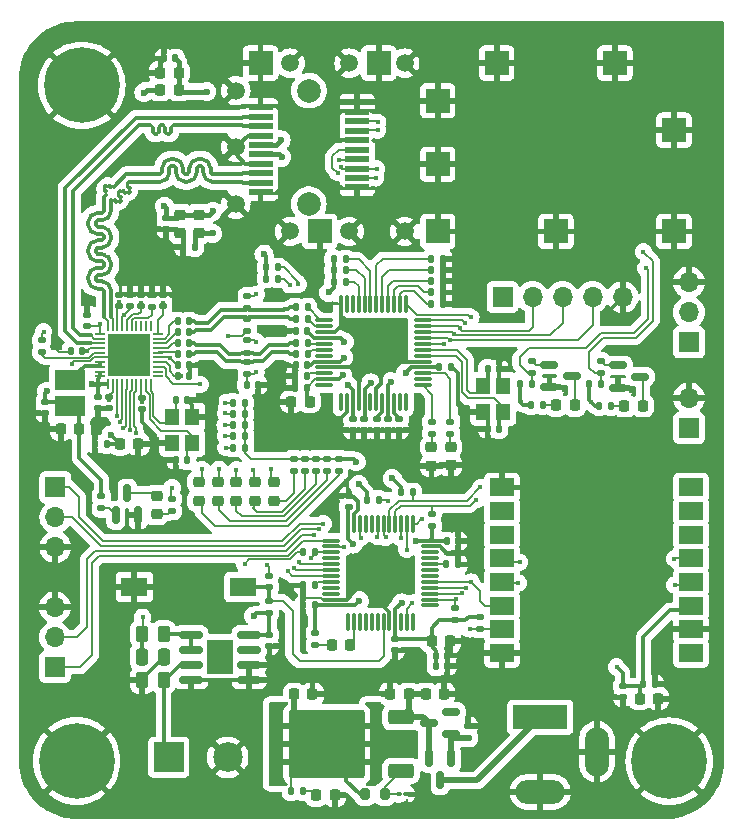
<source format=gbr>
%TF.GenerationSoftware,KiCad,Pcbnew,8.0.5*%
%TF.CreationDate,2025-11-07T08:13:21-03:00*%
%TF.ProjectId,sfp_moduloIC,7366705f-6d6f-4647-956c-6f49432e6b69,v1.0*%
%TF.SameCoordinates,Original*%
%TF.FileFunction,Copper,L1,Top*%
%TF.FilePolarity,Positive*%
%FSLAX46Y46*%
G04 Gerber Fmt 4.6, Leading zero omitted, Abs format (unit mm)*
G04 Created by KiCad (PCBNEW 8.0.5) date 2025-11-07 08:13:21*
%MOMM*%
%LPD*%
G01*
G04 APERTURE LIST*
G04 Aperture macros list*
%AMRoundRect*
0 Rectangle with rounded corners*
0 $1 Rounding radius*
0 $2 $3 $4 $5 $6 $7 $8 $9 X,Y pos of 4 corners*
0 Add a 4 corners polygon primitive as box body*
4,1,4,$2,$3,$4,$5,$6,$7,$8,$9,$2,$3,0*
0 Add four circle primitives for the rounded corners*
1,1,$1+$1,$2,$3*
1,1,$1+$1,$4,$5*
1,1,$1+$1,$6,$7*
1,1,$1+$1,$8,$9*
0 Add four rect primitives between the rounded corners*
20,1,$1+$1,$2,$3,$4,$5,0*
20,1,$1+$1,$4,$5,$6,$7,0*
20,1,$1+$1,$6,$7,$8,$9,0*
20,1,$1+$1,$8,$9,$2,$3,0*%
G04 Aperture macros list end*
%TA.AperFunction,SMDPad,CuDef*%
%ADD10RoundRect,0.140000X-0.140000X-0.170000X0.140000X-0.170000X0.140000X0.170000X-0.140000X0.170000X0*%
%TD*%
%TA.AperFunction,SMDPad,CuDef*%
%ADD11RoundRect,0.225000X0.225000X0.250000X-0.225000X0.250000X-0.225000X-0.250000X0.225000X-0.250000X0*%
%TD*%
%TA.AperFunction,SMDPad,CuDef*%
%ADD12RoundRect,0.140000X-0.170000X0.140000X-0.170000X-0.140000X0.170000X-0.140000X0.170000X0.140000X0*%
%TD*%
%TA.AperFunction,ComponentPad*%
%ADD13R,2.500000X2.500000*%
%TD*%
%TA.AperFunction,ComponentPad*%
%ADD14C,2.500000*%
%TD*%
%TA.AperFunction,SMDPad,CuDef*%
%ADD15RoundRect,0.150000X-0.587500X-0.150000X0.587500X-0.150000X0.587500X0.150000X-0.587500X0.150000X0*%
%TD*%
%TA.AperFunction,SMDPad,CuDef*%
%ADD16RoundRect,0.140000X0.140000X0.170000X-0.140000X0.170000X-0.140000X-0.170000X0.140000X-0.170000X0*%
%TD*%
%TA.AperFunction,SMDPad,CuDef*%
%ADD17RoundRect,0.150000X-0.150000X0.587500X-0.150000X-0.587500X0.150000X-0.587500X0.150000X0.587500X0*%
%TD*%
%TA.AperFunction,SMDPad,CuDef*%
%ADD18RoundRect,0.218750X0.218750X0.256250X-0.218750X0.256250X-0.218750X-0.256250X0.218750X-0.256250X0*%
%TD*%
%TA.AperFunction,SMDPad,CuDef*%
%ADD19RoundRect,0.062500X-0.062500X0.350000X-0.062500X-0.350000X0.062500X-0.350000X0.062500X0.350000X0*%
%TD*%
%TA.AperFunction,SMDPad,CuDef*%
%ADD20RoundRect,0.062500X-0.350000X0.062500X-0.350000X-0.062500X0.350000X-0.062500X0.350000X0.062500X0*%
%TD*%
%TA.AperFunction,HeatsinkPad*%
%ADD21R,3.600000X3.600000*%
%TD*%
%TA.AperFunction,SMDPad,CuDef*%
%ADD22RoundRect,0.218750X-0.256250X0.218750X-0.256250X-0.218750X0.256250X-0.218750X0.256250X0.218750X0*%
%TD*%
%TA.AperFunction,SMDPad,CuDef*%
%ADD23RoundRect,0.135000X0.135000X0.185000X-0.135000X0.185000X-0.135000X-0.185000X0.135000X-0.185000X0*%
%TD*%
%TA.AperFunction,SMDPad,CuDef*%
%ADD24RoundRect,0.135000X-0.185000X0.135000X-0.185000X-0.135000X0.185000X-0.135000X0.185000X0.135000X0*%
%TD*%
%TA.AperFunction,SMDPad,CuDef*%
%ADD25RoundRect,0.140000X0.170000X-0.140000X0.170000X0.140000X-0.170000X0.140000X-0.170000X-0.140000X0*%
%TD*%
%TA.AperFunction,SMDPad,CuDef*%
%ADD26RoundRect,0.135000X-0.135000X-0.185000X0.135000X-0.185000X0.135000X0.185000X-0.135000X0.185000X0*%
%TD*%
%TA.AperFunction,ComponentPad*%
%ADD27C,6.400000*%
%TD*%
%TA.AperFunction,ComponentPad*%
%ADD28R,4.600000X2.000000*%
%TD*%
%TA.AperFunction,ComponentPad*%
%ADD29O,4.200000X2.000000*%
%TD*%
%TA.AperFunction,ComponentPad*%
%ADD30O,2.000000X4.200000*%
%TD*%
%TA.AperFunction,SMDPad,CuDef*%
%ADD31RoundRect,0.135000X0.185000X-0.135000X0.185000X0.135000X-0.185000X0.135000X-0.185000X-0.135000X0*%
%TD*%
%TA.AperFunction,ComponentPad*%
%ADD32R,1.700000X1.700000*%
%TD*%
%TA.AperFunction,ComponentPad*%
%ADD33O,1.700000X1.700000*%
%TD*%
%TA.AperFunction,SMDPad,CuDef*%
%ADD34RoundRect,0.218750X0.256250X-0.218750X0.256250X0.218750X-0.256250X0.218750X-0.256250X-0.218750X0*%
%TD*%
%TA.AperFunction,SMDPad,CuDef*%
%ADD35RoundRect,0.150000X0.150000X-0.587500X0.150000X0.587500X-0.150000X0.587500X-0.150000X-0.587500X0*%
%TD*%
%TA.AperFunction,SMDPad,CuDef*%
%ADD36RoundRect,0.225000X-0.225000X-0.250000X0.225000X-0.250000X0.225000X0.250000X-0.225000X0.250000X0*%
%TD*%
%TA.AperFunction,WasherPad*%
%ADD37C,2.000000*%
%TD*%
%TA.AperFunction,SMDPad,CuDef*%
%ADD38R,2.000000X0.500000*%
%TD*%
%TA.AperFunction,ComponentPad*%
%ADD39R,2.000000X2.000000*%
%TD*%
%TA.AperFunction,ComponentPad*%
%ADD40C,1.500000*%
%TD*%
%TA.AperFunction,SMDPad,CuDef*%
%ADD41RoundRect,0.250000X0.262500X0.450000X-0.262500X0.450000X-0.262500X-0.450000X0.262500X-0.450000X0*%
%TD*%
%TA.AperFunction,SMDPad,CuDef*%
%ADD42R,1.200000X1.400000*%
%TD*%
%TA.AperFunction,SMDPad,CuDef*%
%ADD43R,2.000000X1.500000*%
%TD*%
%TA.AperFunction,SMDPad,CuDef*%
%ADD44RoundRect,0.250000X-0.262500X-0.450000X0.262500X-0.450000X0.262500X0.450000X-0.262500X0.450000X0*%
%TD*%
%TA.AperFunction,SMDPad,CuDef*%
%ADD45RoundRect,0.200000X-0.200000X-0.275000X0.200000X-0.275000X0.200000X0.275000X-0.200000X0.275000X0*%
%TD*%
%TA.AperFunction,SMDPad,CuDef*%
%ADD46RoundRect,0.150000X-0.825000X-0.150000X0.825000X-0.150000X0.825000X0.150000X-0.825000X0.150000X0*%
%TD*%
%TA.AperFunction,HeatsinkPad*%
%ADD47R,2.290000X3.000000*%
%TD*%
%TA.AperFunction,SMDPad,CuDef*%
%ADD48RoundRect,0.225000X-0.250000X0.225000X-0.250000X-0.225000X0.250000X-0.225000X0.250000X0.225000X0*%
%TD*%
%TA.AperFunction,SMDPad,CuDef*%
%ADD49R,2.180000X1.600000*%
%TD*%
%TA.AperFunction,SMDPad,CuDef*%
%ADD50RoundRect,0.150000X0.587500X0.150000X-0.587500X0.150000X-0.587500X-0.150000X0.587500X-0.150000X0*%
%TD*%
%TA.AperFunction,SMDPad,CuDef*%
%ADD51R,2.650000X1.800000*%
%TD*%
%TA.AperFunction,SMDPad,CuDef*%
%ADD52RoundRect,0.250000X0.850000X0.350000X-0.850000X0.350000X-0.850000X-0.350000X0.850000X-0.350000X0*%
%TD*%
%TA.AperFunction,SMDPad,CuDef*%
%ADD53RoundRect,0.250000X1.275000X1.125000X-1.275000X1.125000X-1.275000X-1.125000X1.275000X-1.125000X0*%
%TD*%
%TA.AperFunction,SMDPad,CuDef*%
%ADD54RoundRect,0.249997X2.950003X2.650003X-2.950003X2.650003X-2.950003X-2.650003X2.950003X-2.650003X0*%
%TD*%
%TA.AperFunction,SMDPad,CuDef*%
%ADD55RoundRect,0.100000X-0.130000X-0.100000X0.130000X-0.100000X0.130000X0.100000X-0.130000X0.100000X0*%
%TD*%
%TA.AperFunction,SMDPad,CuDef*%
%ADD56RoundRect,0.250000X-0.250000X-0.475000X0.250000X-0.475000X0.250000X0.475000X-0.250000X0.475000X0*%
%TD*%
%TA.AperFunction,SMDPad,CuDef*%
%ADD57RoundRect,0.075000X0.075000X-0.662500X0.075000X0.662500X-0.075000X0.662500X-0.075000X-0.662500X0*%
%TD*%
%TA.AperFunction,SMDPad,CuDef*%
%ADD58RoundRect,0.075000X0.662500X-0.075000X0.662500X0.075000X-0.662500X0.075000X-0.662500X-0.075000X0*%
%TD*%
%TA.AperFunction,SMDPad,CuDef*%
%ADD59RoundRect,0.075000X-0.662500X-0.075000X0.662500X-0.075000X0.662500X0.075000X-0.662500X0.075000X0*%
%TD*%
%TA.AperFunction,SMDPad,CuDef*%
%ADD60RoundRect,0.075000X-0.075000X-0.662500X0.075000X-0.662500X0.075000X0.662500X-0.075000X0.662500X0*%
%TD*%
%TA.AperFunction,ViaPad*%
%ADD61C,0.600000*%
%TD*%
%TA.AperFunction,ViaPad*%
%ADD62C,0.450000*%
%TD*%
%TA.AperFunction,Conductor*%
%ADD63C,0.400000*%
%TD*%
%TA.AperFunction,Conductor*%
%ADD64C,0.300000*%
%TD*%
%TA.AperFunction,Conductor*%
%ADD65C,0.200000*%
%TD*%
%TA.AperFunction,Conductor*%
%ADD66C,0.150000*%
%TD*%
%TA.AperFunction,Conductor*%
%ADD67C,0.500000*%
%TD*%
%TA.AperFunction,Conductor*%
%ADD68C,0.329000*%
%TD*%
%TA.AperFunction,Conductor*%
%ADD69C,0.800000*%
%TD*%
G04 APERTURE END LIST*
D10*
%TO.P,C36,1*%
%TO.N,+3V3*%
X150570001Y-104300000D03*
%TO.P,C36,2*%
%TO.N,GND*%
X151530001Y-104300000D03*
%TD*%
D11*
%TO.P,C11,1*%
%TO.N,Net-(D1-K)*%
X148265001Y-107570000D03*
%TO.P,C11,2*%
%TO.N,GND*%
X146715001Y-107570000D03*
%TD*%
D12*
%TO.P,C14,1*%
%TO.N,Net-(U2-1V2O)*%
X147442501Y-84250000D03*
%TO.P,C14,2*%
%TO.N,GND*%
X147442501Y-85210000D03*
%TD*%
D13*
%TO.P,J8,1,Pin_1*%
%TO.N,/IN*%
X127940001Y-112930000D03*
D14*
%TO.P,J8,2,Pin_2*%
%TO.N,GND*%
X132940001Y-112930000D03*
%TD*%
D15*
%TO.P,Q4,1,B*%
%TO.N,Net-(Q4-B)*%
X160181701Y-79660750D03*
%TO.P,Q4,2,E*%
%TO.N,GND*%
X160181701Y-81560750D03*
%TO.P,Q4,3,C*%
%TO.N,Net-(D13-K)*%
X162056701Y-80610750D03*
%TD*%
D16*
%TO.P,C9,1*%
%TO.N,+3V3*%
X139630001Y-81610000D03*
%TO.P,C9,2*%
%TO.N,GND*%
X138670001Y-81610000D03*
%TD*%
D17*
%TO.P,Q1,1,G*%
%TO.N,Net-(D1-A)*%
X151870001Y-113000000D03*
%TO.P,Q1,2,S*%
%TO.N,Net-(D1-K)*%
X149970001Y-113000000D03*
%TO.P,Q1,3,D*%
%TO.N,/VIN*%
X150920001Y-114875000D03*
%TD*%
D10*
%TO.P,C34,1*%
%TO.N,+3V3*%
X128690001Y-79695000D03*
%TO.P,C34,2*%
%TO.N,GND*%
X129650001Y-79695000D03*
%TD*%
%TO.P,C18,1*%
%TO.N,/TD-*%
X128690001Y-75995000D03*
%TO.P,C18,2*%
%TO.N,/T-*%
X129650001Y-75995000D03*
%TD*%
D18*
%TO.P,D4,1,K*%
%TO.N,GND*%
X141997500Y-116130000D03*
%TO.P,D4,2,A*%
%TO.N,Net-(D4-A)*%
X140422500Y-116130000D03*
%TD*%
%TO.P,D12,1,K*%
%TO.N,Net-(D12-K)*%
X168104201Y-83155750D03*
%TO.P,D12,2,A*%
%TO.N,Net-(D12-A)*%
X166529201Y-83155750D03*
%TD*%
D19*
%TO.P,U5,1,P3MDICP*%
%TO.N,unconnected-(U5-P3MDICP-Pad1)*%
X126402501Y-76427500D03*
%TO.P,U5,2,P3MDICN*%
%TO.N,unconnected-(U5-P3MDICN-Pad2)*%
X126002501Y-76427500D03*
%TO.P,U5,3,P3MDIDP*%
%TO.N,unconnected-(U5-P3MDIDP-Pad3)*%
X125602501Y-76427500D03*
%TO.P,U5,4,P3MDIDN*%
%TO.N,unconnected-(U5-P3MDIDN-Pad4)*%
X125202501Y-76427500D03*
%TO.P,U5,5,MDIREF*%
%TO.N,Net-(U5-MDIREF)*%
X124802501Y-76427500D03*
%TO.P,U5,6,AVDDL*%
%TO.N,+1V0*%
X124402501Y-76427500D03*
%TO.P,U5,7,AVDDH*%
%TO.N,+3V3*%
X124002501Y-76427500D03*
%TO.P,U5,8,DVDDL*%
%TO.N,+1V0*%
X123602501Y-76427500D03*
%TO.P,U5,9,HSON*%
%TO.N,/HSO-*%
X123202501Y-76427500D03*
%TO.P,U5,10,HSOP*%
%TO.N,/HSO+*%
X122802501Y-76427500D03*
D20*
%TO.P,U5,11,SVDDL*%
%TO.N,+1V0*%
X122165001Y-77065000D03*
%TO.P,U5,12,HSIP*%
%TO.N,/HSI+*%
X122165001Y-77465000D03*
%TO.P,U5,13,HSIN*%
%TO.N,/HSI-*%
X122165001Y-77865000D03*
%TO.P,U5,14,AVDDH*%
%TO.N,+3V3*%
X122165001Y-78265000D03*
%TO.P,U5,15,EN_SWR*%
%TO.N,Net-(U5-EN_SWR)*%
X122165001Y-78665000D03*
%TO.P,U5,16,GND_SWR*%
%TO.N,GND*%
X122165001Y-79065000D03*
%TO.P,U5,17,LX*%
%TO.N,Net-(L1-Pad2)*%
X122165001Y-79465000D03*
%TO.P,U5,18,LX*%
X122165001Y-79865000D03*
%TO.P,U5,19,HV_SWR*%
%TO.N,+3V3*%
X122165001Y-80265000D03*
%TO.P,U5,20,HV_SWR*%
X122165001Y-80665000D03*
D19*
%TO.P,U5,21,DVDDIO*%
X122802501Y-81302500D03*
%TO.P,U5,22,DVDDL*%
%TO.N,+1V0*%
X123202501Y-81302500D03*
%TO.P,U5,23,P6LED1*%
%TO.N,Net-(D7-K)*%
X123602501Y-81302500D03*
%TO.P,U5,24,P6LED0*%
%TO.N,Net-(D8-K)*%
X124002501Y-81302500D03*
%TO.P,U5,25,P3LED2*%
%TO.N,Net-(D9-K)*%
X124402501Y-81302500D03*
%TO.P,U5,26,P3LED1*%
%TO.N,Net-(D10-K)*%
X124802501Y-81302500D03*
%TO.P,U5,27,P3LED0*%
%TO.N,Net-(D11-K)*%
X125202501Y-81302500D03*
%TO.P,U5,28,AVDDH*%
%TO.N,+3V3*%
X125602501Y-81302500D03*
%TO.P,U5,29,XTALO*%
%TO.N,Net-(U5-XTALO)*%
X126002501Y-81302500D03*
%TO.P,U5,30,XTALI*%
%TO.N,Net-(U5-XTALI)*%
X126402501Y-81302500D03*
D20*
%TO.P,U5,31,SDA*%
%TO.N,unconnected-(U5-SDA-Pad31)*%
X127040001Y-80665000D03*
%TO.P,U5,32,SCK*%
%TO.N,unconnected-(U5-SCK-Pad32)*%
X127040001Y-80265000D03*
%TO.P,U5,33,nRESET*%
%TO.N,/RST3*%
X127040001Y-79865000D03*
%TO.P,U5,34,PLLVDDL*%
%TO.N,+1V0*%
X127040001Y-79465000D03*
%TO.P,U5,35,AVDDH*%
%TO.N,+3V3*%
X127040001Y-79065000D03*
%TO.P,U5,36,P3MDIAP*%
%TO.N,/RD+*%
X127040001Y-78665000D03*
%TO.P,U5,37,P3MDIAN*%
%TO.N,/RD-*%
X127040001Y-78265000D03*
%TO.P,U5,38,P3MDIBP*%
%TO.N,/TD+*%
X127040001Y-77865000D03*
%TO.P,U5,39,P3MDIBN*%
%TO.N,/TD-*%
X127040001Y-77465000D03*
%TO.P,U5,40,AVDDL*%
%TO.N,+1V0*%
X127040001Y-77065000D03*
D21*
%TO.P,U5,41,EGND*%
%TO.N,GND*%
X124602501Y-78865000D03*
%TD*%
D16*
%TO.P,C45,1*%
%TO.N,+3V3*%
X122685001Y-86410000D03*
%TO.P,C45,2*%
%TO.N,GND*%
X121725001Y-86410000D03*
%TD*%
D22*
%TO.P,D11,1,K*%
%TO.N,Net-(D11-K)*%
X130480001Y-89615000D03*
%TO.P,D11,2,A*%
%TO.N,Net-(D11-A)*%
X130480001Y-91190000D03*
%TD*%
D10*
%TO.P,C3,1*%
%TO.N,GND*%
X154940001Y-85140000D03*
%TO.P,C3,2*%
%TO.N,Net-(U2-XI{slash}CLKIN)*%
X155900001Y-85140000D03*
%TD*%
D23*
%TO.P,R17,1*%
%TO.N,Net-(U2-PMODE1)*%
X142920001Y-71690000D03*
%TO.P,R17,2*%
%TO.N,+3V3*%
X141900001Y-71690000D03*
%TD*%
D24*
%TO.P,R55,1*%
%TO.N,Net-(Q3-B)*%
X164524201Y-79390750D03*
%TO.P,R55,2*%
%TO.N,/LOS*%
X164524201Y-80410750D03*
%TD*%
D16*
%TO.P,C4,1*%
%TO.N,GND*%
X155900001Y-80010000D03*
%TO.P,C4,2*%
%TO.N,Net-(U2-XO)*%
X154940001Y-80010000D03*
%TD*%
D24*
%TO.P,R43,1*%
%TO.N,+3V3*%
X139490001Y-87670000D03*
%TO.P,R43,2*%
%TO.N,Net-(D8-A)*%
X139490001Y-88690000D03*
%TD*%
D25*
%TO.P,C46,1*%
%TO.N,/RESET*%
X136460001Y-98490000D03*
%TO.P,C46,2*%
%TO.N,GND*%
X136460001Y-97530000D03*
%TD*%
D16*
%TO.P,C2,1*%
%TO.N,+3V3*%
X139690001Y-76820000D03*
%TO.P,C2,2*%
%TO.N,GND*%
X138730001Y-76820000D03*
%TD*%
D23*
%TO.P,R18,1*%
%TO.N,Net-(U2-PMODE0)*%
X142920001Y-72640000D03*
%TO.P,R18,2*%
%TO.N,+3V3*%
X141900001Y-72640000D03*
%TD*%
%TO.P,R60,1*%
%TO.N,/LOS*%
X164574201Y-81300750D03*
%TO.P,R60,2*%
%TO.N,+3V3*%
X163554201Y-81300750D03*
%TD*%
D25*
%TO.P,C25,1*%
%TO.N,+1V0*%
X123730001Y-74710000D03*
%TO.P,C25,2*%
%TO.N,GND*%
X123730001Y-73750000D03*
%TD*%
D26*
%TO.P,R32,1*%
%TO.N,GND*%
X138620001Y-80660000D03*
%TO.P,R32,2*%
%TO.N,Net-(U2-EXRES1)*%
X139640001Y-80660000D03*
%TD*%
D27*
%TO.P,H1,1,1*%
%TO.N,GND*%
X120590001Y-56030000D03*
%TD*%
D28*
%TO.P,J7,1*%
%TO.N,/VIN*%
X159390001Y-109540000D03*
D29*
%TO.P,J7,2*%
%TO.N,GND*%
X159390001Y-115840000D03*
D30*
%TO.P,J7,3*%
X164190001Y-112440000D03*
%TD*%
D22*
%TO.P,D7,1,K*%
%TO.N,Net-(D7-K)*%
X136880001Y-89622500D03*
%TO.P,D7,2,A*%
%TO.N,Net-(D7-A)*%
X136880001Y-91197500D03*
%TD*%
D24*
%TO.P,R30,1*%
%TO.N,/T+*%
X134595500Y-75764501D03*
%TO.P,R30,2*%
%TO.N,+3V3*%
X134595500Y-76784501D03*
%TD*%
D26*
%TO.P,R13,1*%
%TO.N,Net-(R13-Pad1)*%
X150150001Y-72610000D03*
%TO.P,R13,2*%
%TO.N,GND*%
X151170001Y-72610000D03*
%TD*%
D16*
%TO.P,C5,1*%
%TO.N,+3V3*%
X139690001Y-79730000D03*
%TO.P,C5,2*%
%TO.N,GND*%
X138730001Y-79730000D03*
%TD*%
D18*
%TO.P,D5,1,K*%
%TO.N,Net-(D5-K)*%
X143315001Y-103420000D03*
%TO.P,D5,2,A*%
%TO.N,Net-(D5-A)*%
X141740001Y-103420000D03*
%TD*%
D22*
%TO.P,D9,1,K*%
%TO.N,Net-(D9-K)*%
X133680001Y-89622500D03*
%TO.P,D9,2,A*%
%TO.N,Net-(D9-A)*%
X133680001Y-91197500D03*
%TD*%
D24*
%TO.P,R26,1*%
%TO.N,Net-(U2-ACTLED)*%
X151798801Y-84487600D03*
%TO.P,R26,2*%
%TO.N,Net-(D3-A)*%
X151798801Y-85507600D03*
%TD*%
D10*
%TO.P,C22,1*%
%TO.N,/RC*%
X134540001Y-81390000D03*
%TO.P,C22,2*%
%TO.N,GND*%
X135500001Y-81390000D03*
%TD*%
D22*
%TO.P,D6,1,K*%
%TO.N,Net-(D6-K)*%
X126910001Y-90762500D03*
%TO.P,D6,2,A*%
%TO.N,Net-(D6-A)*%
X126910001Y-92337500D03*
%TD*%
D31*
%TO.P,R29,1*%
%TO.N,/RC*%
X134595500Y-80504501D03*
%TO.P,R29,2*%
%TO.N,/R+*%
X134595500Y-79484501D03*
%TD*%
D22*
%TO.P,D10,1,K*%
%TO.N,Net-(D10-K)*%
X132080001Y-89622500D03*
%TO.P,D10,2,A*%
%TO.N,Net-(D10-A)*%
X132080001Y-91197500D03*
%TD*%
D12*
%TO.P,C51,1*%
%TO.N,+3V3*%
X166372501Y-106880000D03*
%TO.P,C51,2*%
%TO.N,GND*%
X166372501Y-107840000D03*
%TD*%
D23*
%TO.P,R23,1*%
%TO.N,Net-(U2-RXN)*%
X139700001Y-77850000D03*
%TO.P,R23,2*%
%TO.N,/R-*%
X138680001Y-77850000D03*
%TD*%
D16*
%TO.P,C31,1*%
%TO.N,+3V3*%
X140297501Y-100010000D03*
%TO.P,C31,2*%
%TO.N,GND*%
X139337501Y-100010000D03*
%TD*%
D32*
%TO.P,J1,1,Pin_1*%
%TO.N,/CS3*%
X156210001Y-73940000D03*
D33*
%TO.P,J1,2,Pin_2*%
%TO.N,/MOSI*%
X158750001Y-73940000D03*
%TO.P,J1,3,Pin_3*%
%TO.N,/MISO*%
X161290001Y-73940000D03*
%TO.P,J1,4,Pin_4*%
%TO.N,/SCK*%
X163830001Y-73940000D03*
%TO.P,J1,5,Pin_5*%
%TO.N,GND*%
X166370001Y-73940000D03*
%TD*%
D24*
%TO.P,R46,1*%
%TO.N,+3V3*%
X142320001Y-87660000D03*
%TO.P,R46,2*%
%TO.N,Net-(D11-A)*%
X142320001Y-88680000D03*
%TD*%
D12*
%TO.P,C6,1*%
%TO.N,+3V3*%
X143532501Y-84250000D03*
%TO.P,C6,2*%
%TO.N,GND*%
X143532501Y-85210000D03*
%TD*%
D32*
%TO.P,J4,1,Pin_1*%
%TO.N,+3V3*%
X171990001Y-77775000D03*
D33*
%TO.P,J4,2,Pin_2*%
%TO.N,Net-(J4-Pin_2)*%
X171990001Y-75235000D03*
%TO.P,J4,3,Pin_3*%
%TO.N,GND*%
X171990001Y-72695000D03*
%TD*%
D10*
%TO.P,C39,1*%
%TO.N,+3V3*%
X150570001Y-105220000D03*
%TO.P,C39,2*%
%TO.N,GND*%
X151530001Y-105220000D03*
%TD*%
D11*
%TO.P,C48,1*%
%TO.N,/VccR*%
X128785001Y-54940000D03*
%TO.P,C48,2*%
%TO.N,GND*%
X127235001Y-54940000D03*
%TD*%
D34*
%TO.P,L3,1,1*%
%TO.N,/VccT*%
X130470001Y-68550000D03*
%TO.P,L3,2,2*%
%TO.N,+3V3*%
X130470001Y-66975000D03*
%TD*%
D23*
%TO.P,R62,1*%
%TO.N,/FAULT*%
X158734201Y-81300750D03*
%TO.P,R62,2*%
%TO.N,+3V3*%
X157714201Y-81300750D03*
%TD*%
%TO.P,R61,1*%
%TO.N,Net-(D13-A)*%
X159614201Y-83090750D03*
%TO.P,R61,2*%
%TO.N,+3V3*%
X158594201Y-83090750D03*
%TD*%
D24*
%TO.P,R44,1*%
%TO.N,+3V3*%
X140430001Y-87660000D03*
%TO.P,R44,2*%
%TO.N,Net-(D9-A)*%
X140430001Y-88680000D03*
%TD*%
D12*
%TO.P,C16,1*%
%TO.N,+3V3*%
X136447501Y-102533750D03*
%TO.P,C16,2*%
%TO.N,GND*%
X136447501Y-103493750D03*
%TD*%
D35*
%TO.P,Q2,1,B*%
%TO.N,Net-(Q2-B)*%
X123470001Y-92427500D03*
%TO.P,Q2,2,E*%
%TO.N,GND*%
X125370001Y-92427500D03*
%TO.P,Q2,3,C*%
%TO.N,Net-(D6-K)*%
X124420001Y-90552500D03*
%TD*%
D18*
%TO.P,D13,1,K*%
%TO.N,Net-(D13-K)*%
X162319201Y-83110750D03*
%TO.P,D13,2,A*%
%TO.N,Net-(D13-A)*%
X160744201Y-83110750D03*
%TD*%
D26*
%TO.P,R51,1*%
%TO.N,/BOOT1*%
X151450001Y-96590000D03*
%TO.P,R51,2*%
%TO.N,GND*%
X152470001Y-96590000D03*
%TD*%
D12*
%TO.P,C37,1*%
%TO.N,+3V3*%
X125670001Y-82500000D03*
%TO.P,C37,2*%
%TO.N,GND*%
X125670001Y-83460000D03*
%TD*%
D10*
%TO.P,C20,1*%
%TO.N,/RD-*%
X128690001Y-77845000D03*
%TO.P,C20,2*%
%TO.N,/R-*%
X129650001Y-77845000D03*
%TD*%
D36*
%TO.P,C53,1*%
%TO.N,+3V3*%
X167802501Y-107950000D03*
%TO.P,C53,2*%
%TO.N,GND*%
X169352501Y-107950000D03*
%TD*%
D12*
%TO.P,C32,1*%
%TO.N,+1V0*%
X122910001Y-82400000D03*
%TO.P,C32,2*%
%TO.N,GND*%
X122910001Y-83360000D03*
%TD*%
D37*
%TO.P,J6,*%
%TO.N,*%
X139815001Y-66070000D03*
X139815001Y-56470000D03*
D38*
%TO.P,J6,1,VeeT*%
%TO.N,GND*%
X143915001Y-64670000D03*
%TO.P,J6,2,TX_FAULT*%
%TO.N,/FAULT*%
X143915001Y-63870000D03*
%TO.P,J6,3,TX_DISABLE*%
%TO.N,/CTRL*%
X143915001Y-63070000D03*
%TO.P,J6,4,MOD_DEF2*%
%TO.N,/SDA*%
X143915001Y-62270000D03*
%TO.P,J6,5,MOD_DEF1*%
%TO.N,/SCL*%
X143915001Y-61470000D03*
%TO.P,J6,6,MOD_DEF0*%
%TO.N,GND*%
X143915001Y-60670000D03*
%TO.P,J6,7,RATE_SELECT*%
%TO.N,Net-(J4-Pin_2)*%
X143915001Y-59870000D03*
%TO.P,J6,8,RX_LOS*%
%TO.N,/LOS*%
X143915001Y-59070000D03*
%TO.P,J6,9,VeeR*%
%TO.N,GND*%
X143915001Y-58270000D03*
%TO.P,J6,10,VeeR*%
X143915001Y-57470000D03*
%TO.P,J6,11,VeeR*%
X135715001Y-57870000D03*
%TO.P,J6,12,RD-*%
%TO.N,/HSI-*%
X135715001Y-58670000D03*
%TO.P,J6,13,RD+*%
%TO.N,/HSI+*%
X135715001Y-59470000D03*
%TO.P,J6,14,VeeR*%
%TO.N,GND*%
X135715001Y-60270000D03*
%TO.P,J6,15,VccR*%
%TO.N,/VccR*%
X135715001Y-61070000D03*
%TO.P,J6,16,VccT*%
%TO.N,/VccT*%
X135715001Y-61870000D03*
%TO.P,J6,17,VeeT*%
%TO.N,GND*%
X135715001Y-62670000D03*
%TO.P,J6,18,TD+*%
%TO.N,/HSO+*%
X135715001Y-63470000D03*
%TO.P,J6,19,TD-*%
%TO.N,/HSO-*%
X135715001Y-64270000D03*
%TO.P,J6,20,VeeT*%
%TO.N,GND*%
X135715001Y-65070000D03*
D39*
%TO.P,J6,CAGE,CAGE*%
X170715001Y-68395000D03*
X170715001Y-59820000D03*
X165715001Y-54145000D03*
X160715001Y-68395000D03*
X155715001Y-54145000D03*
X150715001Y-68395000D03*
X150715001Y-62720000D03*
X150715001Y-57320000D03*
D40*
X147915001Y-68395000D03*
X147915001Y-54145000D03*
D39*
X145715001Y-54145000D03*
D40*
X143215001Y-68395000D03*
X143215001Y-54145000D03*
D39*
X140715001Y-68395000D03*
D40*
X138215001Y-68395000D03*
X138215001Y-54145000D03*
D39*
X135715001Y-54145000D03*
D40*
X133615001Y-66070000D03*
X133615001Y-61270000D03*
X133615001Y-56470000D03*
%TD*%
D36*
%TO.P,C42,1*%
%TO.N,+3V3*%
X150205001Y-103100000D03*
%TO.P,C42,2*%
%TO.N,GND*%
X151755001Y-103100000D03*
%TD*%
D10*
%TO.P,C23,1*%
%TO.N,GND*%
X128540001Y-87760000D03*
%TO.P,C23,2*%
%TO.N,Net-(U5-XTALO)*%
X129500001Y-87760000D03*
%TD*%
D34*
%TO.P,D2,1,K*%
%TO.N,GND*%
X150190001Y-88230000D03*
%TO.P,D2,2,A*%
%TO.N,Net-(D2-A)*%
X150190001Y-86655000D03*
%TD*%
D41*
%TO.P,R1,1*%
%TO.N,/IN*%
X127510001Y-106350000D03*
%TO.P,R1,2*%
%TO.N,GND*%
X125685001Y-106350000D03*
%TD*%
D23*
%TO.P,R24,1*%
%TO.N,Net-(U2-RXP)*%
X139700001Y-78800000D03*
%TO.P,R24,2*%
%TO.N,/R+*%
X138680001Y-78800000D03*
%TD*%
D10*
%TO.P,C21,1*%
%TO.N,/RD+*%
X128690001Y-78775000D03*
%TO.P,C21,2*%
%TO.N,/R+*%
X129650001Y-78775000D03*
%TD*%
D32*
%TO.P,J3,1,Pin_1*%
%TO.N,/SWCLK*%
X118305001Y-105285000D03*
D33*
%TO.P,J3,2,Pin_2*%
%TO.N,/SWDIO*%
X118305001Y-102745000D03*
%TO.P,J3,3,Pin_3*%
%TO.N,GND*%
X118305001Y-100205000D03*
%TD*%
D23*
%TO.P,R37,1*%
%TO.N,+3V3*%
X134370001Y-82900000D03*
%TO.P,R37,2*%
%TO.N,Net-(D7-K)*%
X133350001Y-82900000D03*
%TD*%
D22*
%TO.P,D8,1,K*%
%TO.N,Net-(D8-K)*%
X135280001Y-89620000D03*
%TO.P,D8,2,A*%
%TO.N,Net-(D8-A)*%
X135280001Y-91195000D03*
%TD*%
D42*
%TO.P,Y2,1,1*%
%TO.N,Net-(U5-XTALI)*%
X128240001Y-84100000D03*
%TO.P,Y2,2,2*%
%TO.N,GND*%
X128240001Y-86300000D03*
%TO.P,Y2,3,3*%
%TO.N,Net-(U5-XTALO)*%
X129940001Y-86300000D03*
%TO.P,Y2,4,4*%
%TO.N,GND*%
X129940001Y-84100000D03*
%TD*%
D32*
%TO.P,J2,1,Pin_1*%
%TO.N,/TX1*%
X118350001Y-90050000D03*
D33*
%TO.P,J2,2,Pin_2*%
%TO.N,/RX1*%
X118350001Y-92590000D03*
%TO.P,J2,3,Pin_3*%
%TO.N,GND*%
X118350001Y-95130000D03*
%TD*%
D26*
%TO.P,R11,1*%
%TO.N,Net-(R11-Pad1)*%
X150150001Y-74500000D03*
%TO.P,R11,2*%
%TO.N,GND*%
X151170001Y-74500000D03*
%TD*%
D23*
%TO.P,R8,1*%
%TO.N,/RST1*%
X148605201Y-90475600D03*
%TO.P,R8,2*%
%TO.N,+3V3*%
X147585201Y-90475600D03*
%TD*%
%TO.P,R58,1*%
%TO.N,/SCL*%
X137210001Y-71440000D03*
%TO.P,R58,2*%
%TO.N,+3V3*%
X136190001Y-71440000D03*
%TD*%
D25*
%TO.P,C28,1*%
%TO.N,+1V0*%
X125580001Y-74720000D03*
%TO.P,C28,2*%
%TO.N,GND*%
X125580001Y-73760000D03*
%TD*%
D10*
%TO.P,C1,1*%
%TO.N,+3V3*%
X150852501Y-79910000D03*
%TO.P,C1,2*%
%TO.N,GND*%
X151812501Y-79910000D03*
%TD*%
D43*
%TO.P,U6,1,ANT*%
%TO.N,/ANT*%
X172160001Y-104070000D03*
%TO.P,U6,2,GND*%
%TO.N,GND*%
X172160001Y-102070000D03*
%TO.P,U6,3,VDD*%
%TO.N,+3V3*%
X172160001Y-100070000D03*
%TO.P,U6,4,~{RESET}*%
%TO.N,/RST2*%
X172160001Y-98070000D03*
%TO.P,U6,5,DIO0*%
%TO.N,/INT2*%
X172160001Y-96070000D03*
%TO.P,U6,6,DIO1*%
%TO.N,unconnected-(U6-DIO1-Pad6)*%
X172160001Y-94070000D03*
%TO.P,U6,7,DIO2*%
%TO.N,unconnected-(U6-DIO2-Pad7)*%
X172160001Y-92070000D03*
%TO.P,U6,8,DIO3*%
%TO.N,unconnected-(U6-DIO3-Pad8)*%
X172160001Y-90070000D03*
%TO.P,U6,9,GND*%
%TO.N,GND*%
X156160001Y-90070000D03*
%TO.P,U6,10,DIO4*%
%TO.N,unconnected-(U6-DIO4-Pad10)*%
X156160001Y-92070000D03*
%TO.P,U6,11,DIO5*%
%TO.N,unconnected-(U6-DIO5-Pad11)*%
X156160001Y-94070000D03*
%TO.P,U6,12,SCK*%
%TO.N,/SCK*%
X156160001Y-96070000D03*
%TO.P,U6,13,MISO*%
%TO.N,/MISO*%
X156160001Y-98070000D03*
%TO.P,U6,14,MOSI*%
%TO.N,/MOSI*%
X156160001Y-100070000D03*
%TO.P,U6,15,~{NSS}*%
%TO.N,/CS2*%
X156160001Y-102070000D03*
%TO.P,U6,16,GND*%
%TO.N,GND*%
X156160001Y-104070000D03*
%TD*%
D36*
%TO.P,C12,1*%
%TO.N,Net-(D1-K)*%
X149685001Y-107560000D03*
%TO.P,C12,2*%
%TO.N,GND*%
X151235001Y-107560000D03*
%TD*%
D44*
%TO.P,R19,1*%
%TO.N,/OUT*%
X125677501Y-102470000D03*
%TO.P,R19,2*%
%TO.N,Net-(U1A--)*%
X127502501Y-102470000D03*
%TD*%
D36*
%TO.P,C17,1*%
%TO.N,+3V3*%
X138565000Y-107575000D03*
%TO.P,C17,2*%
%TO.N,GND*%
X140115000Y-107575000D03*
%TD*%
D10*
%TO.P,C26,1*%
%TO.N,+1V0*%
X128690001Y-80625000D03*
%TO.P,C26,2*%
%TO.N,GND*%
X129650001Y-80625000D03*
%TD*%
D24*
%TO.P,R45,1*%
%TO.N,+3V3*%
X141370001Y-87660000D03*
%TO.P,R45,2*%
%TO.N,Net-(D10-A)*%
X141370001Y-88680000D03*
%TD*%
D23*
%TO.P,R22,1*%
%TO.N,Net-(U2-TXP)*%
X139700001Y-75790000D03*
%TO.P,R22,2*%
%TO.N,/T+*%
X138680001Y-75790000D03*
%TD*%
%TO.P,R21,1*%
%TO.N,Net-(U2-TXN)*%
X139700001Y-74830000D03*
%TO.P,R21,2*%
%TO.N,/T-*%
X138680001Y-74830000D03*
%TD*%
D18*
%TO.P,L2,1,1*%
%TO.N,/VccR*%
X128797501Y-56400000D03*
%TO.P,L2,2,2*%
%TO.N,+3V3*%
X127222501Y-56400000D03*
%TD*%
D45*
%TO.P,R27,1*%
%TO.N,+3V3*%
X144585000Y-116045000D03*
%TO.P,R27,2*%
%TO.N,Net-(U3-ADJ)*%
X146235000Y-116045000D03*
%TD*%
D12*
%TO.P,C33,1*%
%TO.N,+3V3*%
X147127501Y-102900000D03*
%TO.P,C33,2*%
%TO.N,GND*%
X147127501Y-103860000D03*
%TD*%
D26*
%TO.P,R15,1*%
%TO.N,Net-(R15-Pad1)*%
X150150001Y-70720000D03*
%TO.P,R15,2*%
%TO.N,GND*%
X151170001Y-70720000D03*
%TD*%
D24*
%TO.P,R10,1*%
%TO.N,/CS1*%
X152220001Y-100310000D03*
%TO.P,R10,2*%
%TO.N,+3V3*%
X152220001Y-101330000D03*
%TD*%
%TO.P,R36,1*%
%TO.N,+1V0*%
X122240001Y-90822500D03*
%TO.P,R36,2*%
%TO.N,Net-(Q2-B)*%
X122240001Y-91842500D03*
%TD*%
D25*
%TO.P,C27,1*%
%TO.N,+3V3*%
X143180001Y-91730000D03*
%TO.P,C27,2*%
%TO.N,GND*%
X143180001Y-90770000D03*
%TD*%
D23*
%TO.P,R38,1*%
%TO.N,+3V3*%
X134380001Y-83860000D03*
%TO.P,R38,2*%
%TO.N,Net-(D8-K)*%
X133360001Y-83860000D03*
%TD*%
%TO.P,R35,1*%
%TO.N,/RST3*%
X140310001Y-95550000D03*
%TO.P,R35,2*%
%TO.N,+3V3*%
X139290001Y-95550000D03*
%TD*%
D31*
%TO.P,R49,1*%
%TO.N,Net-(U5-MDIREF)*%
X126520001Y-74770000D03*
%TO.P,R49,2*%
%TO.N,GND*%
X126520001Y-73750000D03*
%TD*%
%TO.P,R47,1*%
%TO.N,Net-(D6-A)*%
X128210001Y-92060000D03*
%TO.P,R47,2*%
%TO.N,+3V3*%
X128210001Y-91040000D03*
%TD*%
D34*
%TO.P,D3,1,K*%
%TO.N,GND*%
X151808801Y-88195100D03*
%TO.P,D3,2,A*%
%TO.N,Net-(D3-A)*%
X151808801Y-86620100D03*
%TD*%
D27*
%TO.P,H2,1,1*%
%TO.N,GND*%
X170320002Y-113240001D03*
%TD*%
D42*
%TO.P,Y1,1,1*%
%TO.N,Net-(U2-XO)*%
X154570001Y-81470000D03*
%TO.P,Y1,2,2*%
%TO.N,GND*%
X154570001Y-83670000D03*
%TO.P,Y1,3,3*%
%TO.N,Net-(U2-XI{slash}CLKIN)*%
X156270001Y-83670000D03*
%TO.P,Y1,4,4*%
%TO.N,GND*%
X156270001Y-81470000D03*
%TD*%
D31*
%TO.P,R28,1*%
%TO.N,/T-*%
X134605500Y-74914501D03*
%TO.P,R28,2*%
%TO.N,+3V3*%
X134605500Y-73894501D03*
%TD*%
D12*
%TO.P,C40,1*%
%TO.N,+3V3*%
X121970001Y-82400000D03*
%TO.P,C40,2*%
%TO.N,GND*%
X121970001Y-83360000D03*
%TD*%
D23*
%TO.P,R39,1*%
%TO.N,+3V3*%
X134390001Y-84800000D03*
%TO.P,R39,2*%
%TO.N,Net-(D9-K)*%
X133370001Y-84800000D03*
%TD*%
D32*
%TO.P,J5,1,Pin_1*%
%TO.N,/CTRL*%
X172010001Y-85035000D03*
D33*
%TO.P,J5,2,Pin_2*%
%TO.N,GND*%
X172010001Y-82495000D03*
%TD*%
D23*
%TO.P,R57,1*%
%TO.N,/SDA*%
X137210001Y-72390000D03*
%TO.P,R57,2*%
%TO.N,+3V3*%
X136190001Y-72390000D03*
%TD*%
D46*
%TO.P,U1,1*%
%TO.N,Net-(U1A--)*%
X129805001Y-102535000D03*
%TO.P,U1,2,-*%
X129805001Y-103805000D03*
%TO.P,U1,3,+*%
%TO.N,/IN*%
X129805001Y-105075000D03*
%TO.P,U1,4,V-*%
%TO.N,GND*%
X129805001Y-106345000D03*
%TO.P,U1,5,+*%
X134755001Y-106345000D03*
%TO.P,U1,6,-*%
X134755001Y-105075000D03*
%TO.P,U1,7*%
%TO.N,unconnected-(U1-Pad7)*%
X134755001Y-103805000D03*
%TO.P,U1,8,V+*%
%TO.N,+3V3*%
X134755001Y-102535000D03*
D47*
%TO.P,U1,9,TERM*%
%TO.N,unconnected-(U1B-TERM-Pad9)*%
X132280001Y-104440000D03*
%TD*%
D48*
%TO.P,C55,1*%
%TO.N,+3V3*%
X128920001Y-66987500D03*
%TO.P,C55,2*%
%TO.N,GND*%
X128920001Y-68537500D03*
%TD*%
D16*
%TO.P,C24,1*%
%TO.N,GND*%
X129500001Y-82640000D03*
%TO.P,C24,2*%
%TO.N,Net-(U5-XTALI)*%
X128540001Y-82640000D03*
%TD*%
D12*
%TO.P,C7,1*%
%TO.N,+3V3*%
X144452501Y-84240000D03*
%TO.P,C7,2*%
%TO.N,GND*%
X144452501Y-85200000D03*
%TD*%
D16*
%TO.P,C49,1*%
%TO.N,/VccR*%
X128500001Y-53750000D03*
%TO.P,C49,2*%
%TO.N,GND*%
X127540001Y-53750000D03*
%TD*%
D24*
%TO.P,R7,1*%
%TO.N,GND*%
X153300001Y-110260001D03*
%TO.P,R7,2*%
%TO.N,Net-(D1-A)*%
X153300001Y-111280001D03*
%TD*%
D15*
%TO.P,Q3,1,B*%
%TO.N,Net-(Q3-B)*%
X165984201Y-79730750D03*
%TO.P,Q3,2,E*%
%TO.N,GND*%
X165984201Y-81630750D03*
%TO.P,Q3,3,C*%
%TO.N,Net-(D12-K)*%
X167859201Y-80680750D03*
%TD*%
D10*
%TO.P,C29,1*%
%TO.N,+3V3*%
X151467501Y-94620000D03*
%TO.P,C29,2*%
%TO.N,GND*%
X152427501Y-94620000D03*
%TD*%
D23*
%TO.P,R50,1*%
%TO.N,/BOOT0*%
X140310001Y-98330000D03*
%TO.P,R50,2*%
%TO.N,GND*%
X139290001Y-98330000D03*
%TD*%
D27*
%TO.P,H3,1,1*%
%TO.N,GND*%
X120150001Y-113230000D03*
%TD*%
D23*
%TO.P,R54,1*%
%TO.N,/RST2*%
X145709601Y-91136000D03*
%TO.P,R54,2*%
%TO.N,+3V3*%
X144689601Y-91136000D03*
%TD*%
D16*
%TO.P,C52,1*%
%TO.N,/VccT*%
X130150001Y-69722500D03*
%TO.P,C52,2*%
%TO.N,GND*%
X129190001Y-69722500D03*
%TD*%
D25*
%TO.P,C35,1*%
%TO.N,+1V0*%
X121018801Y-76420000D03*
%TO.P,C35,2*%
%TO.N,GND*%
X121018801Y-75460000D03*
%TD*%
D36*
%TO.P,C47,1*%
%TO.N,+3V3*%
X123820001Y-86390000D03*
%TO.P,C47,2*%
%TO.N,GND*%
X125370001Y-86390000D03*
%TD*%
D23*
%TO.P,R40,1*%
%TO.N,+3V3*%
X134400001Y-85750000D03*
%TO.P,R40,2*%
%TO.N,Net-(D10-K)*%
X133380001Y-85750000D03*
%TD*%
D24*
%TO.P,R52,1*%
%TO.N,/RESET*%
X136450001Y-99720000D03*
%TO.P,R52,2*%
%TO.N,+3V3*%
X136450001Y-100740000D03*
%TD*%
D49*
%TO.P,SW1,1,A*%
%TO.N,GND*%
X125040001Y-98500000D03*
%TO.P,SW1,2,B*%
%TO.N,/RESET*%
X134220001Y-98500000D03*
%TD*%
D23*
%TO.P,R56,1*%
%TO.N,Net-(D12-A)*%
X165404201Y-83160750D03*
%TO.P,R56,2*%
%TO.N,+3V3*%
X164384201Y-83160750D03*
%TD*%
%TO.P,R33,1*%
%TO.N,Net-(D4-A)*%
X139300000Y-115785000D03*
%TO.P,R33,2*%
%TO.N,+3V3*%
X138280000Y-115785000D03*
%TD*%
D31*
%TO.P,R34,1*%
%TO.N,Net-(D5-A)*%
X140370001Y-103410000D03*
%TO.P,R34,2*%
%TO.N,+3V3*%
X140370001Y-102390000D03*
%TD*%
D25*
%TO.P,C30,1*%
%TO.N,+1V0*%
X127450001Y-74720000D03*
%TO.P,C30,2*%
%TO.N,GND*%
X127450001Y-73760000D03*
%TD*%
D24*
%TO.P,R25,1*%
%TO.N,Net-(U2-LINKLED)*%
X150228801Y-84507600D03*
%TO.P,R25,2*%
%TO.N,Net-(D2-A)*%
X150228801Y-85527600D03*
%TD*%
D10*
%TO.P,C19,1*%
%TO.N,/TD+*%
X128690001Y-76915000D03*
%TO.P,C19,2*%
%TO.N,/T+*%
X129650001Y-76915000D03*
%TD*%
D26*
%TO.P,R14,1*%
%TO.N,Net-(R14-Pad1)*%
X150150001Y-71660000D03*
%TO.P,R14,2*%
%TO.N,GND*%
X151170001Y-71660000D03*
%TD*%
D24*
%TO.P,R48,1*%
%TO.N,+3V3*%
X117190001Y-77600000D03*
%TO.P,R48,2*%
%TO.N,Net-(U5-EN_SWR)*%
X117190001Y-78620000D03*
%TD*%
D12*
%TO.P,C54,1*%
%TO.N,+3V3*%
X127730001Y-67242500D03*
%TO.P,C54,2*%
%TO.N,GND*%
X127730001Y-68202500D03*
%TD*%
D24*
%TO.P,R9,1*%
%TO.N,/INT1*%
X150250001Y-92290000D03*
%TO.P,R9,2*%
%TO.N,+3V3*%
X150250001Y-93310000D03*
%TD*%
D50*
%TO.P,D1,1,A*%
%TO.N,Net-(D1-A)*%
X151840001Y-110950000D03*
%TO.P,D1,2,NC*%
%TO.N,unconnected-(D1-NC-Pad2)*%
X151840001Y-109050000D03*
%TO.P,D1,3,K*%
%TO.N,Net-(D1-K)*%
X149965001Y-110000000D03*
%TD*%
D23*
%TO.P,R16,1*%
%TO.N,Net-(U2-PMODE2)*%
X142920001Y-70750000D03*
%TO.P,R16,2*%
%TO.N,+3V3*%
X141900001Y-70750000D03*
%TD*%
D51*
%TO.P,L1,1,1*%
%TO.N,+1V0*%
X119610001Y-83210000D03*
%TO.P,L1,2,2*%
%TO.N,Net-(L1-Pad2)*%
X119610001Y-81010000D03*
%TD*%
D52*
%TO.P,U3,1,ADJ*%
%TO.N,Net-(U3-ADJ)*%
X147610001Y-114090000D03*
D53*
%TO.P,U3,2,VO*%
%TO.N,+3V3*%
X142985001Y-113335000D03*
X142985001Y-110285000D03*
D54*
X141310001Y-111810000D03*
D53*
X139635001Y-113335000D03*
X139635001Y-110285000D03*
D52*
%TO.P,U3,3,VI*%
%TO.N,Net-(D1-K)*%
X147610001Y-109530000D03*
%TD*%
D12*
%TO.P,C15,1*%
%TO.N,Net-(U2-TOCAP)*%
X145582501Y-84252500D03*
%TO.P,C15,2*%
%TO.N,GND*%
X145582501Y-85212500D03*
%TD*%
D24*
%TO.P,R31,1*%
%TO.N,/RC*%
X134595500Y-77624501D03*
%TO.P,R31,2*%
%TO.N,/R-*%
X134595500Y-78644501D03*
%TD*%
D31*
%TO.P,R53,1*%
%TO.N,/CS2*%
X154270001Y-102060000D03*
%TO.P,R53,2*%
%TO.N,+3V3*%
X154270001Y-101040000D03*
%TD*%
D11*
%TO.P,C10,1*%
%TO.N,+3V3*%
X139880001Y-82800000D03*
%TO.P,C10,2*%
%TO.N,GND*%
X138330001Y-82800000D03*
%TD*%
D55*
%TO.P,R20,1*%
%TO.N,Net-(U3-ADJ)*%
X147400000Y-116045000D03*
%TO.P,R20,2*%
%TO.N,GND*%
X148040000Y-116045000D03*
%TD*%
D56*
%TO.P,C13,1*%
%TO.N,/OUT*%
X125645001Y-104420000D03*
%TO.P,C13,2*%
%TO.N,GND*%
X127545001Y-104420000D03*
%TD*%
D57*
%TO.P,U4,1,VBAT*%
%TO.N,unconnected-(U4-VBAT-Pad1)*%
X143130001Y-101472500D03*
%TO.P,U4,2,PC13*%
%TO.N,Net-(D5-K)*%
X143630001Y-101472500D03*
%TO.P,U4,3,PC14*%
%TO.N,unconnected-(U4-PC14-Pad3)*%
X144130001Y-101472500D03*
%TO.P,U4,4,PC15*%
%TO.N,unconnected-(U4-PC15-Pad4)*%
X144630001Y-101472500D03*
%TO.P,U4,5,PD0*%
%TO.N,unconnected-(U4-PD0-Pad5)*%
X145130001Y-101472500D03*
%TO.P,U4,6,PD1*%
%TO.N,unconnected-(U4-PD1-Pad6)*%
X145630001Y-101472500D03*
%TO.P,U4,7,NRST*%
%TO.N,/RESET*%
X146130001Y-101472500D03*
%TO.P,U4,8,VSSA*%
%TO.N,GND*%
X146630001Y-101472500D03*
%TO.P,U4,9,VDDA*%
%TO.N,+3V3*%
X147130001Y-101472500D03*
%TO.P,U4,10,PA0*%
%TO.N,unconnected-(U4-PA0-Pad10)*%
X147630001Y-101472500D03*
%TO.P,U4,11,PA1*%
%TO.N,/OUT*%
X148130001Y-101472500D03*
%TO.P,U4,12,PA2*%
%TO.N,unconnected-(U4-PA2-Pad12)*%
X148630001Y-101472500D03*
D58*
%TO.P,U4,13,PA3*%
%TO.N,unconnected-(U4-PA3-Pad13)*%
X150042501Y-100060000D03*
%TO.P,U4,14,PA4*%
%TO.N,/CS1*%
X150042501Y-99560000D03*
%TO.P,U4,15,PA5*%
%TO.N,/SCK*%
X150042501Y-99060000D03*
%TO.P,U4,16,PA6*%
%TO.N,/MISO*%
X150042501Y-98560000D03*
%TO.P,U4,17,PA7*%
%TO.N,/MOSI*%
X150042501Y-98060000D03*
%TO.P,U4,18,PB0*%
%TO.N,unconnected-(U4-PB0-Pad18)*%
X150042501Y-97560000D03*
%TO.P,U4,19,PB1*%
%TO.N,unconnected-(U4-PB1-Pad19)*%
X150042501Y-97060000D03*
%TO.P,U4,20,PB2*%
%TO.N,/BOOT1*%
X150042501Y-96560000D03*
%TO.P,U4,21,PB10*%
%TO.N,unconnected-(U4-PB10-Pad21)*%
X150042501Y-96060000D03*
%TO.P,U4,22,PB11*%
%TO.N,unconnected-(U4-PB11-Pad22)*%
X150042501Y-95560000D03*
%TO.P,U4,23,VSS*%
%TO.N,GND*%
X150042501Y-95060000D03*
%TO.P,U4,24,VDD*%
%TO.N,+3V3*%
X150042501Y-94560000D03*
D57*
%TO.P,U4,25,PB12*%
%TO.N,/CS3*%
X148630001Y-93147500D03*
%TO.P,U4,26,PB13*%
%TO.N,/INT2*%
X148130001Y-93147500D03*
%TO.P,U4,27,PB14*%
%TO.N,/RST2*%
X147630001Y-93147500D03*
%TO.P,U4,28,PB15*%
%TO.N,/INT1*%
X147130001Y-93147500D03*
%TO.P,U4,29,PA8*%
%TO.N,/RST1*%
X146630001Y-93147500D03*
%TO.P,U4,30,PA9*%
%TO.N,/TX1*%
X146130001Y-93147500D03*
%TO.P,U4,31,PA10*%
%TO.N,/RX1*%
X145630001Y-93147500D03*
%TO.P,U4,32,PA11*%
%TO.N,unconnected-(U4-PA11-Pad32)*%
X145130001Y-93147500D03*
%TO.P,U4,33,PA12*%
%TO.N,unconnected-(U4-PA12-Pad33)*%
X144630001Y-93147500D03*
%TO.P,U4,34,PA13*%
%TO.N,/SWDIO*%
X144130001Y-93147500D03*
%TO.P,U4,35,VSS*%
%TO.N,GND*%
X143630001Y-93147500D03*
%TO.P,U4,36,VDD*%
%TO.N,+3V3*%
X143130001Y-93147500D03*
D58*
%TO.P,U4,37,PA14*%
%TO.N,/SWCLK*%
X141717501Y-94560000D03*
%TO.P,U4,38,PA15*%
%TO.N,/CS2*%
X141717501Y-95060000D03*
%TO.P,U4,39,PB3*%
%TO.N,/RST3*%
X141717501Y-95560000D03*
%TO.P,U4,40,PB4*%
%TO.N,unconnected-(U4-PB4-Pad40)*%
X141717501Y-96060000D03*
%TO.P,U4,41,PB5*%
%TO.N,/CTRL*%
X141717501Y-96560000D03*
%TO.P,U4,42,PB6*%
%TO.N,/SCL*%
X141717501Y-97060000D03*
%TO.P,U4,43,PB7*%
%TO.N,/SDA*%
X141717501Y-97560000D03*
%TO.P,U4,44,BOOT0*%
%TO.N,/BOOT0*%
X141717501Y-98060000D03*
%TO.P,U4,45,PB8*%
%TO.N,unconnected-(U4-PB8-Pad45)*%
X141717501Y-98560000D03*
%TO.P,U4,46,PB9*%
%TO.N,unconnected-(U4-PB9-Pad46)*%
X141717501Y-99060000D03*
%TO.P,U4,47,VSS*%
%TO.N,GND*%
X141717501Y-99560000D03*
%TO.P,U4,48,VDD*%
%TO.N,+3V3*%
X141717501Y-100060000D03*
%TD*%
D23*
%TO.P,R41,1*%
%TO.N,+3V3*%
X134410001Y-86690000D03*
%TO.P,R41,2*%
%TO.N,Net-(D11-K)*%
X133390001Y-86690000D03*
%TD*%
D16*
%TO.P,C43,1*%
%TO.N,+3V3*%
X120605536Y-78506266D03*
%TO.P,C43,2*%
%TO.N,GND*%
X119645536Y-78506266D03*
%TD*%
D59*
%TO.P,U2,1,TXN*%
%TO.N,Net-(U2-TXN)*%
X141110001Y-75910000D03*
%TO.P,U2,2,TXP*%
%TO.N,Net-(U2-TXP)*%
X141110001Y-76410000D03*
%TO.P,U2,3,AGND*%
%TO.N,GND*%
X141110001Y-76910000D03*
%TO.P,U2,4,AVDD*%
%TO.N,+3V3*%
X141110001Y-77410000D03*
%TO.P,U2,5,RXN*%
%TO.N,Net-(U2-RXN)*%
X141110001Y-77910000D03*
%TO.P,U2,6,RXP*%
%TO.N,Net-(U2-RXP)*%
X141110001Y-78410000D03*
%TO.P,U2,7,DNC*%
%TO.N,unconnected-(U2-DNC-Pad7)*%
X141110001Y-78910000D03*
%TO.P,U2,8,AVDD*%
%TO.N,+3V3*%
X141110001Y-79410000D03*
%TO.P,U2,9,AGND*%
%TO.N,GND*%
X141110001Y-79910000D03*
%TO.P,U2,10,EXRES1*%
%TO.N,Net-(U2-EXRES1)*%
X141110001Y-80410000D03*
%TO.P,U2,11,AVDD*%
%TO.N,+3V3*%
X141110001Y-80910000D03*
%TO.P,U2,12,NC*%
%TO.N,unconnected-(U2-NC-Pad12)*%
X141110001Y-81410000D03*
D60*
%TO.P,U2,13,NC*%
%TO.N,unconnected-(U2-NC-Pad13)*%
X142522501Y-82822500D03*
%TO.P,U2,14,AGND*%
%TO.N,GND*%
X143022501Y-82822500D03*
%TO.P,U2,15,AVDD*%
%TO.N,+3V3*%
X143522501Y-82822500D03*
%TO.P,U2,16,AGND*%
%TO.N,GND*%
X144022501Y-82822500D03*
%TO.P,U2,17,AVDD*%
%TO.N,+3V3*%
X144522501Y-82822500D03*
%TO.P,U2,18,VBG*%
%TO.N,unconnected-(U2-VBG-Pad18)*%
X145022501Y-82822500D03*
%TO.P,U2,19,AGND*%
%TO.N,GND*%
X145522501Y-82822500D03*
%TO.P,U2,20,TOCAP*%
%TO.N,Net-(U2-TOCAP)*%
X146022501Y-82822500D03*
%TO.P,U2,21,AVDD*%
%TO.N,+3V3*%
X146522501Y-82822500D03*
%TO.P,U2,22,1V2O*%
%TO.N,Net-(U2-1V2O)*%
X147022501Y-82822500D03*
%TO.P,U2,23,RSVD*%
%TO.N,unconnected-(U2-RSVD-Pad23)*%
X147522501Y-82822500D03*
%TO.P,U2,24,SPDLED*%
%TO.N,unconnected-(U2-SPDLED-Pad24)*%
X148022501Y-82822500D03*
D59*
%TO.P,U2,25,LINKLED*%
%TO.N,Net-(U2-LINKLED)*%
X149435001Y-81410000D03*
%TO.P,U2,26,DUPLED*%
%TO.N,unconnected-(U2-DUPLED-Pad26)*%
X149435001Y-80910000D03*
%TO.P,U2,27,ACTLED*%
%TO.N,Net-(U2-ACTLED)*%
X149435001Y-80410000D03*
%TO.P,U2,28,VDD*%
%TO.N,+3V3*%
X149435001Y-79910000D03*
%TO.P,U2,29,GND*%
%TO.N,GND*%
X149435001Y-79410000D03*
%TO.P,U2,30,XI/CLKIN*%
%TO.N,Net-(U2-XI{slash}CLKIN)*%
X149435001Y-78910000D03*
%TO.P,U2,31,XO*%
%TO.N,Net-(U2-XO)*%
X149435001Y-78410000D03*
%TO.P,U2,32,~{SCS}*%
%TO.N,/CS1*%
X149435001Y-77910000D03*
%TO.P,U2,33,SCLK*%
%TO.N,/SCK*%
X149435001Y-77410000D03*
%TO.P,U2,34,MISO*%
%TO.N,/MISO*%
X149435001Y-76910000D03*
%TO.P,U2,35,MOSI*%
%TO.N,/MOSI*%
X149435001Y-76410000D03*
%TO.P,U2,36,~{INT}*%
%TO.N,/INT1*%
X149435001Y-75910000D03*
D60*
%TO.P,U2,37,~{RST}*%
%TO.N,/RST1*%
X148022501Y-74497500D03*
%TO.P,U2,38,RSVD*%
%TO.N,Net-(R11-Pad1)*%
X147522501Y-74497500D03*
%TO.P,U2,39,RSVD*%
%TO.N,Net-(R12-Pad1)*%
X147022501Y-74497500D03*
%TO.P,U2,40,RSVD*%
%TO.N,Net-(R13-Pad1)*%
X146522501Y-74497500D03*
%TO.P,U2,41,RSVD*%
%TO.N,Net-(R14-Pad1)*%
X146022501Y-74497500D03*
%TO.P,U2,42,RSVD*%
%TO.N,Net-(R15-Pad1)*%
X145522501Y-74497500D03*
%TO.P,U2,43,PMODE2*%
%TO.N,Net-(U2-PMODE2)*%
X145022501Y-74497500D03*
%TO.P,U2,44,PMODE1*%
%TO.N,Net-(U2-PMODE1)*%
X144522501Y-74497500D03*
%TO.P,U2,45,PMODE0*%
%TO.N,Net-(U2-PMODE0)*%
X144022501Y-74497500D03*
%TO.P,U2,46,NC*%
%TO.N,unconnected-(U2-NC-Pad46)*%
X143522501Y-74497500D03*
%TO.P,U2,47,NC*%
%TO.N,unconnected-(U2-NC-Pad47)*%
X143022501Y-74497500D03*
%TO.P,U2,48,AGND*%
%TO.N,GND*%
X142522501Y-74497500D03*
%TD*%
D26*
%TO.P,R12,1*%
%TO.N,Net-(R12-Pad1)*%
X150150001Y-73560000D03*
%TO.P,R12,2*%
%TO.N,GND*%
X151170001Y-73560000D03*
%TD*%
D24*
%TO.P,R59,1*%
%TO.N,Net-(Q4-B)*%
X158721701Y-79380750D03*
%TO.P,R59,2*%
%TO.N,/FAULT*%
X158721701Y-80400750D03*
%TD*%
%TO.P,R42,1*%
%TO.N,+3V3*%
X138550001Y-87660000D03*
%TO.P,R42,2*%
%TO.N,Net-(D7-A)*%
X138550001Y-88680000D03*
%TD*%
D10*
%TO.P,C50,1*%
%TO.N,+3V3*%
X168127501Y-106720000D03*
%TO.P,C50,2*%
%TO.N,GND*%
X169087501Y-106720000D03*
%TD*%
D12*
%TO.P,C8,1*%
%TO.N,+3V3*%
X146512501Y-84250000D03*
%TO.P,C8,2*%
%TO.N,GND*%
X146512501Y-85210000D03*
%TD*%
%TO.P,C38,1*%
%TO.N,+1V0*%
X117490001Y-82820000D03*
%TO.P,C38,2*%
%TO.N,GND*%
X117490001Y-83780000D03*
%TD*%
D11*
%TO.P,C41,1*%
%TO.N,+1V0*%
X120375001Y-85140000D03*
%TO.P,C41,2*%
%TO.N,GND*%
X118825001Y-85140000D03*
%TD*%
D25*
%TO.P,C44,1*%
%TO.N,+3V3*%
X124660001Y-74720000D03*
%TO.P,C44,2*%
%TO.N,GND*%
X124660001Y-73760000D03*
%TD*%
D61*
%TO.N,GND*%
X141592801Y-84532000D03*
D62*
X130505536Y-82496266D03*
D61*
X141694401Y-60351200D03*
X156426401Y-78994800D03*
X138745536Y-70496266D03*
D62*
X119725536Y-79616266D03*
D61*
X143726401Y-97943200D03*
D62*
X118425536Y-77486266D03*
X136290001Y-96660000D03*
D61*
X154050001Y-95708000D03*
D62*
X165190001Y-75840000D03*
D61*
X136835536Y-76820000D03*
X145656801Y-77064400D03*
X127345536Y-69766266D03*
X167196001Y-81839600D03*
X125840001Y-55160000D03*
X132042401Y-80417200D03*
X145910801Y-99924400D03*
X147185536Y-78696266D03*
X126810001Y-86290000D03*
D62*
X141470001Y-74630000D03*
D61*
X121069601Y-74372000D03*
X139115536Y-51896266D03*
X145905536Y-79466266D03*
X161455601Y-81738000D03*
%TO.N,+3V3*%
X142659601Y-80569600D03*
X148850001Y-94560000D03*
X143116801Y-81433200D03*
X147993601Y-80366400D03*
X148603201Y-112573600D03*
X121460001Y-81320000D03*
D62*
X124125536Y-75476266D03*
D61*
X146266401Y-111049600D03*
X144082001Y-99660000D03*
X147079201Y-111830000D03*
X147841201Y-112573600D03*
X136004801Y-70308000D03*
X145060001Y-81210000D03*
X137071601Y-114046800D03*
X145510001Y-114870000D03*
X145504401Y-111830000D03*
X145504401Y-109525600D03*
X137071601Y-113284800D03*
X127580001Y-66262500D03*
X142820001Y-77740000D03*
X147665001Y-99835000D03*
X137071601Y-111760800D03*
X137071601Y-114808800D03*
X146266401Y-112624400D03*
D62*
X165860001Y-105260000D03*
X134380001Y-96530000D03*
X128240001Y-90100000D03*
D61*
X137071601Y-110998800D03*
D62*
X121015536Y-78486266D03*
D61*
X147079201Y-111049600D03*
X145504401Y-114148400D03*
D62*
X128030001Y-79115000D03*
X135350001Y-73720000D03*
D61*
X141491201Y-73559200D03*
X147841201Y-111049600D03*
D62*
X125662040Y-82805001D03*
D61*
X125840001Y-56630000D03*
X145504401Y-111049600D03*
D62*
X157735901Y-82855901D03*
X117350001Y-76870000D03*
D61*
X143828001Y-87884800D03*
X147841201Y-111830000D03*
X145504401Y-110287600D03*
X146876001Y-89307200D03*
X137071601Y-108712800D03*
X146790001Y-81120000D03*
X137071601Y-109474800D03*
X147079201Y-112573600D03*
X143550001Y-94860000D03*
X148603201Y-111049600D03*
X131660001Y-66682500D03*
X135141201Y-100940400D03*
X123040901Y-85610901D03*
D62*
X163685901Y-82835901D03*
D61*
X145504401Y-113386400D03*
X137071601Y-110236800D03*
X145504401Y-108763600D03*
X137071601Y-112522800D03*
X144031201Y-89815200D03*
X142770001Y-79070000D03*
X148603201Y-111830000D03*
D62*
X132935536Y-77206266D03*
D61*
X145504401Y-112624400D03*
X146266401Y-111830000D03*
D62*
%TO.N,/OUT*%
X148580001Y-99846266D03*
X125730001Y-101050000D03*
%TO.N,/RC*%
X135360001Y-77730000D03*
X135340001Y-80300000D03*
%TO.N,/RST3*%
X130610901Y-81340901D03*
X139952136Y-96082866D03*
%TO.N,+1V0*%
X125595536Y-74415000D03*
X122877096Y-82705001D03*
X128995001Y-80600000D03*
X127455536Y-74415000D03*
D61*
X117610001Y-81930000D03*
D62*
X122150001Y-76266266D03*
X123705536Y-74404999D03*
%TO.N,/RST1*%
X153530901Y-75670901D03*
X154325001Y-90060000D03*
%TO.N,Net-(D7-K)*%
X123524636Y-84015366D03*
X136590001Y-88486266D03*
X132745536Y-82900000D03*
%TO.N,Net-(D8-K)*%
X123777950Y-84531563D03*
X135120001Y-88576266D03*
X132740902Y-83790900D03*
%TO.N,Net-(D9-K)*%
X133670001Y-88557500D03*
X124075536Y-85056266D03*
X132710901Y-84780901D03*
%TO.N,Net-(D10-K)*%
X124640001Y-85230000D03*
X132745536Y-85730000D03*
X132210001Y-88527500D03*
%TO.N,Net-(D11-K)*%
X130750001Y-88537500D03*
X132775536Y-86690000D03*
X125157283Y-85481093D03*
%TO.N,/TX1*%
X141025536Y-93135000D03*
X146305536Y-94296266D03*
%TO.N,/RX1*%
X145610001Y-94240000D03*
X140665536Y-93610000D03*
%TO.N,/SWDIO*%
X140255536Y-94085000D03*
X144190901Y-94310901D03*
%TO.N,/CTRL*%
X142545536Y-62936266D03*
X138950901Y-96420901D03*
X145550001Y-63080000D03*
%TO.N,/SDA*%
X142334635Y-62335365D03*
X138005536Y-97146266D03*
X138224635Y-72915365D03*
%TO.N,/SCL*%
X142235001Y-63420000D03*
X138557139Y-96884663D03*
X138899811Y-72866266D03*
%TO.N,/LOS*%
X168130001Y-70115000D03*
X145641753Y-59150000D03*
%TO.N,/FAULT*%
X168325901Y-71495901D03*
X145460001Y-63870000D03*
%TO.N,/INT1*%
X153060902Y-76170900D03*
X153925001Y-91130000D03*
%TO.N,/CS1*%
X152250001Y-99516266D03*
X151240001Y-77920000D03*
%TO.N,/CS2*%
X153425536Y-102060000D03*
X142790001Y-95090000D03*
%TO.N,/RST2*%
X170790001Y-98326266D03*
X146527702Y-91194100D03*
X147630001Y-94376266D03*
%TO.N,/MOSI*%
X152610901Y-76600901D03*
X153555901Y-98075901D03*
%TO.N,/SCK*%
X151715902Y-77565900D03*
X157645901Y-96395901D03*
X152765536Y-99035000D03*
%TO.N,/MISO*%
X157550001Y-98150000D03*
X153135902Y-98545900D03*
X152135901Y-77095901D03*
%TO.N,/INT2*%
X148082135Y-95322865D03*
X170759636Y-96100366D03*
D61*
%TO.N,/VccR*%
X131160001Y-56560000D03*
X137460001Y-60640000D03*
%TO.N,/VccT*%
X137510001Y-62120000D03*
X131650001Y-68560000D03*
D62*
%TO.N,/CS3*%
X149365536Y-92760000D03*
%TO.N,Net-(J4-Pin_2)*%
X145625536Y-59830000D03*
%TD*%
D63*
%TO.N,GND*%
X127730001Y-69381801D02*
X127730001Y-68202500D01*
D64*
X143462001Y-90770000D02*
X143180001Y-90770000D01*
D65*
X142522501Y-74497500D02*
X141602501Y-74497500D01*
D64*
X136835536Y-76820000D02*
X138730001Y-76820000D01*
D65*
X121309800Y-79396266D02*
X120595536Y-79396266D01*
D64*
X143630001Y-93147500D02*
X143630001Y-92306880D01*
X141110001Y-76910000D02*
X142040762Y-76910000D01*
X144022501Y-78698700D02*
X145656801Y-77064400D01*
X144762401Y-76170000D02*
X145656801Y-77064400D01*
X121060001Y-74381600D02*
X121069601Y-74372000D01*
D65*
X129500001Y-82640000D02*
X130361802Y-82640000D01*
D64*
X125670001Y-84510000D02*
X126810001Y-85650000D01*
X143630001Y-92306880D02*
X143929601Y-92007280D01*
D65*
X118420001Y-77490000D02*
X118421802Y-77490000D01*
D64*
X132025536Y-80434065D02*
X132042401Y-80417200D01*
X166370001Y-73940000D02*
X165190001Y-75120000D01*
D65*
X139337501Y-100010000D02*
X139337501Y-99400000D01*
D64*
X129805001Y-106345000D02*
X134755001Y-106345000D01*
X134755001Y-106345000D02*
X134755001Y-105075000D01*
D65*
X136460001Y-97530000D02*
X136460001Y-96830000D01*
D64*
X135715001Y-62670000D02*
X134415001Y-62670000D01*
D65*
X118665536Y-78576266D02*
X118420001Y-78330731D01*
D64*
X151531121Y-95708000D02*
X154050001Y-95708000D01*
X143022501Y-82822500D02*
X143022501Y-83663120D01*
X155900001Y-80010000D02*
X155900001Y-79521200D01*
D65*
X130361802Y-82640000D02*
X130505536Y-82496266D01*
D64*
X141717501Y-99560000D02*
X143024001Y-99560000D01*
X130911802Y-84100000D02*
X132025536Y-82986266D01*
D65*
X139337501Y-99400000D02*
X139337501Y-98377500D01*
D64*
X143370801Y-99213200D02*
X143726401Y-98857600D01*
X152420001Y-80380000D02*
X152420001Y-83065600D01*
X147185536Y-78696266D02*
X147899270Y-79410000D01*
D65*
X140980002Y-99560000D02*
X140820002Y-99400000D01*
D64*
X152420001Y-83065600D02*
X153024401Y-83670000D01*
X155900001Y-81100000D02*
X156270001Y-81470000D01*
D63*
X129190001Y-68807500D02*
X128920001Y-68537500D01*
X126060001Y-54940000D02*
X125840001Y-55160000D01*
D64*
X144022501Y-82822500D02*
X144022501Y-79858400D01*
X121725001Y-85085000D02*
X121725001Y-86410000D01*
D65*
X118421802Y-77490000D02*
X118425536Y-77486266D01*
D64*
X129940001Y-83080000D02*
X129500001Y-82640000D01*
X129650001Y-79695000D02*
X131320201Y-79695000D01*
X135715001Y-60270000D02*
X134615001Y-60270000D01*
X155900001Y-79521200D02*
X156426401Y-78994800D01*
X153024401Y-83670000D02*
X154570001Y-83670000D01*
D63*
X127235001Y-54940000D02*
X126060001Y-54940000D01*
D64*
X142013201Y-60670000D02*
X141694401Y-60351200D01*
D65*
X120595536Y-79396266D02*
X119945536Y-79396266D01*
D64*
X143929601Y-91237600D02*
X143462001Y-90770000D01*
D63*
X129190001Y-69722500D02*
X129190001Y-68807500D01*
D64*
X142153621Y-84532000D02*
X141592801Y-84532000D01*
X129940001Y-84100000D02*
X129940001Y-83080000D01*
X145922521Y-99924400D02*
X145910801Y-99924400D01*
D65*
X141602501Y-74497500D02*
X141470001Y-74630000D01*
D64*
X165190001Y-75120000D02*
X165190001Y-75840000D01*
X143726401Y-98857600D02*
X143726401Y-97943200D01*
X122910001Y-83360000D02*
X121970001Y-83360000D01*
D65*
X129650001Y-80625000D02*
X129650001Y-79695000D01*
D64*
X144022501Y-79858400D02*
X144022501Y-78698700D01*
D65*
X119945536Y-79396266D02*
X119725536Y-79616266D01*
D63*
X127235001Y-54055000D02*
X127540001Y-53750000D01*
D65*
X141717501Y-99560000D02*
X140980002Y-99560000D01*
D64*
X160181701Y-81560750D02*
X161278351Y-81560750D01*
X143970901Y-79910000D02*
X144022501Y-79858400D01*
X121970001Y-83360000D02*
X121970001Y-84840000D01*
X150042501Y-95060000D02*
X150883121Y-95060000D01*
X143929601Y-92007280D02*
X143929601Y-91237600D01*
D65*
X140820002Y-99400000D02*
X139337501Y-99400000D01*
D64*
X131320201Y-79695000D02*
X132042401Y-80417200D01*
X143915001Y-60670000D02*
X142013201Y-60670000D01*
X165984201Y-81630750D02*
X166987151Y-81630750D01*
X121060001Y-75460000D02*
X121060001Y-74381600D01*
X154940001Y-84040000D02*
X154570001Y-83670000D01*
D65*
X122165001Y-79065000D02*
X124402501Y-79065000D01*
D64*
X151950001Y-79910000D02*
X152420001Y-80380000D01*
X142522501Y-75522500D02*
X143170001Y-76170000D01*
X145905536Y-81283704D02*
X145522501Y-81666739D01*
D65*
X122165001Y-79065000D02*
X121641066Y-79065000D01*
X136460001Y-96830000D02*
X136290001Y-96660000D01*
D64*
X151812501Y-79910000D02*
X151950001Y-79910000D01*
X150883121Y-95060000D02*
X151531121Y-95708000D01*
X121970001Y-84840000D02*
X121725001Y-85085000D01*
D63*
X127235001Y-54940000D02*
X127235001Y-54055000D01*
D65*
X139337501Y-98377500D02*
X139290001Y-98330000D01*
D64*
X147899270Y-79410000D02*
X149435001Y-79410000D01*
X125685001Y-106280000D02*
X127545001Y-104420000D01*
D65*
X119645536Y-78576266D02*
X118665536Y-78576266D01*
D64*
X142522501Y-74497500D02*
X142522501Y-75522500D01*
X134615001Y-60270000D02*
X133615001Y-61270000D01*
X146630001Y-100631880D02*
X145922521Y-99924400D01*
X126820001Y-86300000D02*
X126810001Y-86290000D01*
X126810001Y-85650000D02*
X126810001Y-86290000D01*
X146630001Y-101472500D02*
X146630001Y-100631880D01*
X166987151Y-81630750D02*
X167196001Y-81839600D01*
D65*
X124402501Y-79065000D02*
X124602501Y-78865000D01*
D63*
X127345536Y-69766266D02*
X127730001Y-69381801D01*
D64*
X145905536Y-79466266D02*
X145905536Y-81283704D01*
X128240001Y-86300000D02*
X126820001Y-86300000D01*
D65*
X118420001Y-78330731D02*
X118420001Y-77490000D01*
D64*
X125685001Y-106350000D02*
X125685001Y-106280000D01*
X161278351Y-81560750D02*
X161455601Y-81738000D01*
D65*
X121641066Y-79065000D02*
X121309800Y-79396266D01*
D63*
X127730001Y-68202500D02*
X128585001Y-68202500D01*
D64*
X155900001Y-80010000D02*
X155900001Y-81100000D01*
X142780762Y-76170000D02*
X143170001Y-76170000D01*
X143022501Y-83663120D02*
X142153621Y-84532000D01*
X141110001Y-79910000D02*
X143970901Y-79910000D01*
X132025536Y-82986266D02*
X132025536Y-80434065D01*
D63*
X128585001Y-68202500D02*
X128920001Y-68537500D01*
D64*
X143024001Y-99560000D02*
X143370801Y-99213200D01*
X154940001Y-85140000D02*
X154940001Y-84040000D01*
X143170001Y-76170000D02*
X144762401Y-76170000D01*
X145522501Y-81666739D02*
X145522501Y-82822500D01*
X129940001Y-84100000D02*
X130911802Y-84100000D01*
X134415001Y-62670000D02*
X133615001Y-61870000D01*
X133615001Y-61870000D02*
X133615001Y-61270000D01*
X142040762Y-76910000D02*
X142780762Y-76170000D01*
X125670001Y-83460000D02*
X125670001Y-84510000D01*
D65*
%TO.N,+3V3*%
X127980001Y-79065000D02*
X128030001Y-79115000D01*
D64*
X168127501Y-102742500D02*
X170410001Y-100460000D01*
D66*
X125602501Y-82432500D02*
X125670001Y-82500000D01*
D64*
X167802501Y-107950000D02*
X167802501Y-107045000D01*
X150860001Y-101330000D02*
X150205001Y-101985000D01*
X163554201Y-82704200D02*
X163554201Y-81300750D01*
D65*
X134173735Y-77206266D02*
X134595500Y-76784501D01*
X134410001Y-87130000D02*
X134940001Y-87660000D01*
D64*
X146522501Y-81387500D02*
X146790001Y-81120000D01*
X122727501Y-81300000D02*
X122727501Y-81302500D01*
X136447501Y-100742500D02*
X136450001Y-100740000D01*
X134756251Y-102533750D02*
X134755001Y-102535000D01*
D65*
X139490001Y-87670000D02*
X140420001Y-87670000D01*
D64*
X157775001Y-82895000D02*
X157735902Y-82855901D01*
D67*
X138565000Y-109214999D02*
X139635001Y-110285000D01*
D65*
X138185341Y-96140000D02*
X134820001Y-96140000D01*
D64*
X151407501Y-94560000D02*
X151467501Y-94620000D01*
D65*
X138280000Y-114690001D02*
X139635001Y-113335000D01*
D64*
X122165001Y-80665000D02*
X122165001Y-80340000D01*
D65*
X121015536Y-78486266D02*
X121236802Y-78265000D01*
D64*
X147585201Y-90475600D02*
X147585201Y-90016400D01*
X142490001Y-77410000D02*
X141110001Y-77410000D01*
X139630001Y-82550000D02*
X139880001Y-82800000D01*
D65*
X121015536Y-78486266D02*
X120925536Y-78576266D01*
X128240001Y-90100000D02*
X128120001Y-90220000D01*
D64*
X141110001Y-79410000D02*
X142430001Y-79410000D01*
D65*
X124125536Y-75476266D02*
X124660001Y-74941801D01*
D66*
X120800001Y-78535000D02*
X120517670Y-78535000D01*
D64*
X166372501Y-106880000D02*
X167967501Y-106880000D01*
X150570001Y-104300000D02*
X150570001Y-103880000D01*
X143550001Y-94860000D02*
X143130001Y-94440000D01*
X142659601Y-80569600D02*
X142319201Y-80910000D01*
X147993601Y-80366400D02*
X148450001Y-79910000D01*
X163680001Y-82830000D02*
X163554201Y-82704200D01*
D65*
X138775341Y-95550000D02*
X138447671Y-95877670D01*
D64*
X153330001Y-101040000D02*
X154270001Y-101040000D01*
X150042501Y-94560000D02*
X151407501Y-94560000D01*
D65*
X125670001Y-82500000D02*
X125670001Y-82797040D01*
X134410001Y-86690000D02*
X134410001Y-87130000D01*
D64*
X144115001Y-116045000D02*
X142985001Y-114915000D01*
D63*
X127730001Y-67242500D02*
X128665001Y-67242500D01*
D64*
X144522501Y-84170000D02*
X144522501Y-82822500D01*
X148850001Y-94560000D02*
X150042501Y-94560000D01*
X147585201Y-90016400D02*
X146876001Y-89307200D01*
X153040001Y-101330000D02*
X153330001Y-101040000D01*
X152220001Y-101330000D02*
X150860001Y-101330000D01*
D63*
X122050001Y-81300000D02*
X121480001Y-81300000D01*
D64*
X140269381Y-79410000D02*
X141110001Y-79410000D01*
X143116801Y-81433200D02*
X143522501Y-81838900D01*
D63*
X131367501Y-66975000D02*
X131660001Y-66682500D01*
D64*
X164384201Y-83160750D02*
X164010751Y-83160750D01*
D65*
X117190001Y-77030000D02*
X117350001Y-76870000D01*
X125670001Y-82797040D02*
X125662040Y-82805001D01*
X124002501Y-76427500D02*
X124002501Y-75599301D01*
X134390001Y-86670000D02*
X134410001Y-86690000D01*
D64*
X134765001Y-102525000D02*
X134755001Y-102535000D01*
X136450001Y-100740000D02*
X135341601Y-100740000D01*
X158594201Y-83090750D02*
X157970751Y-83090750D01*
D65*
X138280000Y-115785000D02*
X138280000Y-114690001D01*
D64*
X144522501Y-82822500D02*
X144522501Y-81747500D01*
X141900001Y-73150400D02*
X141491201Y-73559200D01*
X140269381Y-77410000D02*
X139690001Y-76830620D01*
D63*
X128665001Y-67242500D02*
X128920001Y-66987500D01*
D64*
X143130001Y-94440000D02*
X143130001Y-93147500D01*
D65*
X134605500Y-73894501D02*
X135175500Y-73894501D01*
X134820001Y-96140000D02*
X134770001Y-96140000D01*
X134940001Y-87660000D02*
X138550001Y-87660000D01*
X134770001Y-96140000D02*
X134380001Y-96530000D01*
D64*
X144082001Y-99660000D02*
X143682001Y-100060000D01*
X122050001Y-81300000D02*
X122727501Y-81300000D01*
D65*
X128610001Y-79695000D02*
X128030001Y-79115000D01*
D64*
X142430001Y-79410000D02*
X142770001Y-79070000D01*
X139949381Y-79730000D02*
X140269381Y-79410000D01*
X143130001Y-93147500D02*
X143130001Y-91780000D01*
X166372501Y-106880000D02*
X166372501Y-105772500D01*
X136447501Y-102533750D02*
X136447501Y-100742500D01*
X157735902Y-82855901D02*
X157735901Y-82855901D01*
X135341601Y-100740000D02*
X135141201Y-100940400D01*
D65*
X141370001Y-87660000D02*
X142320001Y-87660000D01*
D64*
X167802501Y-107045000D02*
X168127501Y-106720000D01*
X143522501Y-84240000D02*
X143522501Y-82822500D01*
X146512501Y-84250000D02*
X146522501Y-84240000D01*
X136190001Y-70493200D02*
X136004801Y-70308000D01*
X141900001Y-72640000D02*
X141900001Y-73150400D01*
D65*
X134390001Y-84800000D02*
X134390001Y-86670000D01*
D64*
X167967501Y-106880000D02*
X168127501Y-106720000D01*
X139690001Y-79730000D02*
X139949381Y-79730000D01*
X140370001Y-102390000D02*
X140370001Y-100082500D01*
D65*
X121236802Y-78265000D02*
X122165001Y-78265000D01*
X139640001Y-113340000D02*
X139635001Y-113335000D01*
D64*
X147665001Y-99835000D02*
X147130001Y-100370000D01*
X144689601Y-90473600D02*
X144031201Y-89815200D01*
D65*
X124002501Y-75599301D02*
X124125536Y-75476266D01*
D64*
X143603201Y-87660000D02*
X143828001Y-87884800D01*
X147130001Y-101472500D02*
X147130001Y-102897500D01*
D63*
X126070001Y-56400000D02*
X125840001Y-56630000D01*
D65*
X117190001Y-77600000D02*
X117190001Y-77030000D01*
D64*
X123065001Y-85635000D02*
X123820001Y-86390000D01*
X147127501Y-102900000D02*
X150005001Y-102900000D01*
D63*
X128932501Y-66975000D02*
X128920001Y-66987500D01*
D65*
X140330001Y-80910000D02*
X141110001Y-80910000D01*
D64*
X141900001Y-72640000D02*
X141900001Y-70750000D01*
D63*
X130470001Y-66975000D02*
X128932501Y-66975000D01*
D64*
X121970001Y-80860000D02*
X122165001Y-80665000D01*
D63*
X127222501Y-56400000D02*
X126070001Y-56400000D01*
D65*
X134370001Y-83850000D02*
X134380001Y-83860000D01*
D64*
X150250001Y-94352500D02*
X150042501Y-94560000D01*
D65*
X139630001Y-81610000D02*
X140330001Y-80910000D01*
D64*
X144452501Y-84240000D02*
X144522501Y-84170000D01*
X144585000Y-116045000D02*
X144115001Y-116045000D01*
X143522501Y-81838900D02*
X143522501Y-82822500D01*
D66*
X120517670Y-78535000D02*
X120495000Y-78512330D01*
D64*
X143532501Y-84250000D02*
X143522501Y-84240000D01*
D66*
X124660001Y-74940052D02*
X124660001Y-74720000D01*
D64*
X163685902Y-82835901D02*
X163685901Y-82835901D01*
X142985001Y-114915000D02*
X142985001Y-113335000D01*
X150570001Y-105220000D02*
X150570001Y-104300000D01*
X144522501Y-81747500D02*
X145060001Y-81210000D01*
X163685901Y-82835901D02*
X163685901Y-82835900D01*
X144689601Y-91136000D02*
X144689601Y-90473600D01*
X146522501Y-82822500D02*
X146522501Y-81387500D01*
D65*
X139290001Y-95550000D02*
X138775341Y-95550000D01*
X135175500Y-73894501D02*
X135350001Y-73720000D01*
D64*
X152220001Y-101330000D02*
X153040001Y-101330000D01*
D63*
X127730001Y-67242500D02*
X127730001Y-66412500D01*
D64*
X157970751Y-83090750D02*
X157775001Y-82895000D01*
X140370001Y-100082500D02*
X140297501Y-100010000D01*
D63*
X130470001Y-66975000D02*
X131367501Y-66975000D01*
D64*
X150205001Y-103515000D02*
X150205001Y-103100000D01*
D65*
X140430001Y-87660000D02*
X141370001Y-87660000D01*
X120925536Y-78576266D02*
X120605536Y-78576266D01*
X134370001Y-82900000D02*
X134370001Y-83850000D01*
X128030001Y-79065000D02*
X128030001Y-79115000D01*
X138550001Y-87660000D02*
X139480001Y-87660000D01*
D64*
X166372501Y-105772500D02*
X165860001Y-105260000D01*
X141717501Y-100060000D02*
X140347501Y-100060000D01*
X139630001Y-81610000D02*
X139630001Y-82550000D01*
X139690001Y-76830620D02*
X139690001Y-76820000D01*
X157735901Y-82855900D02*
X157714201Y-82834200D01*
X147130001Y-102897500D02*
X147127501Y-102900000D01*
X163685901Y-82835900D02*
X163680001Y-82830000D01*
D65*
X124660001Y-74941801D02*
X124660001Y-74720000D01*
D64*
X142319201Y-80910000D02*
X141110001Y-80910000D01*
D65*
X128690001Y-79695000D02*
X128610001Y-79695000D01*
D64*
X142320001Y-87660000D02*
X143603201Y-87660000D01*
D63*
X121480001Y-81300000D02*
X121460001Y-81320000D01*
D64*
X148450001Y-79910000D02*
X149435001Y-79910000D01*
D65*
X134380001Y-83860000D02*
X134380001Y-84790000D01*
D64*
X143130001Y-91780000D02*
X143180001Y-91730000D01*
D63*
X127730001Y-66412500D02*
X127580001Y-66262500D01*
D64*
X143682001Y-100060000D02*
X141717501Y-100060000D01*
D65*
X140420001Y-87670000D02*
X140430001Y-87660000D01*
D67*
X138565000Y-107575000D02*
X138565000Y-109214999D01*
D64*
X150005001Y-102900000D02*
X150205001Y-103100000D01*
X157735901Y-82855901D02*
X157735901Y-82855900D01*
X147130001Y-100370000D02*
X147130001Y-101472500D01*
X136190001Y-71440000D02*
X136190001Y-70493200D01*
D65*
X134380001Y-84790000D02*
X134390001Y-84800000D01*
D64*
X140347501Y-100060000D02*
X140297501Y-100010000D01*
X121970001Y-81300000D02*
X121970001Y-80860000D01*
X141110001Y-77410000D02*
X140269381Y-77410000D01*
X150250001Y-93310000D02*
X150250001Y-94352500D01*
X136447501Y-102533750D02*
X134756251Y-102533750D01*
X142820001Y-77740000D02*
X142490001Y-77410000D01*
D65*
X132935536Y-77206266D02*
X134173735Y-77206266D01*
D64*
X168127501Y-106720000D02*
X168127501Y-102742500D01*
X146522501Y-84240000D02*
X146522501Y-82822500D01*
D66*
X125602501Y-81302500D02*
X125602501Y-82432500D01*
D64*
X150205001Y-101985000D02*
X150205001Y-103100000D01*
X123820001Y-86390000D02*
X122705001Y-86390000D01*
X121970001Y-82390000D02*
X121970001Y-81300000D01*
D65*
X128120001Y-90220000D02*
X128120001Y-91052500D01*
D64*
X121970001Y-81300000D02*
X122050001Y-81300000D01*
X170410001Y-100460000D02*
X172120001Y-100460000D01*
X122705001Y-86390000D02*
X122685001Y-86410000D01*
X136190001Y-72390000D02*
X136190001Y-71440000D01*
X164010751Y-83160750D02*
X163685902Y-82835901D01*
D66*
X128690001Y-79695000D02*
X128660001Y-79695000D01*
D64*
X157714201Y-82834200D02*
X157714201Y-81300750D01*
D65*
X138447671Y-95877670D02*
X138185341Y-96140000D01*
D64*
X149435001Y-79910000D02*
X150852501Y-79910000D01*
D65*
X139480001Y-87660000D02*
X139490001Y-87670000D01*
D64*
X150570001Y-103880000D02*
X150205001Y-103515000D01*
D65*
X139680001Y-81570090D02*
X139680001Y-81610000D01*
X127040001Y-79065000D02*
X127980001Y-79065000D01*
D64*
%TO.N,/OUT*%
X125677501Y-102470000D02*
X125677501Y-104387500D01*
D65*
X125730001Y-102417500D02*
X125677501Y-102470000D01*
X148130001Y-101472500D02*
X148130001Y-100330000D01*
X125730001Y-101050000D02*
X125730001Y-102417500D01*
X148130001Y-100330000D02*
X148580001Y-99880000D01*
D64*
X125677501Y-104387500D02*
X125645001Y-104420000D01*
D65*
%TO.N,/TD-*%
X128386802Y-75995000D02*
X128690001Y-75995000D01*
X127596802Y-77465000D02*
X127965536Y-77096266D01*
X127965536Y-76416266D02*
X128386802Y-75995000D01*
X127040001Y-77465000D02*
X127596802Y-77465000D01*
X127965536Y-77096266D02*
X127965536Y-76416266D01*
%TO.N,/TD+*%
X127706802Y-77865000D02*
X128656802Y-76915000D01*
X128656802Y-76915000D02*
X128690001Y-76915000D01*
X127040001Y-77865000D02*
X127706802Y-77865000D01*
%TO.N,/RD-*%
X127876802Y-78265000D02*
X128296802Y-77845000D01*
X128296802Y-77845000D02*
X128690001Y-77845000D01*
X127040001Y-78265000D02*
X127876802Y-78265000D01*
%TO.N,/RD+*%
X128555001Y-78640000D02*
X128690001Y-78775000D01*
X127065001Y-78640000D02*
X128555001Y-78640000D01*
D66*
X128580001Y-78665000D02*
X128690001Y-78775000D01*
D65*
X127040001Y-78665000D02*
X127065001Y-78640000D01*
%TO.N,/RC*%
X134595500Y-81354501D02*
X134605500Y-81364501D01*
X134595500Y-77624501D02*
X135254502Y-77624501D01*
X134595500Y-80504501D02*
X135135500Y-80504501D01*
X135135500Y-80504501D02*
X135340001Y-80300000D01*
X134595500Y-80504501D02*
X134595500Y-81354501D01*
X135254502Y-77624501D02*
X135360001Y-77730000D01*
%TO.N,/RST3*%
X140310001Y-95540000D02*
X141697501Y-95540000D01*
X140310001Y-95550000D02*
X140310001Y-95725000D01*
X127554270Y-79865000D02*
X127040001Y-79865000D01*
X140310001Y-95725000D02*
X139952136Y-96082865D01*
X139952136Y-96082866D02*
X139952135Y-96082866D01*
X139952135Y-96082866D02*
X139950001Y-96085000D01*
X130540001Y-81270000D02*
X128330001Y-81270000D01*
X130610001Y-81340000D02*
X130540001Y-81270000D01*
X141697501Y-95540000D02*
X141717501Y-95560000D01*
X127727501Y-80667500D02*
X127727501Y-80038231D01*
X128330001Y-81270000D02*
X127727501Y-80667500D01*
X139952136Y-96082865D02*
X139952136Y-96082866D01*
X127727501Y-80038231D02*
X127554270Y-79865000D01*
%TO.N,+1V0*%
X125577696Y-74717695D02*
X125580001Y-74720000D01*
X123577501Y-74862500D02*
X123577501Y-76402500D01*
D64*
X120375001Y-87545800D02*
X122240001Y-89410800D01*
D65*
X125577696Y-74415000D02*
X125577696Y-74717695D01*
X123730001Y-74430099D02*
X123755101Y-74404999D01*
D64*
X120375001Y-85140000D02*
X120375001Y-83975000D01*
D65*
X122150001Y-77040000D02*
X122140001Y-77040000D01*
D66*
X123602501Y-74837500D02*
X123730001Y-74710000D01*
D65*
X128410002Y-80625000D02*
X128027501Y-80242499D01*
D64*
X120375001Y-85140000D02*
X120375001Y-87545800D01*
D65*
X128027501Y-80242499D02*
X128027501Y-79818231D01*
X127450001Y-75491801D02*
X127450001Y-74720000D01*
X123577501Y-76402500D02*
X123602501Y-76427500D01*
X122877096Y-82705001D02*
X122877096Y-82432905D01*
X127040001Y-75901801D02*
X127450001Y-75491801D01*
X127450001Y-74415000D02*
X127450001Y-74720000D01*
X125355536Y-75416266D02*
X125580001Y-75191801D01*
X124881272Y-75416266D02*
X125355536Y-75416266D01*
X128027501Y-79818231D02*
X127674270Y-79465000D01*
X127040001Y-77065000D02*
X127040001Y-75901801D01*
D64*
X122240001Y-89410800D02*
X122240001Y-90822500D01*
D65*
X128995001Y-80600000D02*
X128715001Y-80600000D01*
X125580001Y-75191801D02*
X125580001Y-74720000D01*
X122877096Y-82432905D02*
X122910001Y-82400000D01*
D66*
X123750001Y-74730000D02*
X123730001Y-74710000D01*
D64*
X117490001Y-82820000D02*
X117490001Y-82050000D01*
D65*
X123730001Y-74710000D02*
X123730001Y-74430099D01*
X128715001Y-80600000D02*
X128690001Y-80625000D01*
X122910001Y-82281801D02*
X123202501Y-81989301D01*
D64*
X120375001Y-83975000D02*
X119610001Y-83210000D01*
X117490001Y-82050000D02*
X117610001Y-81930000D01*
D65*
X124402501Y-75895037D02*
X124881272Y-75416266D01*
X121018801Y-76420000D02*
X121996267Y-76420000D01*
X122910001Y-82400000D02*
X122910001Y-82281801D01*
X123202501Y-81989301D02*
X123202501Y-81302500D01*
X122150001Y-76310000D02*
X122150001Y-77040000D01*
D66*
X122165001Y-76945000D02*
X122165001Y-77065000D01*
D65*
X128690001Y-80625000D02*
X128410002Y-80625000D01*
X121996267Y-76420000D02*
X122150001Y-76266266D01*
D64*
X119220001Y-82820000D02*
X117490001Y-82820000D01*
D65*
X127674270Y-79465000D02*
X127040001Y-79465000D01*
X123730001Y-74710000D02*
X123577501Y-74862500D01*
D64*
X119610001Y-83210000D02*
X119220001Y-82820000D01*
D65*
X124402501Y-76427500D02*
X124402501Y-75895037D01*
%TO.N,/RESET*%
X138430001Y-104160000D02*
X138430001Y-100520000D01*
X138430001Y-100520000D02*
X137630001Y-99720000D01*
X137630001Y-99720000D02*
X136450001Y-99720000D01*
X146130001Y-101472500D02*
X146130001Y-104370000D01*
X145720001Y-104780000D02*
X139050001Y-104780000D01*
X139050001Y-104780000D02*
X138430001Y-104160000D01*
D64*
X136450001Y-99720000D02*
X136450001Y-98500000D01*
X136460001Y-98490000D02*
X134230001Y-98490000D01*
D65*
X146130001Y-104370000D02*
X145720001Y-104780000D01*
%TO.N,/RST1*%
X146630001Y-93147500D02*
X146630001Y-92014314D01*
X146630001Y-92014314D02*
X147424315Y-91220000D01*
X148605201Y-90475600D02*
X148605201Y-91218000D01*
X153540001Y-75680000D02*
X153530902Y-75670901D01*
X147424315Y-91220000D02*
X148603201Y-91220000D01*
X153530902Y-75670901D02*
X153530901Y-75670901D01*
X153530901Y-75670901D02*
X153530901Y-75670900D01*
X148603201Y-91220000D02*
X150240001Y-91220000D01*
X148605201Y-91218000D02*
X148603201Y-91220000D01*
X153163249Y-91220000D02*
X150240001Y-91220000D01*
X148985001Y-75460000D02*
X148022501Y-74497500D01*
X153320001Y-75460000D02*
X148985001Y-75460000D01*
X153530901Y-75670900D02*
X153320001Y-75460000D01*
X154323249Y-90060000D02*
X153163249Y-91220000D01*
X154325001Y-90060000D02*
X154323249Y-90060000D01*
%TO.N,Net-(D2-A)*%
X150228801Y-86616200D02*
X150190001Y-86655000D01*
X150228801Y-85527600D02*
X150228801Y-86616200D01*
D67*
%TO.N,/VIN*%
X159390001Y-109540000D02*
X154055001Y-114875000D01*
X154055001Y-114875000D02*
X150920001Y-114875000D01*
D65*
%TO.N,Net-(D5-A)*%
X141730001Y-103410000D02*
X141740001Y-103420000D01*
X140370001Y-103410000D02*
X141730001Y-103410000D01*
%TO.N,Net-(D5-K)*%
X143315001Y-103420000D02*
X143630001Y-103105000D01*
X143630001Y-103105000D02*
X143630001Y-101472500D01*
%TO.N,Net-(D6-K)*%
X126700001Y-90552500D02*
X126910001Y-90762500D01*
X124610001Y-90562500D02*
X126890001Y-90562500D01*
%TO.N,Net-(D6-A)*%
X126910001Y-92337500D02*
X127855001Y-92337500D01*
X127855001Y-92337500D02*
X128120001Y-92072500D01*
%TO.N,Net-(D7-K)*%
X123524636Y-84015366D02*
X123602501Y-83937501D01*
X133350001Y-82900000D02*
X132745536Y-82900000D01*
X136590001Y-89620000D02*
X136590001Y-88486266D01*
X136590001Y-88486266D02*
X136590001Y-88477500D01*
X123602501Y-83937501D02*
X123602501Y-81302500D01*
X132745536Y-82900000D02*
X132720001Y-82900000D01*
%TO.N,Net-(D7-A)*%
X138550001Y-88680000D02*
X138550001Y-90540000D01*
X137895001Y-91195000D02*
X136590001Y-91195000D01*
X138550001Y-90540000D02*
X137895001Y-91195000D01*
%TO.N,Net-(D8-K)*%
X124002501Y-84307012D02*
X124002501Y-81302500D01*
D66*
X133280001Y-83780000D02*
X133360001Y-83860000D01*
D65*
X132810001Y-83860000D02*
X132740902Y-83790901D01*
X135130001Y-88597500D02*
X135120001Y-88587500D01*
X132740902Y-83790901D02*
X132740902Y-83790900D01*
X135130001Y-89620000D02*
X135130001Y-88597500D01*
X132740902Y-83790900D02*
X132740901Y-83790900D01*
X132740901Y-83790900D02*
X132730001Y-83780000D01*
X133360001Y-83860000D02*
X132810001Y-83860000D01*
X123777950Y-84531563D02*
X124002501Y-84307012D01*
%TO.N,Net-(D8-A)*%
X135110001Y-91840000D02*
X135110001Y-91720000D01*
X135380001Y-92110000D02*
X135110001Y-91840000D01*
X137545687Y-92110000D02*
X135380001Y-92110000D01*
X135110001Y-91720000D02*
X135130001Y-91700000D01*
X139490001Y-90165686D02*
X137545687Y-92110000D01*
X139490001Y-88690000D02*
X139490001Y-90165686D01*
X135130001Y-91700000D02*
X135130001Y-91195000D01*
%TO.N,Net-(D9-K)*%
X132730001Y-84800000D02*
X132720001Y-84790000D01*
X124075536Y-85056266D02*
X124302501Y-84829301D01*
X124302501Y-81814999D02*
X124402501Y-81714999D01*
X133670001Y-89610000D02*
X133670001Y-88557500D01*
X133370001Y-84800000D02*
X132730001Y-84800000D01*
X124302501Y-84829301D02*
X124302501Y-81814999D01*
X124402501Y-81714999D02*
X124402501Y-81302500D01*
%TO.N,Net-(D9-A)*%
X137711373Y-92510000D02*
X134160001Y-92510000D01*
X140430001Y-88680000D02*
X140430001Y-89791372D01*
X134160001Y-92510000D02*
X133670001Y-92020000D01*
X140430001Y-89791372D02*
X137711373Y-92510000D01*
X133670001Y-92020000D02*
X133670001Y-91185000D01*
%TO.N,Net-(D10-K)*%
X124640001Y-81961801D02*
X124640001Y-85230000D01*
X124802501Y-81799301D02*
X124640001Y-81961801D01*
X133380001Y-85750000D02*
X132750001Y-85750000D01*
D66*
X133360001Y-85730000D02*
X133380001Y-85750000D01*
D65*
X124802501Y-81302500D02*
X124802501Y-81799301D01*
D66*
X124640001Y-85230000D02*
X124652501Y-85217500D01*
D65*
X132210001Y-89620000D02*
X132210001Y-88527500D01*
X132750001Y-85750000D02*
X132730001Y-85730000D01*
%TO.N,Net-(D10-A)*%
X141370001Y-88680000D02*
X141370001Y-89417058D01*
X141370001Y-89417058D02*
X137877059Y-92910000D01*
X132210001Y-91950000D02*
X132210001Y-91195000D01*
X137877059Y-92910000D02*
X133170001Y-92910000D01*
X133170001Y-92910000D02*
X132210001Y-91950000D01*
%TO.N,Net-(D11-K)*%
X132775536Y-86690000D02*
X132760001Y-86690000D01*
X124995536Y-82106266D02*
X125202501Y-81899301D01*
X125157283Y-85008013D02*
X124995536Y-84846266D01*
X132760001Y-86690000D02*
X132750001Y-86680000D01*
X124995536Y-84846266D02*
X124995536Y-82106266D01*
X125157283Y-85481093D02*
X125157283Y-85008013D01*
X125202501Y-81899301D02*
X125202501Y-81302500D01*
X130750001Y-89610000D02*
X130750001Y-88537500D01*
X133390001Y-86690000D02*
X132775536Y-86690000D01*
%TO.N,Net-(D11-A)*%
X131870001Y-93310000D02*
X130750001Y-92190000D01*
X130750001Y-92190000D02*
X130750001Y-91185000D01*
X138042744Y-93310000D02*
X131870001Y-93310000D01*
X142320001Y-88680000D02*
X142320001Y-89032743D01*
X142320001Y-89032743D02*
X138042744Y-93310000D01*
%TO.N,Net-(D12-K)*%
X168104201Y-83155750D02*
X168104201Y-80925750D01*
X168104201Y-80925750D02*
X167859201Y-80680750D01*
%TO.N,Net-(D12-A)*%
X166529201Y-83155750D02*
X165409201Y-83155750D01*
X165409201Y-83155750D02*
X165404201Y-83160750D01*
%TO.N,/TX1*%
X146305536Y-94296266D02*
X146130001Y-94120731D01*
X120320001Y-92584314D02*
X120320001Y-90850000D01*
X146130001Y-94120731D02*
X146130001Y-93147500D01*
X141039392Y-93135000D02*
X141025536Y-93135000D01*
X122375687Y-94640000D02*
X120320001Y-92584314D01*
X120320001Y-90850000D02*
X119520001Y-90050000D01*
X137564020Y-94640000D02*
X122375687Y-94640000D01*
X119520001Y-90050000D02*
X118350001Y-90050000D01*
X141025536Y-93135000D02*
X139069020Y-93135000D01*
X139069020Y-93135000D02*
X137564020Y-94640000D01*
%TO.N,/RX1*%
X122210001Y-95040000D02*
X119760001Y-92590000D01*
X145630001Y-93147500D02*
X145630001Y-94220000D01*
X140665536Y-93610000D02*
X139159705Y-93610000D01*
X137729705Y-95040000D02*
X122210001Y-95040000D01*
X145630001Y-94220000D02*
X145610001Y-94240000D01*
X140675065Y-93610000D02*
X140665536Y-93610000D01*
X139159705Y-93610000D02*
X137729705Y-95040000D01*
X119760001Y-92590000D02*
X118350001Y-92590000D01*
%TO.N,/SWCLK*%
X122060001Y-95840000D02*
X121420001Y-96480000D01*
X120430001Y-105285000D02*
X118305001Y-105285000D01*
X121420001Y-104295000D02*
X120430001Y-105285000D01*
X141717501Y-94560000D02*
X139341077Y-94560000D01*
X139341077Y-94560000D02*
X138061077Y-95840000D01*
X121420001Y-96480000D02*
X121420001Y-104295000D01*
X138061077Y-95840000D02*
X122060001Y-95840000D01*
%TO.N,/SWDIO*%
X137895391Y-95440000D02*
X121730001Y-95440000D01*
X144130001Y-93147500D02*
X144130001Y-94250000D01*
X144190902Y-94310901D02*
X144200001Y-94320000D01*
X121730001Y-95440000D02*
X121020001Y-96150000D01*
X144190901Y-94310901D02*
X144190902Y-94310901D01*
X121020001Y-96150000D02*
X121020001Y-101880000D01*
X144190901Y-94310900D02*
X144190901Y-94310901D01*
X139250391Y-94085000D02*
X137895391Y-95440000D01*
X120155001Y-102745000D02*
X118305001Y-102745000D01*
X140280001Y-94085000D02*
X140255536Y-94085000D01*
X144130001Y-94250000D02*
X144190901Y-94310900D01*
X121020001Y-101880000D02*
X120155001Y-102745000D01*
X140255536Y-94085000D02*
X139250391Y-94085000D01*
%TO.N,/CTRL*%
X142650001Y-63070000D02*
X142545536Y-62965535D01*
X142545536Y-62936266D02*
X142516267Y-62936266D01*
X145550001Y-63080000D02*
X143925001Y-63080000D01*
X139010000Y-96480000D02*
X139010001Y-96480000D01*
X143915001Y-63070000D02*
X142650001Y-63070000D01*
X142516267Y-62936266D02*
X142530001Y-62950000D01*
X138950902Y-96420901D02*
X139090001Y-96560000D01*
X139090001Y-96560000D02*
X141717501Y-96560000D01*
X138950901Y-96420901D02*
X138950902Y-96420901D01*
X142545536Y-62965535D02*
X142545536Y-62936266D01*
X143925001Y-63080000D02*
X143915001Y-63070000D01*
X138950901Y-96420901D02*
X139010000Y-96480000D01*
D68*
%TO.N,/HSI+*%
X128168368Y-59954651D02*
X128168368Y-59596100D01*
X134215000Y-59470000D02*
X135715001Y-59470000D01*
X126792968Y-60166251D02*
X126898768Y-60166251D01*
D65*
X121607378Y-77465000D02*
X121329151Y-77186773D01*
D68*
X128379968Y-59384500D02*
X128485768Y-59384500D01*
X130801701Y-59384500D02*
X134129500Y-59384500D01*
X121329151Y-77186773D02*
X120431546Y-77186773D01*
D65*
X122165001Y-77465000D02*
X121607378Y-77465000D01*
D68*
X125420273Y-59384500D02*
X126369768Y-59384500D01*
X126581368Y-59596100D02*
X126581368Y-59954651D01*
X127321968Y-59384500D02*
X127427768Y-59384500D01*
X119824501Y-76579728D02*
X119824501Y-64980272D01*
X119824501Y-64980272D02*
X125420273Y-59384500D01*
X127850968Y-60166251D02*
X127956768Y-60166251D01*
X127110368Y-59954651D02*
X127110368Y-59596100D01*
X128485768Y-59384500D02*
X130801701Y-59384500D01*
X134129500Y-59384500D02*
X134215000Y-59470000D01*
X120431546Y-77186773D02*
X119824501Y-76579728D01*
X127639368Y-59596100D02*
X127639368Y-59954651D01*
X126898768Y-60166251D02*
G75*
G03*
X127110351Y-59954651I32J211551D01*
G01*
X127110368Y-59596100D02*
G75*
G02*
X127321968Y-59384468I211632J0D01*
G01*
X128168368Y-59596100D02*
G75*
G02*
X128379968Y-59384468I211632J0D01*
G01*
X127427768Y-59384500D02*
G75*
G02*
X127639400Y-59596100I32J-211600D01*
G01*
X127639368Y-59954651D02*
G75*
G03*
X127850968Y-60166332I211632J-49D01*
G01*
X127956768Y-60166251D02*
G75*
G03*
X128168351Y-59954651I32J211551D01*
G01*
X126581368Y-59954651D02*
G75*
G03*
X126792968Y-60166332I211632J-49D01*
G01*
X126369768Y-59384500D02*
G75*
G02*
X126581400Y-59596100I32J-211600D01*
G01*
D65*
%TO.N,/SDA*%
X138005536Y-97146266D02*
X138005536Y-97166266D01*
X138240001Y-72900000D02*
X137730001Y-72390000D01*
X142340001Y-62330000D02*
X143855001Y-62330000D01*
X143855001Y-62330000D02*
X143915001Y-62270000D01*
X137730001Y-72390000D02*
X137210001Y-72390000D01*
X137965536Y-97126266D02*
X137985536Y-97146266D01*
X138005536Y-97166266D02*
X138399270Y-97560000D01*
X137985536Y-97146266D02*
X138005536Y-97146266D01*
X138399270Y-97560000D02*
X141717501Y-97560000D01*
D68*
%TO.N,/HSI-*%
X134215000Y-58670000D02*
X134129500Y-58755500D01*
X120171002Y-77815773D02*
X121329151Y-77815773D01*
X119195501Y-64719728D02*
X119195501Y-76840272D01*
X135715001Y-58670000D02*
X134215000Y-58670000D01*
X134129500Y-58755500D02*
X125159729Y-58755500D01*
D65*
X121378378Y-77865000D02*
X121329151Y-77815773D01*
D68*
X125159729Y-58755500D02*
X119195501Y-64719728D01*
D65*
X122165001Y-77865000D02*
X121378378Y-77865000D01*
D68*
X119195501Y-76840272D02*
X120171002Y-77815773D01*
D65*
%TO.N,/SCL*%
X141805536Y-61996266D02*
X142331802Y-61470000D01*
X138899811Y-72859810D02*
X138899811Y-72659810D01*
X141717501Y-97060000D02*
X138732477Y-97060000D01*
X141805536Y-62990535D02*
X141805536Y-61996266D01*
X142331802Y-61470000D02*
X143915001Y-61470000D01*
X142235001Y-63420000D02*
X141805536Y-62990535D01*
X138899811Y-72659810D02*
X137680001Y-71440000D01*
X138732477Y-97060000D02*
X138558221Y-96885744D01*
X138899811Y-72859810D02*
X138879811Y-72859810D01*
X137680001Y-71440000D02*
X137210001Y-71440000D01*
D68*
%TO.N,/HSO-*%
X128006299Y-63391000D02*
X128006299Y-63034500D01*
X123063908Y-75626418D02*
X123063908Y-73409292D01*
X123874772Y-65494364D02*
X123737212Y-65356804D01*
X123799961Y-65868424D02*
X123874772Y-65793612D01*
X124622884Y-64746238D02*
X124485331Y-64608685D01*
X123737212Y-65057557D02*
X123812026Y-64982746D01*
X124610273Y-64184500D02*
X126211334Y-64184500D01*
X134129500Y-64184500D02*
X134215000Y-64270000D01*
X122270408Y-72615792D02*
X121913908Y-72615792D01*
X123063908Y-68977292D02*
X123063908Y-68777292D01*
X121749408Y-72451292D02*
X121749408Y-72251292D01*
X131844799Y-64184500D02*
X134129500Y-64184500D01*
X121913908Y-69770792D02*
X122270408Y-69770792D01*
X131644799Y-64184500D02*
X131844799Y-64184500D01*
X123063908Y-71293292D02*
X123063908Y-71093292D01*
D65*
X123202501Y-76427500D02*
X123202501Y-75765011D01*
D68*
X123063908Y-66135142D02*
X123063908Y-65913076D01*
X124560145Y-64234627D02*
X124610273Y-64184500D01*
X126211334Y-64184500D02*
X127212799Y-64184500D01*
X124111274Y-64982746D02*
X124248826Y-65120298D01*
X134215000Y-64270000D02*
X135715001Y-64270000D01*
X123063908Y-66661292D02*
X123063908Y-66461292D01*
X128170799Y-62870000D02*
X128370799Y-62870000D01*
X121749408Y-67819292D02*
X121749408Y-67619292D01*
X130486799Y-62870000D02*
X130686799Y-62870000D01*
X123363155Y-65730865D02*
X123500714Y-65868424D01*
X121913908Y-72086792D02*
X122270408Y-72086792D01*
X124485331Y-64309438D02*
X124560145Y-64234627D01*
X121749408Y-70135292D02*
X121749408Y-69935292D01*
X130851299Y-63034500D02*
X130851299Y-63391000D01*
X123812026Y-64982746D02*
X123812027Y-64982746D01*
X123063908Y-65913076D02*
X123063908Y-65730865D01*
X122270408Y-67983792D02*
X121913908Y-67983792D01*
X129328799Y-64184500D02*
X129528799Y-64184500D01*
X130322299Y-63391000D02*
X130322299Y-63034500D01*
X122270408Y-70299792D02*
X121913908Y-70299792D01*
X124548073Y-65120298D02*
X124622884Y-65045486D01*
X121913908Y-67454792D02*
X122270408Y-67454792D01*
X128535299Y-63034500D02*
X128535299Y-63391000D01*
D65*
X123202501Y-75765011D02*
X123063908Y-75626418D01*
D68*
X123063908Y-66461292D02*
X123063908Y-66135142D01*
X123737212Y-65356804D02*
G75*
G02*
X123737231Y-65057577I149588J149604D01*
G01*
X122270408Y-72086792D02*
G75*
G03*
X123063892Y-71293292I-8J793492D01*
G01*
X121749408Y-69935292D02*
G75*
G02*
X121913908Y-69770808I164492J-8D01*
G01*
X123063908Y-71093292D02*
G75*
G03*
X122270408Y-70299792I-793508J-8D01*
G01*
X129528799Y-64184500D02*
G75*
G03*
X130322300Y-63391000I1J793500D01*
G01*
X124622884Y-65045486D02*
G75*
G03*
X124622846Y-64746276I-149584J149586D01*
G01*
X130686799Y-62870000D02*
G75*
G02*
X130851300Y-63034500I1J-164500D01*
G01*
X121913908Y-67983792D02*
G75*
G02*
X121749408Y-67819292I-8J164492D01*
G01*
X128006299Y-63034500D02*
G75*
G02*
X128170799Y-62869999I164501J0D01*
G01*
X121749408Y-67619292D02*
G75*
G02*
X121913908Y-67454808I164492J-8D01*
G01*
X123063908Y-68777292D02*
G75*
G03*
X122270408Y-67983792I-793508J-8D01*
G01*
X121913908Y-70299792D02*
G75*
G02*
X121749408Y-70135292I-8J164492D01*
G01*
X124485331Y-64608685D02*
G75*
G02*
X124485369Y-64309476I149669J149585D01*
G01*
X123812027Y-64982746D02*
G75*
G02*
X124111274Y-64982746I149623J-149624D01*
G01*
X128535299Y-63391000D02*
G75*
G03*
X129328799Y-64184501I793501J0D01*
G01*
X123063908Y-73409292D02*
G75*
G03*
X122270408Y-72615792I-793508J-8D01*
G01*
X123500714Y-65868424D02*
G75*
G03*
X123799961Y-65868424I149623J149624D01*
G01*
X127212799Y-64184500D02*
G75*
G03*
X128006300Y-63391000I1J793500D01*
G01*
X122270408Y-67454792D02*
G75*
G03*
X123063892Y-66661292I-8J793492D01*
G01*
X128370799Y-62870000D02*
G75*
G02*
X128535300Y-63034500I1J-164500D01*
G01*
X122270408Y-69770792D02*
G75*
G03*
X123063892Y-68977292I-8J793492D01*
G01*
X121913908Y-72615792D02*
G75*
G02*
X121749408Y-72451292I-8J164492D01*
G01*
X121749408Y-72251292D02*
G75*
G02*
X121913908Y-72086808I164492J-8D01*
G01*
X130322299Y-63034500D02*
G75*
G02*
X130486799Y-62869999I164501J0D01*
G01*
X123063908Y-65730865D02*
G75*
G02*
X123363155Y-65730865I149623J-149624D01*
G01*
X124248826Y-65120298D02*
G75*
G03*
X124548073Y-65120298I149623J149624D01*
G01*
X123874772Y-65793612D02*
G75*
G03*
X123874760Y-65494376I-149672J149612D01*
G01*
X130851299Y-63391000D02*
G75*
G03*
X131644799Y-64184501I793501J0D01*
G01*
%TO.N,/HSO+*%
X131644799Y-63555500D02*
X131844799Y-63555500D01*
X124349729Y-63555500D02*
X125193369Y-63555500D01*
X134390603Y-63470000D02*
X135715001Y-63470000D01*
X123362272Y-64542958D02*
X124349729Y-63555500D01*
D65*
X122802501Y-75994011D02*
X122434908Y-75626418D01*
D68*
X122434908Y-66461292D02*
X122434908Y-66135142D01*
X129164299Y-63034500D02*
X129164299Y-63391000D01*
X122614153Y-64991829D02*
X122536700Y-64914376D01*
X121913908Y-66825792D02*
X122270408Y-66825792D01*
X122434908Y-68977292D02*
X122434908Y-68777292D01*
X122434908Y-65470321D02*
X122614152Y-65291077D01*
X121120408Y-70135292D02*
X121120408Y-69935292D01*
X131844799Y-63555500D02*
X134129500Y-63555500D01*
X121120408Y-72451292D02*
X121120408Y-72251292D01*
X122910759Y-64540318D02*
X122988213Y-64617772D01*
X121120408Y-67819292D02*
X121120408Y-67619292D01*
X122536700Y-64615128D02*
X122611511Y-64540318D01*
X121913908Y-69141792D02*
X122270408Y-69141792D01*
D65*
X122802501Y-76427500D02*
X122802501Y-75994011D01*
D68*
X122434908Y-66661292D02*
X122434908Y-66461292D01*
X130486799Y-62241000D02*
X130686799Y-62241000D01*
X127377299Y-63391000D02*
X127377299Y-63034500D01*
X129693299Y-63391000D02*
X129693299Y-63034500D01*
X125193369Y-63555500D02*
X127212799Y-63555500D01*
X134215000Y-63470000D02*
X134390603Y-63470000D01*
X122434908Y-66135142D02*
X122434908Y-65470321D01*
X134129500Y-63555500D02*
X134215000Y-63470000D01*
X122270408Y-68612792D02*
X121913908Y-68612792D01*
X123287461Y-64617772D02*
X123362272Y-64542958D01*
X121913908Y-71457792D02*
X122270408Y-71457792D01*
X129328799Y-63555500D02*
X129528799Y-63555500D01*
X122434908Y-71293292D02*
X122434908Y-71093292D01*
X122270408Y-70928792D02*
X121913908Y-70928792D01*
X128170799Y-62241000D02*
X128370799Y-62241000D01*
X122434908Y-75626418D02*
X122434908Y-73409292D01*
X122270408Y-73244792D02*
X121913908Y-73244792D01*
X131480299Y-63034500D02*
X131480299Y-63391000D01*
X129693299Y-63034500D02*
G75*
G02*
X130486799Y-62240999I793501J0D01*
G01*
X121120408Y-69935292D02*
G75*
G02*
X121913908Y-69141808I793492J-8D01*
G01*
X122270408Y-69141792D02*
G75*
G03*
X122434892Y-68977292I-8J164492D01*
G01*
X122434908Y-73409292D02*
G75*
G03*
X122270408Y-73244792I-164508J-8D01*
G01*
X128370799Y-62241000D02*
G75*
G02*
X129164300Y-63034500I1J-793500D01*
G01*
X121913908Y-68612792D02*
G75*
G02*
X121120408Y-67819292I-8J793492D01*
G01*
X122988213Y-64617772D02*
G75*
G03*
X123287461Y-64617772I149624J149625D01*
G01*
X121913908Y-70928792D02*
G75*
G02*
X121120408Y-70135292I-8J793492D01*
G01*
X131480299Y-63391000D02*
G75*
G03*
X131644799Y-63555501I164501J0D01*
G01*
X122611511Y-64540318D02*
G75*
G02*
X122910759Y-64540318I149624J-149625D01*
G01*
X121120408Y-67619292D02*
G75*
G02*
X121913908Y-66825808I793492J-8D01*
G01*
X129164299Y-63391000D02*
G75*
G03*
X129328799Y-63555501I164501J0D01*
G01*
X127377299Y-63034500D02*
G75*
G02*
X128170799Y-62240999I793501J0D01*
G01*
X129528799Y-63555500D02*
G75*
G03*
X129693300Y-63391000I1J164500D01*
G01*
X122434908Y-68777292D02*
G75*
G03*
X122270408Y-68612792I-164508J-8D01*
G01*
X122434908Y-71093292D02*
G75*
G03*
X122270408Y-70928792I-164508J-8D01*
G01*
X130686799Y-62241000D02*
G75*
G02*
X131480300Y-63034500I1J-793500D01*
G01*
X127212799Y-63555500D02*
G75*
G03*
X127377300Y-63391000I1J164500D01*
G01*
X122536700Y-64914376D02*
G75*
G02*
X122536748Y-64615176I149600J149576D01*
G01*
X121120408Y-72251292D02*
G75*
G02*
X121913908Y-71457808I793492J-8D01*
G01*
X122270408Y-66825792D02*
G75*
G03*
X122434892Y-66661292I-8J164492D01*
G01*
X121913908Y-73244792D02*
G75*
G02*
X121120408Y-72451292I-8J793492D01*
G01*
X122614152Y-65291077D02*
G75*
G03*
X122614106Y-64991876I-149652J149577D01*
G01*
X122270408Y-71457792D02*
G75*
G03*
X122434892Y-71293292I-8J164492D01*
G01*
D65*
%TO.N,/LOS*%
X168130001Y-70115000D02*
X168923201Y-70908200D01*
X164574201Y-81300750D02*
X164574201Y-80460750D01*
X164574201Y-80460750D02*
X164524201Y-80410750D01*
X163524201Y-78570750D02*
X163524201Y-79553600D01*
X145560001Y-59070000D02*
X145640001Y-59150000D01*
X164524201Y-80410750D02*
X163994201Y-80410750D01*
X167485687Y-77380000D02*
X164714951Y-77380000D01*
X163524201Y-79940750D02*
X163524201Y-79553600D01*
X164714951Y-77380000D02*
X163524201Y-78570750D01*
X168923201Y-70908200D02*
X168923201Y-75942486D01*
X163994201Y-80410750D02*
X163524201Y-79940750D01*
X168923201Y-75942486D02*
X167485687Y-77380000D01*
X143915001Y-59070000D02*
X145560001Y-59070000D01*
%TO.N,/FAULT*%
X164549265Y-76980000D02*
X163245665Y-78283600D01*
X158721701Y-81288250D02*
X158734201Y-81300750D01*
X157645601Y-79045600D02*
X157645601Y-79662150D01*
X168325901Y-71495900D02*
X168325901Y-71495901D01*
X167320001Y-76980000D02*
X164549265Y-76980000D01*
X163245665Y-78283600D02*
X158407601Y-78283600D01*
X158407601Y-78283600D02*
X157645601Y-79045600D01*
X158384201Y-80400750D02*
X158721701Y-80400750D01*
X168510001Y-75790000D02*
X167320001Y-76980000D01*
X168320001Y-71490000D02*
X168325901Y-71495900D01*
X143915001Y-63870000D02*
X145460001Y-63870000D01*
X168325901Y-71495901D02*
X168325902Y-71495901D01*
X157645601Y-79662150D02*
X158384201Y-80400750D01*
X168325902Y-71495901D02*
X168510001Y-71680000D01*
X168510001Y-71680000D02*
X168510001Y-75790000D01*
X158721701Y-80400750D02*
X158721701Y-81288250D01*
D64*
%TO.N,/IN*%
X127510001Y-106350000D02*
X127510001Y-112500000D01*
X129805001Y-105075000D02*
X128940001Y-105075000D01*
X128740001Y-112130000D02*
X127940001Y-112930000D01*
X127510001Y-112500000D02*
X127940001Y-112930000D01*
X128940001Y-105075000D02*
X127665001Y-106350000D01*
D65*
%TO.N,Net-(Q2-B)*%
X122885001Y-91842500D02*
X123470001Y-92427500D01*
X122240001Y-91842500D02*
X122885001Y-91842500D01*
%TO.N,Net-(Q3-B)*%
X165984201Y-79730750D02*
X164864201Y-79730750D01*
X164864201Y-79730750D02*
X164524201Y-79390750D01*
%TO.N,/INT1*%
X153925001Y-91130000D02*
X153435001Y-91620000D01*
X150250001Y-91630000D02*
X150240001Y-91620000D01*
X147130001Y-92080000D02*
X147130001Y-93147500D01*
X150250001Y-92290000D02*
X150250001Y-91630000D01*
X152800001Y-75910000D02*
X151250001Y-75910000D01*
X153435001Y-91620000D02*
X150240001Y-91620000D01*
X153050001Y-76160000D02*
X152800001Y-75910000D01*
X147590001Y-91620000D02*
X147130001Y-92080000D01*
X149435001Y-75910000D02*
X151250001Y-75910000D01*
X150240001Y-91620000D02*
X147590001Y-91620000D01*
%TO.N,/CS1*%
X151230001Y-77910000D02*
X151240001Y-77920000D01*
X149435001Y-77910000D02*
X150870001Y-77910000D01*
X152220001Y-100310000D02*
X152220001Y-99565000D01*
X150042501Y-99560000D02*
X152225001Y-99560000D01*
X150870001Y-77910000D02*
X151230001Y-77910000D01*
X152225001Y-99560000D02*
X152250001Y-99535000D01*
X152220001Y-99565000D02*
X152250001Y-99535000D01*
D64*
%TO.N,Net-(U1A--)*%
X127707501Y-102265000D02*
X127502501Y-102470000D01*
X129805001Y-103805000D02*
X129805001Y-102535000D01*
X127502501Y-102470000D02*
X129740001Y-102470000D01*
X129740001Y-102470000D02*
X129805001Y-102535000D01*
D68*
%TO.N,/T-*%
X138200000Y-74830000D02*
X138034500Y-74995500D01*
X131254729Y-76140500D02*
X132365229Y-75030000D01*
X138034500Y-74995500D02*
X137735276Y-74995500D01*
D65*
X138650001Y-74800000D02*
X138680001Y-74830000D01*
D68*
X137710776Y-75020000D02*
X134710999Y-75020000D01*
X129650001Y-75995000D02*
X130115002Y-75995000D01*
X137735276Y-74995500D02*
X137710776Y-75020000D01*
X134490001Y-75030000D02*
X134605500Y-74914501D01*
X138680001Y-74830000D02*
X138200000Y-74830000D01*
X132365229Y-75030000D02*
X134490001Y-75030000D01*
X130260502Y-76140500D02*
X131254729Y-76140500D01*
X130115002Y-75995000D02*
X130260502Y-76140500D01*
X134710999Y-75020000D02*
X134605500Y-74914501D01*
%TO.N,/T+*%
X134490001Y-75659002D02*
X134595500Y-75764501D01*
X129650001Y-76915000D02*
X130115002Y-76915000D01*
X134710999Y-75649002D02*
X137951480Y-75649002D01*
X132625771Y-75659002D02*
X134490001Y-75659002D01*
X138200000Y-75790000D02*
X138034500Y-75624500D01*
X138034500Y-75624500D02*
X137975982Y-75624500D01*
X130260502Y-76769500D02*
X131515273Y-76769500D01*
X137951480Y-75649002D02*
X137975982Y-75624500D01*
X130115002Y-76915000D02*
X130260502Y-76769500D01*
X138680001Y-75790000D02*
X138200000Y-75790000D01*
X134595500Y-75764501D02*
X134710999Y-75649002D01*
X131515273Y-76769500D02*
X132625771Y-75659002D01*
%TO.N,/R-*%
X130265502Y-77995500D02*
X130115002Y-77845000D01*
X134595500Y-78644501D02*
X134115499Y-78644501D01*
X133054774Y-78750001D02*
X132300273Y-77995500D01*
X135655228Y-78750001D02*
X136394729Y-78010500D01*
X134009999Y-78750001D02*
X133054774Y-78750001D01*
X134115499Y-78644501D02*
X134009999Y-78750001D01*
X130115002Y-77845000D02*
X129650001Y-77845000D01*
X134595500Y-78644501D02*
X135075501Y-78644501D01*
X138039500Y-78010500D02*
X138200000Y-77850000D01*
X132300273Y-77995500D02*
X130265502Y-77995500D01*
X138200000Y-77850000D02*
X138680001Y-77850000D01*
X136394729Y-78010500D02*
X138039500Y-78010500D01*
X135075501Y-78644501D02*
X135181001Y-78750001D01*
X138599859Y-77850000D02*
X138680001Y-77850000D01*
X135181001Y-78750001D02*
X135655228Y-78750001D01*
%TO.N,/R+*%
X130115002Y-78775000D02*
X129650001Y-78775000D01*
X138039500Y-78639500D02*
X138200000Y-78800000D01*
X134595500Y-79484501D02*
X134115499Y-79484501D01*
X138200000Y-78800000D02*
X138680001Y-78800000D01*
X134115499Y-79484501D02*
X134009999Y-79379001D01*
X135075501Y-79484501D02*
X135181001Y-79379001D01*
X134009999Y-79379001D02*
X132794230Y-79379001D01*
X130265502Y-78624500D02*
X130115002Y-78775000D01*
X132794230Y-79379001D02*
X132039729Y-78624500D01*
X132039729Y-78624500D02*
X130265502Y-78624500D01*
X134595500Y-79484501D02*
X135075501Y-79484501D01*
X136655273Y-78639500D02*
X138039500Y-78639500D01*
X135915772Y-79379001D02*
X136655273Y-78639500D01*
X135181001Y-79379001D02*
X135915772Y-79379001D01*
D65*
%TO.N,/BOOT0*%
X140580001Y-98060000D02*
X141717501Y-98060000D01*
X140310001Y-98330000D02*
X140580001Y-98060000D01*
%TO.N,/BOOT1*%
X151450001Y-96590000D02*
X150072501Y-96590000D01*
X150072501Y-96590000D02*
X150042501Y-96560000D01*
%TO.N,/CS2*%
X141747501Y-95090000D02*
X141717501Y-95060000D01*
X142790001Y-95090000D02*
X141747501Y-95090000D01*
X156150001Y-102060000D02*
X156160001Y-102070000D01*
X154270001Y-102060000D02*
X153440001Y-102060000D01*
X154270001Y-102060000D02*
X156150001Y-102060000D01*
%TO.N,/RST2*%
X146469601Y-91136000D02*
X146520401Y-91186800D01*
X170790001Y-98310000D02*
X171920001Y-98310000D01*
X145709601Y-91136000D02*
X146469601Y-91136000D01*
X171920001Y-98310000D02*
X172160001Y-98070000D01*
X147630001Y-94370000D02*
X147630001Y-93147500D01*
%TO.N,/MOSI*%
X153555901Y-98075900D02*
X153540001Y-98060000D01*
X152590001Y-76580000D02*
X152610901Y-76600900D01*
X149435001Y-76410000D02*
X152420001Y-76410000D01*
X154340001Y-98860000D02*
X154340001Y-99700000D01*
X154710001Y-100070000D02*
X156160001Y-100070000D01*
X152420001Y-76410000D02*
X152590001Y-76580000D01*
X152795001Y-76785000D02*
X158415001Y-76785000D01*
X153555901Y-98075901D02*
X153555901Y-98075900D01*
X158415001Y-76785000D02*
X158750001Y-76450000D01*
X153560001Y-98080000D02*
X154340001Y-98860000D01*
X153555902Y-98075901D02*
X153555901Y-98075901D01*
X154340001Y-99700000D02*
X154710001Y-100070000D01*
X158750001Y-76450000D02*
X158750001Y-73940000D01*
X153540001Y-98060000D02*
X150042501Y-98060000D01*
X152610901Y-76600901D02*
X152610902Y-76600901D01*
X152610902Y-76600901D02*
X152795001Y-76785000D01*
X152610901Y-76600900D02*
X152610901Y-76600901D01*
X153560001Y-98080000D02*
X153555902Y-98075901D01*
%TO.N,/SCK*%
X162555001Y-77585000D02*
X163830001Y-76310000D01*
X151710001Y-77560000D02*
X151715901Y-77565900D01*
X157640001Y-96390000D02*
X156190001Y-96390000D01*
X152725001Y-99035000D02*
X152700001Y-99060000D01*
X152700001Y-99060000D02*
X150042501Y-99060000D01*
X151560001Y-77410000D02*
X149435001Y-77410000D01*
X151715902Y-77565901D02*
X151735001Y-77585000D01*
X151715901Y-77565900D02*
X151715902Y-77565900D01*
X151710001Y-77560000D02*
X151560001Y-77410000D01*
X156190001Y-96390000D02*
X156120001Y-96460000D01*
X163830001Y-76310000D02*
X163830001Y-73940000D01*
X151735001Y-77585000D02*
X162555001Y-77585000D01*
X151715902Y-77565900D02*
X151715902Y-77565901D01*
%TO.N,/MISO*%
X160255001Y-77185000D02*
X161290001Y-76150000D01*
X156430001Y-98150000D02*
X156120001Y-98460000D01*
X153100001Y-98560000D02*
X150042501Y-98560000D01*
X152135901Y-77095901D02*
X152135901Y-77095900D01*
X151950001Y-76910000D02*
X149435001Y-76910000D01*
X152150001Y-77110000D02*
X152135902Y-77095901D01*
X157550001Y-98150000D02*
X156430001Y-98150000D01*
X152135902Y-77095901D02*
X152135901Y-77095901D01*
X152225001Y-77185000D02*
X160255001Y-77185000D01*
X152150001Y-77110000D02*
X152225001Y-77185000D01*
X153125001Y-98535000D02*
X153100001Y-98560000D01*
X152135901Y-77095900D02*
X151950001Y-76910000D01*
X161290001Y-76150000D02*
X161290001Y-73940000D01*
%TO.N,/INT2*%
X170790001Y-96070000D02*
X170759636Y-96100365D01*
X148105001Y-95300000D02*
X148130001Y-95275000D01*
X170759636Y-96100366D02*
X170759635Y-96100366D01*
X148130001Y-95275000D02*
X148130001Y-93147500D01*
X172160001Y-96070000D02*
X170790001Y-96070000D01*
X148105001Y-93172500D02*
X148130001Y-93147500D01*
X170759636Y-96100365D02*
X170759636Y-96100366D01*
X170759635Y-96100366D02*
X170750001Y-96110000D01*
%TO.N,Net-(U5-XTALO)*%
X129500001Y-87760000D02*
X129500001Y-86740000D01*
X126350001Y-82240000D02*
X126002501Y-81892500D01*
X126002501Y-81892500D02*
X126002501Y-81302500D01*
X129940001Y-86300000D02*
X129940001Y-85710000D01*
X129500001Y-86740000D02*
X129940001Y-86300000D01*
X129485001Y-85255000D02*
X127329645Y-85255000D01*
X126350001Y-84275356D02*
X126350001Y-82240000D01*
X127329645Y-85255000D02*
X126350001Y-84275356D01*
X129940001Y-85710000D02*
X129485001Y-85255000D01*
%TO.N,Net-(U5-XTALI)*%
X128540001Y-83800000D02*
X128240001Y-84100000D01*
X127240331Y-84600000D02*
X126650001Y-84009670D01*
X126402501Y-81868236D02*
X126402501Y-81302500D01*
X128240001Y-84100000D02*
X127740001Y-84600000D01*
X126650001Y-84009670D02*
X126650001Y-82115736D01*
X128540001Y-82640000D02*
X128540001Y-83800000D01*
X127740001Y-84600000D02*
X127240331Y-84600000D01*
X126650001Y-82115736D02*
X126402501Y-81868236D01*
%TO.N,Net-(D3-A)*%
X151798801Y-85507600D02*
X151798801Y-86610100D01*
X151798801Y-86610100D02*
X151808801Y-86620100D01*
%TO.N,Net-(R11-Pad1)*%
X147522501Y-73687500D02*
X147522501Y-74497500D01*
X148680001Y-73410000D02*
X147800001Y-73410000D01*
X150150001Y-74500000D02*
X149770001Y-74500000D01*
X147800001Y-73410000D02*
X147522501Y-73687500D01*
X149770001Y-74500000D02*
X148680001Y-73410000D01*
%TO.N,Net-(R12-Pad1)*%
X147022501Y-74497500D02*
X147022501Y-73367500D01*
X149010001Y-73010000D02*
X149560001Y-73560000D01*
X147022501Y-73367500D02*
X147380001Y-73010000D01*
X147380001Y-73010000D02*
X149010001Y-73010000D01*
X149560001Y-73560000D02*
X150150001Y-73560000D01*
%TO.N,Net-(R13-Pad1)*%
X146890001Y-72610000D02*
X146522501Y-72977500D01*
X146522501Y-72977500D02*
X146522501Y-74497500D01*
X150150001Y-72610000D02*
X146890001Y-72610000D01*
%TO.N,Net-(R14-Pad1)*%
X146580001Y-71660000D02*
X146022501Y-72217500D01*
X150150001Y-71660000D02*
X146580001Y-71660000D01*
X146022501Y-72217500D02*
X146022501Y-74497500D01*
%TO.N,Net-(U5-EN_SWR)*%
X117190001Y-78820731D02*
X117190001Y-78620000D01*
X122165001Y-78665000D02*
X121616802Y-78665000D01*
X121616802Y-78665000D02*
X121215536Y-79066266D01*
X121215536Y-79066266D02*
X117435536Y-79066266D01*
X117435536Y-79066266D02*
X117190001Y-78820731D01*
%TO.N,Net-(U5-MDIREF)*%
X126520001Y-75451801D02*
X126520001Y-74770000D01*
X126225536Y-75746266D02*
X126520001Y-75451801D01*
X124975536Y-75746266D02*
X126225536Y-75746266D01*
X124802501Y-75919301D02*
X124975536Y-75746266D01*
X124802501Y-76427500D02*
X124802501Y-75919301D01*
%TO.N,Net-(U2-XI{slash}CLKIN)*%
X149435001Y-78910000D02*
X152274315Y-78910000D01*
X152274315Y-78910000D02*
X152770001Y-79405686D01*
X156270001Y-83280000D02*
X156270001Y-83670000D01*
X152770001Y-82005686D02*
X153274315Y-82510000D01*
D64*
X155900001Y-84040000D02*
X156270001Y-83670000D01*
D65*
X153274315Y-82510000D02*
X155500001Y-82510000D01*
X152770001Y-79405686D02*
X152770001Y-82005686D01*
X155500001Y-82510000D02*
X156270001Y-83280000D01*
D64*
X155900001Y-85140000D02*
X155900001Y-84040000D01*
X156270001Y-83670000D02*
X156270001Y-83370000D01*
D65*
%TO.N,Net-(U2-XO)*%
X149820001Y-78460000D02*
X152390001Y-78460000D01*
X153170001Y-81840000D02*
X153440001Y-82110000D01*
X153930001Y-82110000D02*
X154570001Y-81470000D01*
X153440001Y-82110000D02*
X153930001Y-82110000D01*
X149435001Y-78410000D02*
X149770001Y-78410000D01*
X152390001Y-78460000D02*
X153170001Y-79240000D01*
D64*
X154570001Y-81470000D02*
X154570001Y-81910000D01*
X154220001Y-81820000D02*
X154570001Y-81470000D01*
D65*
X153170001Y-79240000D02*
X153170001Y-81840000D01*
D64*
X154940001Y-81100000D02*
X154570001Y-81470000D01*
X154940001Y-80010000D02*
X154940001Y-81100000D01*
D65*
X149770001Y-78410000D02*
X149820001Y-78460000D01*
D67*
%TO.N,Net-(D1-K)*%
X148265001Y-107570000D02*
X148265001Y-108875000D01*
X148265001Y-108875000D02*
X147610001Y-109530000D01*
X148265001Y-107570000D02*
X149675001Y-107570000D01*
X149965001Y-110000000D02*
X149495001Y-109530000D01*
X149495001Y-109530000D02*
X147610001Y-109530000D01*
X149970001Y-113000000D02*
X149970001Y-110005000D01*
D69*
X147620001Y-109520000D02*
X147610001Y-109530000D01*
D67*
X149675001Y-107570000D02*
X149685001Y-107560000D01*
X149970001Y-110005000D02*
X149965001Y-110000000D01*
D64*
%TO.N,Net-(U2-1V2O)*%
X147022501Y-82822500D02*
X147022501Y-83753154D01*
X147442501Y-84173154D02*
X147442501Y-84250000D01*
X147022501Y-83753154D02*
X147442501Y-84173154D01*
%TO.N,Net-(U2-TOCAP)*%
X146022501Y-83663120D02*
X145582501Y-84103120D01*
X146022501Y-82822500D02*
X146022501Y-83663120D01*
X145582501Y-84103120D02*
X145582501Y-84252500D01*
D67*
%TO.N,Net-(D1-A)*%
X153300001Y-111280001D02*
X152170002Y-111280001D01*
X151870001Y-113000000D02*
X151870001Y-110980000D01*
X152170002Y-111280001D02*
X151840001Y-110950000D01*
X151870001Y-110980000D02*
X151840001Y-110950000D01*
D65*
%TO.N,Net-(D13-K)*%
X162319201Y-83110750D02*
X162319201Y-80873250D01*
X162319201Y-80873250D02*
X162056701Y-80610750D01*
%TO.N,Net-(D13-A)*%
X160724201Y-83090750D02*
X160744201Y-83110750D01*
X159614201Y-83090750D02*
X160724201Y-83090750D01*
D64*
%TO.N,Net-(L1-Pad2)*%
X120830001Y-79790000D02*
X122165001Y-79790000D01*
X122165001Y-79790000D02*
X122165001Y-79540000D01*
X119610001Y-81010000D02*
X120830001Y-79790000D01*
D65*
%TO.N,Net-(Q4-B)*%
X160181701Y-79660750D02*
X159001701Y-79660750D01*
X159001701Y-79660750D02*
X158721701Y-79380750D01*
%TO.N,Net-(R15-Pad1)*%
X150150001Y-70720000D02*
X146050001Y-70720000D01*
X146050001Y-70720000D02*
X145522501Y-71247500D01*
X145522501Y-71247500D02*
X145522501Y-74497500D01*
%TO.N,Net-(U2-PMODE2)*%
X142920001Y-70750000D02*
X144030001Y-70750000D01*
X144030001Y-70750000D02*
X145022501Y-71742500D01*
X145022501Y-71742500D02*
X145022501Y-74497500D01*
%TO.N,Net-(U2-PMODE1)*%
X143840001Y-71690000D02*
X144522501Y-72372500D01*
X144522501Y-72372500D02*
X144522501Y-74497500D01*
X142920001Y-71690000D02*
X143840001Y-71690000D01*
%TO.N,Net-(U2-PMODE0)*%
X144022501Y-72992500D02*
X144022501Y-74497500D01*
X143670001Y-72640000D02*
X144022501Y-72992500D01*
X142920001Y-72640000D02*
X143670001Y-72640000D01*
%TO.N,Net-(U3-ADJ)*%
X147900001Y-114380000D02*
X147610001Y-114090000D01*
X146235000Y-116045000D02*
X146235000Y-115465001D01*
X146235000Y-115465001D02*
X147610001Y-114090000D01*
X147400000Y-116045000D02*
X146235000Y-116045000D01*
%TO.N,Net-(U2-TXN)*%
X141110001Y-75910000D02*
X140780001Y-75910000D01*
X141110001Y-75910000D02*
X140610001Y-75910000D01*
X140780001Y-75910000D02*
X139700001Y-74830000D01*
%TO.N,Net-(U2-TXP)*%
X141110001Y-76410000D02*
X140320001Y-76410000D01*
X140320001Y-76410000D02*
X139700001Y-75790000D01*
%TO.N,Net-(U2-RXN)*%
X139760001Y-77910000D02*
X141110001Y-77910000D01*
X139700001Y-77850000D02*
X139760001Y-77910000D01*
%TO.N,Net-(U2-RXP)*%
X139700001Y-78800000D02*
X140090001Y-78410000D01*
X140090001Y-78410000D02*
X141110001Y-78410000D01*
%TO.N,Net-(U2-LINKLED)*%
X150228801Y-82203800D02*
X149435001Y-81410000D01*
X150228801Y-84507600D02*
X150228801Y-82203800D01*
%TO.N,Net-(U2-ACTLED)*%
X151370001Y-80420000D02*
X151798801Y-80848800D01*
X149445001Y-80420000D02*
X151370001Y-80420000D01*
X151798801Y-80848800D02*
X151798801Y-84487600D01*
X149435001Y-80410000D02*
X149445001Y-80420000D01*
%TO.N,Net-(U2-EXRES1)*%
X139890001Y-80410000D02*
X141110001Y-80410000D01*
X139640001Y-80660000D02*
X139890001Y-80410000D01*
%TO.N,Net-(D4-A)*%
X139300000Y-115785000D02*
X140152500Y-115785000D01*
X140152500Y-115785000D02*
X140422500Y-116055000D01*
D63*
%TO.N,/VccR*%
X128785001Y-54035000D02*
X128500001Y-53750000D01*
X128785001Y-56387500D02*
X128797501Y-56400000D01*
X128785001Y-54940000D02*
X128785001Y-54035000D01*
X135715001Y-61070000D02*
X137030001Y-61070000D01*
X128785001Y-54940000D02*
X128785001Y-56387500D01*
X137030001Y-61070000D02*
X137460001Y-60640000D01*
X128957501Y-56560000D02*
X128797501Y-56400000D01*
X131160001Y-56560000D02*
X128957501Y-56560000D01*
%TO.N,/VccT*%
X130150001Y-68870000D02*
X130470001Y-68550000D01*
X130150001Y-69722500D02*
X130150001Y-68870000D01*
X130367501Y-68560000D02*
X130360001Y-68552500D01*
X135715001Y-61870000D02*
X137260001Y-61870000D01*
X137260001Y-61870000D02*
X137510001Y-62120000D01*
X130470001Y-68550000D02*
X131640001Y-68550000D01*
D65*
%TO.N,/CS3*%
X148630001Y-93147500D02*
X148942501Y-93147500D01*
X148942501Y-93147500D02*
X149330001Y-92760000D01*
%TO.N,Net-(J4-Pin_2)*%
X145650001Y-59830000D02*
X145625536Y-59830000D01*
X145625536Y-59830000D02*
X143955001Y-59830000D01*
X143955001Y-59830000D02*
X143915001Y-59870000D01*
%TD*%
%TA.AperFunction,Conductor*%
%TO.N,+3V3*%
G36*
X138027422Y-108275285D02*
G01*
X138073177Y-108328089D01*
X138083121Y-108397247D01*
X138054096Y-108460803D01*
X138025480Y-108485139D01*
X137891654Y-108567683D01*
X137767684Y-108691653D01*
X137675643Y-108840874D01*
X137675641Y-108840879D01*
X137620495Y-109007301D01*
X137610001Y-109110011D01*
X137610001Y-110035000D01*
X145010000Y-110035000D01*
X145010000Y-109110028D01*
X145009999Y-109110013D01*
X145000149Y-109013589D01*
X144999977Y-109010219D01*
X144999506Y-109007300D01*
X144944360Y-108840879D01*
X144944358Y-108840874D01*
X144852317Y-108691653D01*
X144728347Y-108567683D01*
X144594522Y-108485139D01*
X144547798Y-108433191D01*
X144536575Y-108364228D01*
X144564419Y-108300146D01*
X144622488Y-108261290D01*
X144659619Y-108255600D01*
X145848226Y-108255600D01*
X145915265Y-108275285D01*
X145935907Y-108291918D01*
X146036957Y-108392968D01*
X146036959Y-108392969D01*
X146036960Y-108392970D01*
X146181008Y-108481821D01*
X146227733Y-108533769D01*
X146238954Y-108602731D01*
X146211111Y-108666813D01*
X146203593Y-108675039D01*
X146167290Y-108711342D01*
X146075188Y-108860663D01*
X146075186Y-108860668D01*
X146047350Y-108944670D01*
X146020002Y-109027203D01*
X146020002Y-109027204D01*
X146020001Y-109027204D01*
X146009501Y-109129983D01*
X146009501Y-109930001D01*
X146009502Y-109930019D01*
X146020001Y-110032796D01*
X146020002Y-110032799D01*
X146075186Y-110199331D01*
X146075187Y-110199334D01*
X146167289Y-110348656D01*
X146291345Y-110472712D01*
X146440667Y-110564814D01*
X146607204Y-110619999D01*
X146709992Y-110630500D01*
X148510009Y-110630499D01*
X148612798Y-110619999D01*
X148776613Y-110565715D01*
X148846438Y-110563314D01*
X148903295Y-110595740D01*
X148973283Y-110665728D01*
X149006767Y-110727049D01*
X149009601Y-110753408D01*
X149009601Y-112975040D01*
X148989916Y-113042079D01*
X148937112Y-113087834D01*
X148867954Y-113097778D01*
X148820505Y-113080579D01*
X148779341Y-113055190D01*
X148779335Y-113055186D01*
X148612798Y-113000001D01*
X148612796Y-113000000D01*
X148510011Y-112989500D01*
X146709999Y-112989500D01*
X146709982Y-112989501D01*
X146607204Y-113000000D01*
X146607201Y-113000001D01*
X146440669Y-113055185D01*
X146440664Y-113055187D01*
X146291343Y-113147289D01*
X146167290Y-113271342D01*
X146075188Y-113420663D01*
X146075187Y-113420666D01*
X146020002Y-113587203D01*
X146020002Y-113587204D01*
X146020001Y-113587204D01*
X146009501Y-113689983D01*
X146009501Y-114490001D01*
X146009502Y-114490019D01*
X146020001Y-114592796D01*
X146038400Y-114648319D01*
X146055172Y-114698933D01*
X146057574Y-114768760D01*
X146025148Y-114825617D01*
X145866286Y-114984479D01*
X145866284Y-114984481D01*
X145818053Y-115032712D01*
X145754480Y-115096284D01*
X145748477Y-115106682D01*
X145705244Y-115150792D01*
X145610329Y-115208172D01*
X145599815Y-115214528D01*
X145533860Y-115280482D01*
X145472540Y-115313966D01*
X145446181Y-115316800D01*
X144736791Y-115316800D01*
X144669752Y-115297115D01*
X144623997Y-115244311D01*
X144614053Y-115175153D01*
X144643078Y-115111597D01*
X144671694Y-115087262D01*
X144728342Y-115052320D01*
X144728346Y-115052317D01*
X144852317Y-114928346D01*
X144944358Y-114779125D01*
X144944360Y-114779120D01*
X144999506Y-114612698D01*
X145010000Y-114509988D01*
X145010001Y-114509975D01*
X145010001Y-113585000D01*
X137610001Y-113585000D01*
X137610001Y-114510094D01*
X137610135Y-114511287D01*
X137620495Y-114612699D01*
X137675641Y-114779120D01*
X137675643Y-114779125D01*
X137767684Y-114928346D01*
X137891655Y-115052317D01*
X137891659Y-115052320D01*
X137948308Y-115087262D01*
X137995033Y-115139210D01*
X138006254Y-115208172D01*
X137978411Y-115272254D01*
X137920342Y-115311110D01*
X137883211Y-115316800D01*
X136535201Y-115316800D01*
X136468162Y-115297115D01*
X136422407Y-115244311D01*
X136411201Y-115192800D01*
X136411201Y-113085000D01*
X137610001Y-113085000D01*
X139385001Y-113085000D01*
X139885001Y-113085000D01*
X142735001Y-113085000D01*
X143235001Y-113085000D01*
X145010000Y-113085000D01*
X145010000Y-112060000D01*
X143235001Y-112060000D01*
X143235001Y-113085000D01*
X142735001Y-113085000D01*
X142735001Y-112060000D01*
X139885001Y-112060000D01*
X139885001Y-113085000D01*
X139385001Y-113085000D01*
X139385001Y-112060000D01*
X137610001Y-112060000D01*
X137610001Y-113085000D01*
X136411201Y-113085000D01*
X136411201Y-111560000D01*
X137610001Y-111560000D01*
X139385001Y-111560000D01*
X139885001Y-111560000D01*
X142735001Y-111560000D01*
X143235001Y-111560000D01*
X145010000Y-111560000D01*
X145010000Y-111466113D01*
X145010001Y-111466092D01*
X145010001Y-110535000D01*
X143235001Y-110535000D01*
X143235001Y-111560000D01*
X142735001Y-111560000D01*
X142735001Y-110535000D01*
X139885001Y-110535000D01*
X139885001Y-111560000D01*
X139385001Y-111560000D01*
X139385001Y-110535000D01*
X137610001Y-110535000D01*
X137610001Y-111560000D01*
X136411201Y-111560000D01*
X136411201Y-108379600D01*
X136430886Y-108312561D01*
X136483690Y-108266806D01*
X136535201Y-108255600D01*
X137960383Y-108255600D01*
X138027422Y-108275285D01*
G37*
%TD.AperFunction*%
%TD*%
%TA.AperFunction,Conductor*%
%TO.N,GND*%
G36*
X137475106Y-97642307D02*
G01*
X137481681Y-97648423D01*
X137550332Y-97717074D01*
X137688761Y-97804055D01*
X137824073Y-97851402D01*
X137870797Y-97880762D01*
X137914409Y-97924374D01*
X137914419Y-97924385D01*
X137918749Y-97928715D01*
X137918750Y-97928716D01*
X138030554Y-98040520D01*
X138108170Y-98085331D01*
X138167485Y-98119577D01*
X138320213Y-98160501D01*
X138320216Y-98160501D01*
X138485923Y-98160501D01*
X138485939Y-98160500D01*
X139415501Y-98160500D01*
X139482540Y-98180185D01*
X139528295Y-98232989D01*
X139539501Y-98284500D01*
X139539501Y-98579170D01*
X139539502Y-98579182D01*
X139539619Y-98580663D01*
X139540001Y-98590393D01*
X139540001Y-99144050D01*
X139579744Y-99197298D01*
X139587501Y-99240467D01*
X139587501Y-99511645D01*
X139570235Y-99574763D01*
X139565008Y-99583600D01*
X139565005Y-99583608D01*
X139519858Y-99739002D01*
X139519857Y-99739008D01*
X139517001Y-99775302D01*
X139517001Y-100244697D01*
X139519857Y-100280991D01*
X139519858Y-100280997D01*
X139565004Y-100436389D01*
X139565006Y-100436393D01*
X139565007Y-100436395D01*
X139570233Y-100445233D01*
X139587501Y-100508352D01*
X139587501Y-100814504D01*
X139597931Y-100822336D01*
X139630775Y-100822430D01*
X139689445Y-100860372D01*
X139718289Y-100924010D01*
X139719501Y-100941307D01*
X139719501Y-101770404D01*
X139699816Y-101837443D01*
X139683182Y-101858085D01*
X139678870Y-101862396D01*
X139678864Y-101862404D01*
X139597132Y-102000606D01*
X139597130Y-102000611D01*
X139552336Y-102154791D01*
X139552335Y-102154797D01*
X139549501Y-102190811D01*
X139549501Y-102589169D01*
X139549502Y-102589191D01*
X139552336Y-102625205D01*
X139597130Y-102779388D01*
X139597133Y-102779395D01*
X139631129Y-102836881D01*
X139648310Y-102904605D01*
X139631129Y-102963119D01*
X139597133Y-103020604D01*
X139597130Y-103020611D01*
X139552336Y-103174791D01*
X139552335Y-103174797D01*
X139549501Y-103210811D01*
X139549501Y-103609169D01*
X139549502Y-103609191D01*
X139552336Y-103645205D01*
X139597130Y-103799388D01*
X139597132Y-103799393D01*
X139678864Y-103937595D01*
X139678870Y-103937603D01*
X139709086Y-103967819D01*
X139742571Y-104029142D01*
X139737587Y-104098834D01*
X139695715Y-104154767D01*
X139630251Y-104179184D01*
X139621405Y-104179500D01*
X139350098Y-104179500D01*
X139283059Y-104159815D01*
X139262417Y-104143181D01*
X139066820Y-103947584D01*
X139033335Y-103886261D01*
X139030501Y-103859903D01*
X139030501Y-100919260D01*
X139050186Y-100852221D01*
X139080050Y-100820098D01*
X139087501Y-100814503D01*
X139087501Y-99204287D01*
X139047757Y-99151036D01*
X139040001Y-99107870D01*
X139040001Y-98580000D01*
X138520070Y-98580000D01*
X138522833Y-98615122D01*
X138522834Y-98615128D01*
X138567593Y-98769188D01*
X138567594Y-98769191D01*
X138649262Y-98907285D01*
X138649269Y-98907294D01*
X138762706Y-99020731D01*
X138762715Y-99020738D01*
X138863649Y-99080430D01*
X138911332Y-99131499D01*
X138923836Y-99200241D01*
X138897191Y-99264830D01*
X138863650Y-99293894D01*
X138802123Y-99330281D01*
X138802117Y-99330285D01*
X138687786Y-99444616D01*
X138687779Y-99444625D01*
X138605469Y-99583804D01*
X138605466Y-99583812D01*
X138604883Y-99585819D01*
X138603998Y-99587203D01*
X138602370Y-99590967D01*
X138601762Y-99590704D01*
X138567271Y-99644701D01*
X138503795Y-99673901D01*
X138434610Y-99664148D01*
X138398129Y-99638893D01*
X138117591Y-99358355D01*
X138117589Y-99358352D01*
X137998718Y-99239481D01*
X137998717Y-99239480D01*
X137903488Y-99184500D01*
X137861786Y-99160423D01*
X137709058Y-99119499D01*
X137550944Y-99119499D01*
X137543348Y-99119499D01*
X137543332Y-99119500D01*
X137302032Y-99119500D01*
X137234993Y-99099815D01*
X137189238Y-99047011D01*
X137179294Y-98977853D01*
X137195300Y-98932379D01*
X137222495Y-98886395D01*
X137267644Y-98730993D01*
X137270501Y-98694690D01*
X137270501Y-98285310D01*
X137267644Y-98249007D01*
X137262990Y-98232989D01*
X137222496Y-98093609D01*
X137222495Y-98093605D01*
X137217602Y-98085331D01*
X137210090Y-98072630D01*
X137192907Y-98004909D01*
X137210092Y-97946384D01*
X137222033Y-97926194D01*
X137267145Y-97770913D01*
X137267146Y-97770907D01*
X137270000Y-97734644D01*
X137270096Y-97732209D01*
X137270191Y-97732212D01*
X137270192Y-97732210D01*
X137270262Y-97732215D01*
X137271164Y-97732250D01*
X137289615Y-97669172D01*
X137342372Y-97623363D01*
X137411520Y-97613348D01*
X137475106Y-97642307D01*
G37*
%TD.AperFunction*%
%TA.AperFunction,Conductor*%
G36*
X145002968Y-94648380D02*
G01*
X145027720Y-94676945D01*
X145039190Y-94695201D01*
X145039193Y-94695204D01*
X145154797Y-94810808D01*
X145293226Y-94897789D01*
X145447540Y-94951786D01*
X145447543Y-94951786D01*
X145447545Y-94951787D01*
X145609997Y-94970091D01*
X145610001Y-94970091D01*
X145610005Y-94970091D01*
X145772458Y-94951787D01*
X145772460Y-94951786D01*
X145772462Y-94951786D01*
X145852708Y-94923705D01*
X145922486Y-94920143D01*
X145959631Y-94935751D01*
X145988761Y-94954055D01*
X146120061Y-94999999D01*
X146143078Y-95008053D01*
X146305532Y-95026357D01*
X146305536Y-95026357D01*
X146305540Y-95026357D01*
X146467991Y-95008053D01*
X146467992Y-95008052D01*
X146467997Y-95008052D01*
X146622311Y-94954055D01*
X146760740Y-94867074D01*
X146847819Y-94779994D01*
X146909138Y-94746512D01*
X146978830Y-94751496D01*
X147034764Y-94793367D01*
X147040490Y-94801705D01*
X147059191Y-94831468D01*
X147059193Y-94831470D01*
X147174797Y-94947074D01*
X147313226Y-95034055D01*
X147313227Y-95034055D01*
X147313908Y-95034483D01*
X147360199Y-95086818D01*
X147370467Y-95153409D01*
X147371128Y-95153484D01*
X147352044Y-95322861D01*
X147352044Y-95322868D01*
X147370347Y-95485320D01*
X147424345Y-95639639D01*
X147486220Y-95738111D01*
X147511327Y-95778069D01*
X147626931Y-95893673D01*
X147765360Y-95980654D01*
X147919674Y-96034651D01*
X147919677Y-96034651D01*
X147919679Y-96034652D01*
X148082131Y-96052956D01*
X148082135Y-96052956D01*
X148082139Y-96052956D01*
X148244590Y-96034652D01*
X148244591Y-96034651D01*
X148244596Y-96034651D01*
X148398910Y-95980654D01*
X148537339Y-95893673D01*
X148594836Y-95836175D01*
X148656155Y-95802693D01*
X148725847Y-95807677D01*
X148781781Y-95849548D01*
X148806198Y-95915012D01*
X148805454Y-95940040D01*
X148804501Y-95947274D01*
X148804501Y-96172727D01*
X148820375Y-96293292D01*
X148817400Y-96293683D01*
X148817400Y-96326316D01*
X148820375Y-96326708D01*
X148819314Y-96334762D01*
X148819314Y-96334764D01*
X148815939Y-96360393D01*
X148804501Y-96447272D01*
X148804501Y-96672727D01*
X148813424Y-96740500D01*
X148818637Y-96780097D01*
X148820375Y-96793292D01*
X148817400Y-96793683D01*
X148817400Y-96826316D01*
X148820375Y-96826708D01*
X148819314Y-96834762D01*
X148819314Y-96834764D01*
X148818625Y-96840000D01*
X148804501Y-96947272D01*
X148804501Y-97172727D01*
X148811235Y-97223869D01*
X148817588Y-97272129D01*
X148820375Y-97293292D01*
X148817400Y-97293683D01*
X148817400Y-97326316D01*
X148820375Y-97326708D01*
X148819314Y-97334762D01*
X148819314Y-97334764D01*
X148818175Y-97343417D01*
X148804501Y-97447272D01*
X148804501Y-97672727D01*
X148812338Y-97732250D01*
X148817428Y-97770913D01*
X148820375Y-97793292D01*
X148817400Y-97793683D01*
X148817400Y-97826316D01*
X148820375Y-97826708D01*
X148819314Y-97834762D01*
X148819314Y-97834764D01*
X148818640Y-97839883D01*
X148804501Y-97947272D01*
X148804501Y-98172727D01*
X148820375Y-98293292D01*
X148817400Y-98293683D01*
X148817400Y-98326316D01*
X148820375Y-98326708D01*
X148804501Y-98447272D01*
X148804501Y-98672727D01*
X148820375Y-98793292D01*
X148817400Y-98793683D01*
X148817400Y-98826316D01*
X148820375Y-98826708D01*
X148804501Y-98947272D01*
X148804501Y-99002713D01*
X148784816Y-99069752D01*
X148732012Y-99115507D01*
X148666619Y-99125933D01*
X148580006Y-99116175D01*
X148579997Y-99116175D01*
X148417545Y-99134478D01*
X148263230Y-99188475D01*
X148256959Y-99191496D01*
X148255748Y-99188983D01*
X148200592Y-99204525D01*
X148135978Y-99185526D01*
X148014524Y-99109211D01*
X147844255Y-99049631D01*
X147844250Y-99049630D01*
X147665005Y-99029435D01*
X147664997Y-99029435D01*
X147485751Y-99049630D01*
X147485746Y-99049631D01*
X147315477Y-99109211D01*
X147162738Y-99205184D01*
X147035185Y-99332737D01*
X146939211Y-99485478D01*
X146879633Y-99655744D01*
X146879631Y-99655752D01*
X146878816Y-99662988D01*
X146851744Y-99727400D01*
X146843279Y-99736775D01*
X146624724Y-99955331D01*
X146553535Y-100061873D01*
X146507173Y-100173801D01*
X146463331Y-100228204D01*
X146408802Y-100249286D01*
X146397275Y-100250804D01*
X146363528Y-100248593D01*
X146363294Y-100250374D01*
X146355237Y-100249313D01*
X146335452Y-100246708D01*
X146242728Y-100234500D01*
X146242721Y-100234500D01*
X146017281Y-100234500D01*
X146017273Y-100234500D01*
X145932520Y-100245659D01*
X145904765Y-100249313D01*
X145904763Y-100249313D01*
X145896709Y-100250374D01*
X145896317Y-100247399D01*
X145863685Y-100247399D01*
X145863293Y-100250374D01*
X145855238Y-100249313D01*
X145855237Y-100249313D01*
X145820122Y-100244690D01*
X145742728Y-100234500D01*
X145742721Y-100234500D01*
X145517281Y-100234500D01*
X145517273Y-100234500D01*
X145432520Y-100245659D01*
X145404765Y-100249313D01*
X145404763Y-100249313D01*
X145396709Y-100250374D01*
X145396317Y-100247399D01*
X145363685Y-100247399D01*
X145363293Y-100250374D01*
X145355238Y-100249313D01*
X145355237Y-100249313D01*
X145320122Y-100244690D01*
X145242728Y-100234500D01*
X145242721Y-100234500D01*
X145017281Y-100234500D01*
X145017273Y-100234500D01*
X144932520Y-100245659D01*
X144904765Y-100249313D01*
X144904763Y-100249313D01*
X144896709Y-100250374D01*
X144896259Y-100246956D01*
X144842287Y-100245659D01*
X144784434Y-100206483D01*
X144756945Y-100142248D01*
X144768547Y-100073349D01*
X144775078Y-100061583D01*
X144807789Y-100009524D01*
X144826752Y-99955331D01*
X144867369Y-99839255D01*
X144868069Y-99833041D01*
X144887566Y-99660003D01*
X144887566Y-99659996D01*
X144867370Y-99480750D01*
X144867369Y-99480745D01*
X144842257Y-99408978D01*
X144807790Y-99310478D01*
X144791929Y-99285236D01*
X144755054Y-99226549D01*
X144711817Y-99157738D01*
X144584263Y-99030184D01*
X144540543Y-99002713D01*
X144431524Y-98934211D01*
X144261255Y-98874631D01*
X144261250Y-98874630D01*
X144082005Y-98854435D01*
X144081997Y-98854435D01*
X143902751Y-98874630D01*
X143902746Y-98874631D01*
X143732477Y-98934211D01*
X143579738Y-99030184D01*
X143452185Y-99157737D01*
X143356212Y-99310476D01*
X143350622Y-99326454D01*
X143309901Y-99383230D01*
X143244948Y-99408978D01*
X143233580Y-99409500D01*
X143065723Y-99409500D01*
X142998684Y-99389815D01*
X142952929Y-99337011D01*
X142942784Y-99269314D01*
X142953427Y-99188477D01*
X142955501Y-99172720D01*
X142955501Y-98947280D01*
X142940688Y-98834764D01*
X142940687Y-98834763D01*
X142939627Y-98826705D01*
X142942690Y-98826301D01*
X142942690Y-98793698D01*
X142939627Y-98793295D01*
X142945327Y-98750000D01*
X142955501Y-98672720D01*
X142955501Y-98447280D01*
X142940688Y-98334764D01*
X142940687Y-98334763D01*
X142939627Y-98326705D01*
X142942690Y-98326301D01*
X142942690Y-98293698D01*
X142939627Y-98293295D01*
X142945327Y-98250000D01*
X142955501Y-98172720D01*
X142955501Y-97947280D01*
X142940688Y-97834764D01*
X142940687Y-97834763D01*
X142939627Y-97826705D01*
X142942690Y-97826301D01*
X142942690Y-97793698D01*
X142939627Y-97793295D01*
X142940688Y-97785236D01*
X142955501Y-97672720D01*
X142955501Y-97447280D01*
X142940688Y-97334764D01*
X142940687Y-97334763D01*
X142939627Y-97326705D01*
X142942690Y-97326301D01*
X142942690Y-97293698D01*
X142939627Y-97293295D01*
X142942413Y-97272135D01*
X142955501Y-97172720D01*
X142955501Y-96947280D01*
X142940688Y-96834764D01*
X142940687Y-96834763D01*
X142939627Y-96826705D01*
X142942690Y-96826301D01*
X142942690Y-96793698D01*
X142939627Y-96793295D01*
X142940688Y-96785236D01*
X142955501Y-96672720D01*
X142955501Y-96447280D01*
X142940688Y-96334764D01*
X142940687Y-96334763D01*
X142939627Y-96326705D01*
X142942690Y-96326301D01*
X142942690Y-96293698D01*
X142939627Y-96293295D01*
X142947507Y-96233440D01*
X142955501Y-96172720D01*
X142955501Y-95947280D01*
X142950212Y-95907110D01*
X142960976Y-95838079D01*
X143007355Y-95785823D01*
X143032193Y-95773886D01*
X143106776Y-95747789D01*
X143208112Y-95684115D01*
X143251102Y-95657103D01*
X143252111Y-95658709D01*
X143308027Y-95635867D01*
X143361636Y-95642180D01*
X143370746Y-95645368D01*
X143370750Y-95645368D01*
X143370754Y-95645369D01*
X143549997Y-95665565D01*
X143550001Y-95665565D01*
X143550005Y-95665565D01*
X143729250Y-95645369D01*
X143729253Y-95645368D01*
X143729256Y-95645368D01*
X143899523Y-95585789D01*
X144052263Y-95489816D01*
X144179817Y-95362262D01*
X144275790Y-95209522D01*
X144280583Y-95195826D01*
X144292977Y-95160404D01*
X144319742Y-95083912D01*
X144360462Y-95027138D01*
X144395826Y-95007828D01*
X144493527Y-94973641D01*
X144507674Y-94968691D01*
X144530967Y-94954055D01*
X144646105Y-94881709D01*
X144761709Y-94766105D01*
X144817733Y-94676942D01*
X144870067Y-94630653D01*
X144939120Y-94620004D01*
X145002968Y-94648380D01*
G37*
%TD.AperFunction*%
%TA.AperFunction,Conductor*%
G36*
X154578834Y-91604691D02*
G01*
X154634768Y-91646562D01*
X154659185Y-91712026D01*
X154659501Y-91720873D01*
X154659501Y-92867870D01*
X154659502Y-92867872D01*
X154665910Y-92927484D01*
X154702902Y-93026668D01*
X154707886Y-93096360D01*
X154702902Y-93113332D01*
X154665910Y-93212514D01*
X154665909Y-93212516D01*
X154659502Y-93272116D01*
X154659502Y-93272123D01*
X154659501Y-93272135D01*
X154659501Y-94867870D01*
X154659502Y-94867876D01*
X154665910Y-94927484D01*
X154702902Y-95026668D01*
X154707886Y-95096360D01*
X154702902Y-95113332D01*
X154665910Y-95212514D01*
X154665909Y-95212516D01*
X154659502Y-95272116D01*
X154659502Y-95272123D01*
X154659501Y-95272135D01*
X154659501Y-96867870D01*
X154659502Y-96867876D01*
X154665910Y-96927484D01*
X154702902Y-97026668D01*
X154707886Y-97096360D01*
X154702902Y-97113332D01*
X154665910Y-97212514D01*
X154665909Y-97212516D01*
X154661165Y-97256649D01*
X154659502Y-97272123D01*
X154659501Y-97272135D01*
X154659501Y-98030902D01*
X154639816Y-98097941D01*
X154587012Y-98143696D01*
X154517854Y-98153640D01*
X154454298Y-98124615D01*
X154447820Y-98118583D01*
X154300345Y-97971108D01*
X154271762Y-97919392D01*
X154269987Y-97920014D01*
X154252858Y-97871062D01*
X154213690Y-97759126D01*
X154126709Y-97620697D01*
X154011105Y-97505093D01*
X153872675Y-97418111D01*
X153718356Y-97364113D01*
X153555905Y-97345810D01*
X153555897Y-97345810D01*
X153393443Y-97364113D01*
X153239126Y-97418111D01*
X153239123Y-97418113D01*
X153203505Y-97440494D01*
X153137533Y-97459500D01*
X153117889Y-97459500D01*
X153050850Y-97439815D01*
X153005095Y-97387011D01*
X152995151Y-97317853D01*
X153024176Y-97254297D01*
X153030208Y-97247819D01*
X153110732Y-97167294D01*
X153110739Y-97167285D01*
X153192407Y-97029191D01*
X153192408Y-97029188D01*
X153237167Y-96875128D01*
X153237168Y-96875122D01*
X153239932Y-96840000D01*
X152344501Y-96840000D01*
X152277462Y-96820315D01*
X152231707Y-96767511D01*
X152220501Y-96716000D01*
X152220500Y-96340831D01*
X152220499Y-96340806D01*
X152220383Y-96339332D01*
X152220001Y-96329607D01*
X152220001Y-95777154D01*
X152720001Y-95777154D01*
X152720001Y-96340000D01*
X153239932Y-96340000D01*
X153237168Y-96304877D01*
X153237167Y-96304871D01*
X153192408Y-96150811D01*
X153192407Y-96150808D01*
X153110739Y-96012714D01*
X153110732Y-96012705D01*
X152997295Y-95899268D01*
X152997286Y-95899261D01*
X152859192Y-95817593D01*
X152859189Y-95817591D01*
X152720002Y-95777153D01*
X152720001Y-95777154D01*
X152220001Y-95777154D01*
X152219999Y-95777153D01*
X152080812Y-95817591D01*
X152080811Y-95817592D01*
X152023612Y-95851419D01*
X151955887Y-95868600D01*
X151897372Y-95851419D01*
X151840175Y-95817593D01*
X151839394Y-95817131D01*
X151839393Y-95817130D01*
X151839392Y-95817130D01*
X151839389Y-95817129D01*
X151685209Y-95772335D01*
X151685203Y-95772334D01*
X151649189Y-95769500D01*
X151649182Y-95769500D01*
X151404501Y-95769500D01*
X151337462Y-95749815D01*
X151291707Y-95697011D01*
X151280501Y-95645500D01*
X151280501Y-95554500D01*
X151300186Y-95487461D01*
X151352990Y-95441706D01*
X151404501Y-95430500D01*
X151672183Y-95430500D01*
X151672191Y-95430500D01*
X151708494Y-95427643D01*
X151708496Y-95427642D01*
X151708498Y-95427642D01*
X151749476Y-95415736D01*
X151863896Y-95382494D01*
X151884870Y-95370089D01*
X151952589Y-95352906D01*
X152011114Y-95370090D01*
X152031304Y-95382031D01*
X152177501Y-95424504D01*
X152177501Y-95424503D01*
X152677501Y-95424503D01*
X152823696Y-95382031D01*
X152962875Y-95299721D01*
X152962884Y-95299714D01*
X153077215Y-95185383D01*
X153077222Y-95185374D01*
X153159532Y-95046195D01*
X153159534Y-95046190D01*
X153204645Y-94890918D01*
X153204646Y-94890912D01*
X153206291Y-94870000D01*
X152677501Y-94870000D01*
X152677501Y-95424503D01*
X152177501Y-95424503D01*
X152177501Y-95118352D01*
X152194768Y-95055233D01*
X152199995Y-95046395D01*
X152202070Y-95039255D01*
X152245143Y-94890997D01*
X152245144Y-94890991D01*
X152245150Y-94890912D01*
X152248001Y-94854690D01*
X152248001Y-94385310D01*
X152245144Y-94349007D01*
X152199995Y-94193605D01*
X152199994Y-94193604D01*
X152199993Y-94193600D01*
X152194767Y-94184763D01*
X152177501Y-94121645D01*
X152177501Y-93815494D01*
X152677501Y-93815494D01*
X152677501Y-94370000D01*
X153206291Y-94370000D01*
X153204646Y-94349089D01*
X153159532Y-94193804D01*
X153077222Y-94054625D01*
X153077215Y-94054616D01*
X152962884Y-93940285D01*
X152962875Y-93940278D01*
X152823694Y-93857967D01*
X152823691Y-93857965D01*
X152677502Y-93815493D01*
X152677501Y-93815494D01*
X152177501Y-93815494D01*
X152177499Y-93815493D01*
X152031310Y-93857965D01*
X152031307Y-93857967D01*
X152011109Y-93869912D01*
X151943385Y-93887092D01*
X151884871Y-93869910D01*
X151863898Y-93857507D01*
X151863891Y-93857504D01*
X151708498Y-93812357D01*
X151708492Y-93812356D01*
X151672198Y-93809500D01*
X151672191Y-93809500D01*
X151262811Y-93809500D01*
X151262803Y-93809500D01*
X151226509Y-93812356D01*
X151226503Y-93812357D01*
X151184848Y-93824459D01*
X151114979Y-93824258D01*
X151056310Y-93786315D01*
X151027468Y-93722676D01*
X151031179Y-93670790D01*
X151067666Y-93545204D01*
X151070501Y-93509181D01*
X151070500Y-93110820D01*
X151067666Y-93074796D01*
X151022870Y-92920607D01*
X150988870Y-92863117D01*
X150971689Y-92795398D01*
X150988870Y-92736882D01*
X151022870Y-92679393D01*
X151023396Y-92677585D01*
X151067665Y-92525208D01*
X151067666Y-92525202D01*
X151068430Y-92515494D01*
X151070501Y-92489181D01*
X151070500Y-92344499D01*
X151090184Y-92277461D01*
X151142988Y-92231706D01*
X151194500Y-92220500D01*
X153348332Y-92220500D01*
X153348348Y-92220501D01*
X153355944Y-92220501D01*
X153514055Y-92220501D01*
X153514058Y-92220501D01*
X153666786Y-92179577D01*
X153747459Y-92133000D01*
X153803717Y-92100520D01*
X153915521Y-91988716D01*
X153915522Y-91988714D01*
X153983452Y-91920784D01*
X154029792Y-91874444D01*
X154081509Y-91845863D01*
X154080888Y-91844086D01*
X154087460Y-91841786D01*
X154087462Y-91841786D01*
X154241776Y-91787789D01*
X154380205Y-91700808D01*
X154447823Y-91633189D01*
X154509142Y-91599707D01*
X154578834Y-91604691D01*
G37*
%TD.AperFunction*%
%TA.AperFunction,Conductor*%
G36*
X131779954Y-79309185D02*
G01*
X131800596Y-79325819D01*
X132370314Y-79895538D01*
X132370315Y-79895539D01*
X132370318Y-79895541D01*
X132442925Y-79944055D01*
X132442926Y-79944057D01*
X132461020Y-79956146D01*
X132479234Y-79968317D01*
X132479236Y-79968318D01*
X132479238Y-79968319D01*
X132507439Y-79980000D01*
X132600257Y-80018446D01*
X132728728Y-80044000D01*
X132728732Y-80044001D01*
X132728733Y-80044001D01*
X132728734Y-80044001D01*
X132859727Y-80044001D01*
X133678137Y-80044001D01*
X133745176Y-80063686D01*
X133790931Y-80116490D01*
X133800875Y-80185648D01*
X133797213Y-80202596D01*
X133777835Y-80269292D01*
X133777834Y-80269298D01*
X133775000Y-80305312D01*
X133775000Y-80703670D01*
X133775001Y-80703692D01*
X133777834Y-80739703D01*
X133816259Y-80871963D01*
X133816059Y-80941832D01*
X133809842Y-80956113D01*
X133810606Y-80956444D01*
X133807505Y-80963610D01*
X133762358Y-81119002D01*
X133762357Y-81119008D01*
X133759501Y-81155302D01*
X133759501Y-81624697D01*
X133762357Y-81660991D01*
X133762358Y-81660997D01*
X133807505Y-81816390D01*
X133807508Y-81816397D01*
X133884105Y-81945918D01*
X133901288Y-82013642D01*
X133879128Y-82079904D01*
X133824661Y-82123667D01*
X133755181Y-82131036D01*
X133742778Y-82128114D01*
X133585209Y-82082335D01*
X133585203Y-82082334D01*
X133549182Y-82079500D01*
X133150831Y-82079500D01*
X133150809Y-82079501D01*
X133114795Y-82082335D01*
X132960612Y-82127129D01*
X132960605Y-82127132D01*
X132901170Y-82162281D01*
X132833446Y-82179462D01*
X132824168Y-82178768D01*
X132745540Y-82169909D01*
X132745532Y-82169909D01*
X132583080Y-82188212D01*
X132428761Y-82242210D01*
X132290331Y-82329192D01*
X132174728Y-82444795D01*
X132087746Y-82583225D01*
X132033748Y-82737544D01*
X132015445Y-82899996D01*
X132015445Y-82900000D01*
X132033748Y-83062455D01*
X132087746Y-83216775D01*
X132124828Y-83275790D01*
X132143828Y-83343027D01*
X132124828Y-83407733D01*
X132083113Y-83474122D01*
X132029114Y-83628444D01*
X132010811Y-83790896D01*
X132010811Y-83790903D01*
X132029114Y-83953355D01*
X132029115Y-83953360D01*
X132029116Y-83953361D01*
X132031441Y-83960005D01*
X132083112Y-84107674D01*
X132138646Y-84196055D01*
X132157646Y-84263291D01*
X132138646Y-84327999D01*
X132053111Y-84464126D01*
X131999113Y-84618445D01*
X131980810Y-84780897D01*
X131980810Y-84780904D01*
X131999113Y-84943356D01*
X132053112Y-85097677D01*
X132128112Y-85217037D01*
X132147113Y-85284274D01*
X132128113Y-85348982D01*
X132087746Y-85413224D01*
X132033748Y-85567544D01*
X132015445Y-85729996D01*
X132015445Y-85730003D01*
X132033748Y-85892455D01*
X132087746Y-86046774D01*
X132163855Y-86167900D01*
X132182855Y-86235136D01*
X132163855Y-86299844D01*
X132117746Y-86373225D01*
X132063748Y-86527544D01*
X132045445Y-86689996D01*
X132045445Y-86690003D01*
X132063748Y-86852455D01*
X132117746Y-87006774D01*
X132174601Y-87097258D01*
X132204728Y-87145204D01*
X132320332Y-87260808D01*
X132458761Y-87347789D01*
X132613075Y-87401786D01*
X132613078Y-87401786D01*
X132613080Y-87401787D01*
X132775532Y-87420091D01*
X132775536Y-87420091D01*
X132775537Y-87420091D01*
X132788395Y-87418642D01*
X132862568Y-87410284D01*
X132931388Y-87422338D01*
X132939566Y-87426769D01*
X133000608Y-87462869D01*
X133041269Y-87474682D01*
X133154792Y-87507664D01*
X133154795Y-87507664D01*
X133154797Y-87507665D01*
X133190820Y-87510500D01*
X133589181Y-87510499D01*
X133625205Y-87507665D01*
X133779394Y-87462869D01*
X133779401Y-87462864D01*
X133782656Y-87461457D01*
X133785433Y-87461113D01*
X133786886Y-87460692D01*
X133786954Y-87460926D01*
X133851998Y-87452892D01*
X133914964Y-87483176D01*
X133927332Y-87496567D01*
X134048350Y-87617585D01*
X134048356Y-87617590D01*
X134133691Y-87702925D01*
X134167176Y-87764248D01*
X134162192Y-87833940D01*
X134120320Y-87889873D01*
X134054856Y-87914290D01*
X133992211Y-87902327D01*
X133986782Y-87899713D01*
X133832456Y-87845712D01*
X133670005Y-87827409D01*
X133669997Y-87827409D01*
X133507545Y-87845712D01*
X133353226Y-87899710D01*
X133214796Y-87986692D01*
X133099191Y-88102297D01*
X133054419Y-88173552D01*
X133002084Y-88219842D01*
X132933031Y-88230490D01*
X132869183Y-88202115D01*
X132844432Y-88173551D01*
X132787092Y-88082296D01*
X132780809Y-88072296D01*
X132665205Y-87956692D01*
X132620281Y-87928464D01*
X132526775Y-87869710D01*
X132372456Y-87815712D01*
X132210005Y-87797409D01*
X132209997Y-87797409D01*
X132047545Y-87815712D01*
X131893226Y-87869710D01*
X131754796Y-87956692D01*
X131639191Y-88072297D01*
X131581852Y-88163552D01*
X131529517Y-88209842D01*
X131460464Y-88220490D01*
X131396616Y-88192115D01*
X131371865Y-88163551D01*
X131344340Y-88119745D01*
X131320809Y-88082296D01*
X131205205Y-87966692D01*
X131098606Y-87899711D01*
X131066775Y-87879710D01*
X130912456Y-87825712D01*
X130750005Y-87807409D01*
X130749997Y-87807409D01*
X130587545Y-87825712D01*
X130445455Y-87875431D01*
X130375676Y-87878992D01*
X130315049Y-87844263D01*
X130282822Y-87782269D01*
X130280501Y-87758389D01*
X130280501Y-87624499D01*
X130300186Y-87557460D01*
X130352990Y-87511705D01*
X130404501Y-87500499D01*
X130587872Y-87500499D01*
X130587873Y-87500499D01*
X130647484Y-87494091D01*
X130782332Y-87443796D01*
X130897547Y-87357546D01*
X130983797Y-87242331D01*
X131034092Y-87107483D01*
X131040501Y-87047873D01*
X131040500Y-85552128D01*
X131034092Y-85492517D01*
X131022896Y-85462500D01*
X130983798Y-85357671D01*
X130983796Y-85357668D01*
X130961894Y-85328411D01*
X130921082Y-85273893D01*
X130896665Y-85208431D01*
X130911516Y-85140158D01*
X130921083Y-85125271D01*
X130983353Y-85042089D01*
X130983355Y-85042086D01*
X131033597Y-84907379D01*
X131033599Y-84907372D01*
X131040000Y-84847844D01*
X131040001Y-84847827D01*
X131040001Y-84350000D01*
X129814001Y-84350000D01*
X129746962Y-84330315D01*
X129701207Y-84277511D01*
X129690001Y-84226000D01*
X129690001Y-83974000D01*
X129709686Y-83906961D01*
X129762490Y-83861206D01*
X129814001Y-83850000D01*
X131040001Y-83850000D01*
X131040001Y-83352172D01*
X131040000Y-83352154D01*
X131033599Y-83292627D01*
X131033597Y-83292620D01*
X130983355Y-83157913D01*
X130983351Y-83157906D01*
X130897191Y-83042812D01*
X130897188Y-83042809D01*
X130782094Y-82956649D01*
X130782087Y-82956645D01*
X130647380Y-82906403D01*
X130647373Y-82906401D01*
X130587845Y-82900000D01*
X130342275Y-82900000D01*
X130308219Y-82890000D01*
X129444501Y-82890000D01*
X129377462Y-82870315D01*
X129331707Y-82817511D01*
X129320501Y-82766000D01*
X129320501Y-82514000D01*
X129340186Y-82446961D01*
X129392990Y-82401206D01*
X129444501Y-82390000D01*
X130278791Y-82390000D01*
X130277146Y-82369089D01*
X130232032Y-82213804D01*
X130232031Y-82213802D01*
X130228303Y-82207498D01*
X130211119Y-82139775D01*
X130233278Y-82073512D01*
X130287743Y-82029748D01*
X130357223Y-82022377D01*
X130375986Y-82027334D01*
X130443999Y-82051133D01*
X130448443Y-82052688D01*
X130610897Y-82070992D01*
X130610901Y-82070992D01*
X130610905Y-82070992D01*
X130773356Y-82052688D01*
X130773357Y-82052687D01*
X130773362Y-82052687D01*
X130927676Y-81998690D01*
X131066105Y-81911709D01*
X131181709Y-81796105D01*
X131268690Y-81657676D01*
X131322687Y-81503362D01*
X131322688Y-81503356D01*
X131340992Y-81340904D01*
X131340992Y-81340897D01*
X131322688Y-81178445D01*
X131322687Y-81178443D01*
X131322687Y-81178440D01*
X131268690Y-81024126D01*
X131181709Y-80885697D01*
X131066105Y-80770093D01*
X131033402Y-80749544D01*
X130927675Y-80683111D01*
X130773356Y-80629113D01*
X130610905Y-80610810D01*
X130610896Y-80610810D01*
X130567882Y-80615656D01*
X130499060Y-80603601D01*
X130447682Y-80556251D01*
X130430000Y-80492436D01*
X130430000Y-80390375D01*
X130429999Y-80390350D01*
X130427145Y-80354085D01*
X130380810Y-80194595D01*
X130380810Y-80125405D01*
X130427145Y-79965918D01*
X130427146Y-79965912D01*
X130428791Y-79945000D01*
X129900001Y-79945000D01*
X129900001Y-80259900D01*
X129880316Y-80326939D01*
X129827512Y-80372694D01*
X129758354Y-80382638D01*
X129694798Y-80353613D01*
X129658959Y-80300855D01*
X129658658Y-80299996D01*
X129652790Y-80283225D01*
X129565809Y-80144796D01*
X129501176Y-80080163D01*
X129467691Y-80018840D01*
X129466876Y-79970197D01*
X129467645Y-79965985D01*
X129469370Y-79944055D01*
X129470501Y-79929690D01*
X129470501Y-79709500D01*
X129490186Y-79642461D01*
X129542990Y-79596706D01*
X129594501Y-79585500D01*
X129854683Y-79585500D01*
X129854691Y-79585500D01*
X129890994Y-79582643D01*
X129890996Y-79582642D01*
X129890998Y-79582642D01*
X129953765Y-79564406D01*
X130046396Y-79537494D01*
X130173596Y-79462267D01*
X130236717Y-79445000D01*
X130428790Y-79445000D01*
X130428520Y-79441561D01*
X130442886Y-79373185D01*
X130483245Y-79328736D01*
X130510691Y-79310397D01*
X130577367Y-79289520D01*
X130579581Y-79289500D01*
X131712915Y-79289500D01*
X131779954Y-79309185D01*
G37*
%TD.AperFunction*%
%TA.AperFunction,Conductor*%
G36*
X166564240Y-80550935D02*
G01*
X166609995Y-80603739D01*
X166621201Y-80655250D01*
X166621201Y-80706750D01*
X166601516Y-80773789D01*
X166548712Y-80819544D01*
X166497201Y-80830750D01*
X166234201Y-80830750D01*
X166234201Y-81380750D01*
X166889886Y-81380750D01*
X166953007Y-81398018D01*
X167011303Y-81432494D01*
X167052925Y-81444586D01*
X167169127Y-81478347D01*
X167169130Y-81478347D01*
X167169132Y-81478348D01*
X167206007Y-81481250D01*
X167379701Y-81481250D01*
X167446740Y-81500935D01*
X167492495Y-81553739D01*
X167503701Y-81605250D01*
X167503701Y-82220694D01*
X167484016Y-82287733D01*
X167444800Y-82326231D01*
X167436312Y-82331466D01*
X167436307Y-82331469D01*
X167404380Y-82363397D01*
X167343056Y-82396882D01*
X167273365Y-82391896D01*
X167229019Y-82363396D01*
X167197091Y-82331468D01*
X167157126Y-82306817D01*
X167110402Y-82254868D01*
X167099181Y-82185906D01*
X167115492Y-82138157D01*
X167172983Y-82040946D01*
X167218801Y-81883236D01*
X167218996Y-81880751D01*
X167218996Y-81880750D01*
X165858201Y-81880750D01*
X165791162Y-81861065D01*
X165745407Y-81808261D01*
X165734201Y-81756750D01*
X165734201Y-80830750D01*
X165453330Y-80830750D01*
X165386291Y-80811065D01*
X165340536Y-80758261D01*
X165330592Y-80689103D01*
X165334254Y-80672154D01*
X165339165Y-80655250D01*
X165341866Y-80645954D01*
X165341900Y-80645524D01*
X165341985Y-80645299D01*
X165343005Y-80639718D01*
X165344040Y-80639907D01*
X165366782Y-80580235D01*
X165423012Y-80538763D01*
X165465518Y-80531250D01*
X166497201Y-80531250D01*
X166564240Y-80550935D01*
G37*
%TD.AperFunction*%
%TA.AperFunction,Conductor*%
G36*
X160761740Y-80480935D02*
G01*
X160807495Y-80533739D01*
X160818701Y-80585250D01*
X160818701Y-80636750D01*
X160799016Y-80703789D01*
X160746212Y-80749544D01*
X160694701Y-80760750D01*
X160431701Y-80760750D01*
X160431701Y-81310750D01*
X161087386Y-81310750D01*
X161150507Y-81328018D01*
X161208803Y-81362494D01*
X161250425Y-81374586D01*
X161366627Y-81408347D01*
X161366630Y-81408347D01*
X161366632Y-81408348D01*
X161403507Y-81411250D01*
X161594701Y-81411250D01*
X161661740Y-81430935D01*
X161707495Y-81483739D01*
X161718701Y-81535250D01*
X161718701Y-82175694D01*
X161699016Y-82242733D01*
X161659800Y-82281231D01*
X161651312Y-82286466D01*
X161651307Y-82286469D01*
X161619380Y-82318397D01*
X161558056Y-82351882D01*
X161488365Y-82346896D01*
X161444019Y-82318396D01*
X161412091Y-82286468D01*
X161348470Y-82247226D01*
X161301746Y-82195278D01*
X161290525Y-82126315D01*
X161306836Y-82078566D01*
X161370483Y-81970946D01*
X161416301Y-81813236D01*
X161416496Y-81810751D01*
X161416496Y-81810750D01*
X160055701Y-81810750D01*
X159988662Y-81791065D01*
X159942907Y-81738261D01*
X159931701Y-81686750D01*
X159931701Y-80760750D01*
X159663687Y-80760750D01*
X159596648Y-80741065D01*
X159550893Y-80688261D01*
X159540069Y-80627022D01*
X159540606Y-80620194D01*
X159542201Y-80599931D01*
X159542201Y-80585250D01*
X159561886Y-80518211D01*
X159614690Y-80472456D01*
X159666201Y-80461250D01*
X160694701Y-80461250D01*
X160761740Y-80480935D01*
G37*
%TD.AperFunction*%
%TA.AperFunction,Conductor*%
G36*
X142571986Y-75597258D02*
G01*
X142623987Y-75637161D01*
X142665190Y-75693588D01*
X142671379Y-75729102D01*
X142672501Y-75730086D01*
X142755231Y-75719195D01*
X142788970Y-75721415D01*
X142789206Y-75719626D01*
X142797264Y-75720686D01*
X142797265Y-75720687D01*
X142909781Y-75735500D01*
X142909788Y-75735500D01*
X143135214Y-75735500D01*
X143135221Y-75735500D01*
X143247737Y-75720687D01*
X143247737Y-75720686D01*
X143255796Y-75719626D01*
X143256199Y-75722689D01*
X143288803Y-75722689D01*
X143289206Y-75719626D01*
X143297264Y-75720686D01*
X143297265Y-75720687D01*
X143409781Y-75735500D01*
X143409788Y-75735500D01*
X143635214Y-75735500D01*
X143635221Y-75735500D01*
X143747737Y-75720687D01*
X143747737Y-75720686D01*
X143755796Y-75719626D01*
X143756199Y-75722689D01*
X143788803Y-75722689D01*
X143789206Y-75719626D01*
X143797264Y-75720686D01*
X143797265Y-75720687D01*
X143909781Y-75735500D01*
X143909788Y-75735500D01*
X144135214Y-75735500D01*
X144135221Y-75735500D01*
X144247737Y-75720687D01*
X144247737Y-75720686D01*
X144255796Y-75719626D01*
X144256199Y-75722689D01*
X144288803Y-75722689D01*
X144289206Y-75719626D01*
X144297264Y-75720686D01*
X144297265Y-75720687D01*
X144409781Y-75735500D01*
X144409788Y-75735500D01*
X144635214Y-75735500D01*
X144635221Y-75735500D01*
X144747737Y-75720687D01*
X144747737Y-75720686D01*
X144755796Y-75719626D01*
X144756199Y-75722689D01*
X144788803Y-75722689D01*
X144789206Y-75719626D01*
X144797264Y-75720686D01*
X144797265Y-75720687D01*
X144909781Y-75735500D01*
X144909788Y-75735500D01*
X145135214Y-75735500D01*
X145135221Y-75735500D01*
X145247737Y-75720687D01*
X145247737Y-75720686D01*
X145255796Y-75719626D01*
X145256199Y-75722689D01*
X145288803Y-75722689D01*
X145289206Y-75719626D01*
X145297264Y-75720686D01*
X145297265Y-75720687D01*
X145409781Y-75735500D01*
X145409788Y-75735500D01*
X145635214Y-75735500D01*
X145635221Y-75735500D01*
X145747737Y-75720687D01*
X145747737Y-75720686D01*
X145755796Y-75719626D01*
X145756199Y-75722689D01*
X145788803Y-75722689D01*
X145789206Y-75719626D01*
X145797264Y-75720686D01*
X145797265Y-75720687D01*
X145909781Y-75735500D01*
X145909788Y-75735500D01*
X146135214Y-75735500D01*
X146135221Y-75735500D01*
X146247737Y-75720687D01*
X146247737Y-75720686D01*
X146255796Y-75719626D01*
X146256199Y-75722689D01*
X146288803Y-75722689D01*
X146289206Y-75719626D01*
X146297264Y-75720686D01*
X146297265Y-75720687D01*
X146409781Y-75735500D01*
X146409788Y-75735500D01*
X146635214Y-75735500D01*
X146635221Y-75735500D01*
X146747737Y-75720687D01*
X146747737Y-75720686D01*
X146755796Y-75719626D01*
X146756199Y-75722689D01*
X146788803Y-75722689D01*
X146789206Y-75719626D01*
X146797264Y-75720686D01*
X146797265Y-75720687D01*
X146909781Y-75735500D01*
X146909788Y-75735500D01*
X147135214Y-75735500D01*
X147135221Y-75735500D01*
X147247737Y-75720687D01*
X147247737Y-75720686D01*
X147255796Y-75719626D01*
X147256199Y-75722689D01*
X147288803Y-75722689D01*
X147289206Y-75719626D01*
X147297264Y-75720686D01*
X147297265Y-75720687D01*
X147409781Y-75735500D01*
X147409788Y-75735500D01*
X147635214Y-75735500D01*
X147635221Y-75735500D01*
X147747737Y-75720687D01*
X147747737Y-75720686D01*
X147755796Y-75719626D01*
X147756199Y-75722689D01*
X147788803Y-75722689D01*
X147789206Y-75719626D01*
X147797264Y-75720686D01*
X147797265Y-75720687D01*
X147909781Y-75735500D01*
X147909788Y-75735500D01*
X148073001Y-75735500D01*
X148140040Y-75755185D01*
X148185795Y-75807989D01*
X148197001Y-75859500D01*
X148197001Y-76022727D01*
X148212875Y-76143292D01*
X148209900Y-76143683D01*
X148209900Y-76176316D01*
X148212875Y-76176708D01*
X148197001Y-76297272D01*
X148197001Y-76522727D01*
X148205244Y-76585331D01*
X148211193Y-76630521D01*
X148212875Y-76643292D01*
X148209900Y-76643683D01*
X148209900Y-76676316D01*
X148212875Y-76676708D01*
X148197001Y-76797272D01*
X148197001Y-77022727D01*
X148212875Y-77143292D01*
X148209900Y-77143683D01*
X148209900Y-77176316D01*
X148212875Y-77176708D01*
X148211814Y-77184762D01*
X148211814Y-77184764D01*
X148211514Y-77187044D01*
X148197001Y-77297272D01*
X148197001Y-77522727D01*
X148212875Y-77643292D01*
X148209900Y-77643683D01*
X148209900Y-77676316D01*
X148212875Y-77676708D01*
X148197001Y-77797272D01*
X148197001Y-78022727D01*
X148212875Y-78143292D01*
X148209900Y-78143683D01*
X148209900Y-78176316D01*
X148212875Y-78176708D01*
X148197001Y-78297272D01*
X148197001Y-78522727D01*
X148212875Y-78643292D01*
X148209900Y-78643683D01*
X148209900Y-78676316D01*
X148212875Y-78676708D01*
X148197001Y-78797272D01*
X148197001Y-79022727D01*
X148208344Y-79108879D01*
X148211736Y-79134646D01*
X148212875Y-79143293D01*
X148211094Y-79143527D01*
X148213305Y-79177271D01*
X148204895Y-79241146D01*
X148176628Y-79305042D01*
X148146458Y-79329431D01*
X148146939Y-79330151D01*
X148141875Y-79333534D01*
X148141874Y-79333535D01*
X148060492Y-79387912D01*
X148035332Y-79404723D01*
X147895376Y-79544678D01*
X147834052Y-79578162D01*
X147821589Y-79580215D01*
X147814353Y-79581030D01*
X147814345Y-79581032D01*
X147644079Y-79640610D01*
X147491338Y-79736584D01*
X147363785Y-79864137D01*
X147267812Y-80016876D01*
X147208232Y-80187145D01*
X147208231Y-80187149D01*
X147200590Y-80254973D01*
X147173523Y-80319387D01*
X147115929Y-80358942D01*
X147046092Y-80361079D01*
X147036417Y-80358131D01*
X146969261Y-80334633D01*
X146969250Y-80334630D01*
X146790005Y-80314435D01*
X146789997Y-80314435D01*
X146610751Y-80334630D01*
X146610746Y-80334631D01*
X146440477Y-80394211D01*
X146287738Y-80490184D01*
X146160185Y-80617737D01*
X146064211Y-80770478D01*
X146026297Y-80878833D01*
X145985575Y-80935609D01*
X145920623Y-80961357D01*
X145852061Y-80947901D01*
X145801658Y-80899514D01*
X145792213Y-80878833D01*
X145785790Y-80860478D01*
X145747879Y-80800143D01*
X145689817Y-80707738D01*
X145562263Y-80580184D01*
X145496342Y-80538763D01*
X145409524Y-80484211D01*
X145239255Y-80424631D01*
X145239250Y-80424630D01*
X145060005Y-80404435D01*
X145059997Y-80404435D01*
X144880751Y-80424630D01*
X144880746Y-80424631D01*
X144710477Y-80484211D01*
X144557738Y-80580184D01*
X144430185Y-80707737D01*
X144334211Y-80860478D01*
X144274633Y-81030744D01*
X144274631Y-81030752D01*
X144273816Y-81037988D01*
X144246744Y-81102400D01*
X144238278Y-81111775D01*
X144091984Y-81258069D01*
X144030661Y-81291554D01*
X143960969Y-81286570D01*
X143905036Y-81244698D01*
X143887262Y-81211345D01*
X143842590Y-81083678D01*
X143746617Y-80930938D01*
X143619063Y-80803384D01*
X143571963Y-80773789D01*
X143516713Y-80739073D01*
X143470422Y-80686738D01*
X143459465Y-80620194D01*
X143459851Y-80616775D01*
X143465166Y-80569600D01*
X143461125Y-80533739D01*
X143444970Y-80390350D01*
X143444969Y-80390345D01*
X143440752Y-80378294D01*
X143385390Y-80220078D01*
X143374405Y-80202596D01*
X143338087Y-80144796D01*
X143289417Y-80067338D01*
X143167043Y-79944964D01*
X143133558Y-79883641D01*
X143138542Y-79813949D01*
X143180414Y-79758016D01*
X143188743Y-79752294D01*
X143272263Y-79699816D01*
X143399817Y-79572262D01*
X143495790Y-79419522D01*
X143555369Y-79249255D01*
X143555514Y-79247967D01*
X143575566Y-79070003D01*
X143575566Y-79069996D01*
X143555370Y-78890750D01*
X143555369Y-78890745D01*
X143505985Y-78749613D01*
X143495790Y-78720478D01*
X143468287Y-78676708D01*
X143434593Y-78623084D01*
X143399817Y-78567738D01*
X143349760Y-78517681D01*
X143316275Y-78456358D01*
X143321259Y-78386666D01*
X143349760Y-78342319D01*
X143394807Y-78297272D01*
X143449817Y-78242262D01*
X143545790Y-78089522D01*
X143605369Y-77919255D01*
X143605370Y-77919249D01*
X143625566Y-77740003D01*
X143625566Y-77739996D01*
X143605370Y-77560750D01*
X143605369Y-77560745D01*
X143556534Y-77421184D01*
X143545790Y-77390478D01*
X143533586Y-77371056D01*
X143496541Y-77312099D01*
X143449817Y-77237738D01*
X143322263Y-77110184D01*
X143262137Y-77072404D01*
X143169522Y-77014210D01*
X142999256Y-76954632D01*
X142999247Y-76954630D01*
X142992013Y-76953815D01*
X142927601Y-76926743D01*
X142918225Y-76918277D01*
X142904674Y-76904726D01*
X142863370Y-76877128D01*
X142798128Y-76833535D01*
X142798129Y-76833535D01*
X142798124Y-76833532D01*
X142679748Y-76784500D01*
X142679746Y-76784499D01*
X142679745Y-76784499D01*
X142679743Y-76784498D01*
X142679734Y-76784496D01*
X142675206Y-76783595D01*
X142675202Y-76783595D01*
X142554072Y-76759500D01*
X142554070Y-76759500D01*
X142458223Y-76759500D01*
X142391184Y-76739815D01*
X142345429Y-76687011D01*
X142335284Y-76619314D01*
X142336445Y-76610500D01*
X142348001Y-76522720D01*
X142348001Y-76297280D01*
X142333188Y-76184764D01*
X142333187Y-76184763D01*
X142332127Y-76176705D01*
X142335190Y-76176301D01*
X142335190Y-76143698D01*
X142332127Y-76143295D01*
X142334390Y-76126105D01*
X142348001Y-76022720D01*
X142348001Y-75807756D01*
X142367686Y-75740717D01*
X142372501Y-75735126D01*
X142372501Y-75695635D01*
X142392186Y-75628596D01*
X142444990Y-75582841D01*
X142514148Y-75572897D01*
X142571986Y-75597258D01*
G37*
%TD.AperFunction*%
%TA.AperFunction,Conductor*%
G36*
X123503100Y-77340500D02*
G01*
X123701901Y-77340499D01*
X123786321Y-77329385D01*
X123818678Y-77329385D01*
X123903100Y-77340500D01*
X124101901Y-77340499D01*
X124186321Y-77329385D01*
X124218678Y-77329385D01*
X124303100Y-77340500D01*
X124501901Y-77340499D01*
X124586321Y-77329385D01*
X124618678Y-77329385D01*
X124703100Y-77340500D01*
X124901901Y-77340499D01*
X124986321Y-77329385D01*
X125018678Y-77329385D01*
X125103100Y-77340500D01*
X125301901Y-77340499D01*
X125386321Y-77329385D01*
X125418678Y-77329385D01*
X125503100Y-77340500D01*
X125701901Y-77340499D01*
X125786321Y-77329385D01*
X125818678Y-77329385D01*
X125903100Y-77340500D01*
X126003001Y-77340499D01*
X126070039Y-77360183D01*
X126115795Y-77412986D01*
X126127001Y-77464498D01*
X126127001Y-77564401D01*
X126138114Y-77648814D01*
X126138114Y-77681183D01*
X126127001Y-77765597D01*
X126127001Y-77964401D01*
X126138114Y-78048814D01*
X126138114Y-78081183D01*
X126127001Y-78165597D01*
X126127001Y-78364401D01*
X126138114Y-78448814D01*
X126138114Y-78481183D01*
X126127001Y-78565597D01*
X126127001Y-78764401D01*
X126138114Y-78848814D01*
X126138114Y-78881183D01*
X126127001Y-78965597D01*
X126127001Y-79164401D01*
X126138114Y-79248814D01*
X126138114Y-79281183D01*
X126127001Y-79365597D01*
X126127001Y-79564401D01*
X126138114Y-79648814D01*
X126138114Y-79681183D01*
X126127001Y-79765597D01*
X126127001Y-79964401D01*
X126138114Y-80048814D01*
X126138114Y-80081183D01*
X126127001Y-80165598D01*
X126127001Y-80265500D01*
X126107316Y-80332539D01*
X126054512Y-80378294D01*
X126003002Y-80389500D01*
X125903099Y-80389500D01*
X125818686Y-80400613D01*
X125786317Y-80400613D01*
X125701903Y-80389500D01*
X125503098Y-80389500D01*
X125418686Y-80400613D01*
X125386317Y-80400613D01*
X125301903Y-80389500D01*
X125103098Y-80389500D01*
X125018686Y-80400613D01*
X124986317Y-80400613D01*
X124901903Y-80389500D01*
X124703098Y-80389500D01*
X124618686Y-80400613D01*
X124586317Y-80400613D01*
X124501903Y-80389500D01*
X124303098Y-80389500D01*
X124218686Y-80400613D01*
X124186317Y-80400613D01*
X124101903Y-80389500D01*
X123903098Y-80389500D01*
X123818686Y-80400613D01*
X123786317Y-80400613D01*
X123701903Y-80389500D01*
X123503098Y-80389500D01*
X123418686Y-80400613D01*
X123386317Y-80400613D01*
X123301903Y-80389500D01*
X123202000Y-80389500D01*
X123134961Y-80369815D01*
X123089206Y-80317011D01*
X123078000Y-80265502D01*
X123078000Y-80165600D01*
X123075261Y-80144795D01*
X123066887Y-80081184D01*
X123066887Y-80048812D01*
X123078001Y-79964401D01*
X123078000Y-79765600D01*
X123076769Y-79756250D01*
X123066887Y-79681184D01*
X123066887Y-79648812D01*
X123078001Y-79564401D01*
X123078000Y-79365600D01*
X123066635Y-79279266D01*
X123066635Y-79246898D01*
X123074126Y-79190000D01*
X123058487Y-79172166D01*
X123052182Y-79170315D01*
X123006427Y-79117511D01*
X123004651Y-79113432D01*
X123004237Y-79112432D01*
X122996781Y-79042961D01*
X123004237Y-79017568D01*
X123004651Y-79016568D01*
X123048482Y-78962157D01*
X123057259Y-78959233D01*
X123074126Y-78939999D01*
X123066635Y-78883100D01*
X123066635Y-78850735D01*
X123078001Y-78764401D01*
X123078000Y-78565600D01*
X123077932Y-78565080D01*
X123066887Y-78481184D01*
X123066887Y-78448812D01*
X123068023Y-78440184D01*
X123078001Y-78364401D01*
X123078000Y-78165600D01*
X123071287Y-78114605D01*
X123066887Y-78081184D01*
X123066887Y-78048812D01*
X123066904Y-78048682D01*
X123078001Y-77964401D01*
X123078000Y-77765600D01*
X123078000Y-77765597D01*
X123066887Y-77681184D01*
X123066887Y-77648812D01*
X123078001Y-77564401D01*
X123078000Y-77464498D01*
X123097684Y-77397461D01*
X123150487Y-77351705D01*
X123201997Y-77340499D01*
X123301901Y-77340499D01*
X123386321Y-77329385D01*
X123418678Y-77329385D01*
X123503100Y-77340500D01*
G37*
%TD.AperFunction*%
%TA.AperFunction,Conductor*%
G36*
X157424142Y-78205185D02*
G01*
X157469897Y-78257989D01*
X157479841Y-78327147D01*
X157450816Y-78390703D01*
X157444784Y-78397181D01*
X157165082Y-78676882D01*
X157165076Y-78676890D01*
X157116152Y-78761631D01*
X157116152Y-78761632D01*
X157086024Y-78813815D01*
X157045100Y-78966543D01*
X157045100Y-78966545D01*
X157045100Y-79134646D01*
X157045101Y-79134659D01*
X157045101Y-79575480D01*
X157045100Y-79575498D01*
X157045100Y-79741204D01*
X157045099Y-79741204D01*
X157086025Y-79893939D01*
X157086026Y-79893940D01*
X157106978Y-79930229D01*
X157106979Y-79930230D01*
X157165078Y-80030862D01*
X157165082Y-80030867D01*
X157273414Y-80139199D01*
X157306899Y-80200522D01*
X157301915Y-80270214D01*
X157260043Y-80326147D01*
X157194579Y-80350564D01*
X157126306Y-80335712D01*
X157112822Y-80327047D01*
X157112087Y-80326645D01*
X156977380Y-80276403D01*
X156977373Y-80276401D01*
X156917845Y-80270000D01*
X156742275Y-80270000D01*
X156708219Y-80260000D01*
X155844501Y-80260000D01*
X155777462Y-80240315D01*
X155731707Y-80187511D01*
X155720501Y-80136000D01*
X155720501Y-79775317D01*
X155720500Y-79775302D01*
X155719736Y-79765599D01*
X155717644Y-79739007D01*
X155709071Y-79709500D01*
X155672496Y-79583608D01*
X155672493Y-79583600D01*
X155667267Y-79574763D01*
X155650001Y-79511645D01*
X155650001Y-79205494D01*
X156150001Y-79205494D01*
X156150001Y-79760000D01*
X156678791Y-79760000D01*
X156677146Y-79739089D01*
X156632032Y-79583804D01*
X156549722Y-79444625D01*
X156549715Y-79444616D01*
X156435384Y-79330285D01*
X156435375Y-79330278D01*
X156296194Y-79247967D01*
X156296191Y-79247965D01*
X156150002Y-79205493D01*
X156150001Y-79205494D01*
X155650001Y-79205494D01*
X155649999Y-79205493D01*
X155503810Y-79247965D01*
X155503807Y-79247967D01*
X155483609Y-79259912D01*
X155415885Y-79277092D01*
X155357371Y-79259910D01*
X155336398Y-79247507D01*
X155336391Y-79247504D01*
X155180998Y-79202357D01*
X155180992Y-79202356D01*
X155144698Y-79199500D01*
X155144691Y-79199500D01*
X154735311Y-79199500D01*
X154735303Y-79199500D01*
X154699009Y-79202356D01*
X154699003Y-79202357D01*
X154543610Y-79247504D01*
X154543607Y-79247505D01*
X154404316Y-79329881D01*
X154404308Y-79329887D01*
X154289888Y-79444307D01*
X154289882Y-79444315D01*
X154207506Y-79583606D01*
X154207505Y-79583609D01*
X154162358Y-79739002D01*
X154162357Y-79739008D01*
X154159501Y-79775302D01*
X154159501Y-80145500D01*
X154139816Y-80212539D01*
X154087012Y-80258294D01*
X154035502Y-80269500D01*
X153922131Y-80269500D01*
X153922121Y-80269501D01*
X153907753Y-80271046D01*
X153838994Y-80258639D01*
X153787858Y-80211027D01*
X153770501Y-80147756D01*
X153770501Y-79329060D01*
X153770502Y-79329047D01*
X153770502Y-79160944D01*
X153765835Y-79143527D01*
X153729578Y-79008216D01*
X153714758Y-78982546D01*
X153650525Y-78871290D01*
X153650519Y-78871282D01*
X153414473Y-78635236D01*
X153176416Y-78397180D01*
X153142932Y-78335858D01*
X153147916Y-78266167D01*
X153189787Y-78210233D01*
X153255252Y-78185816D01*
X153264098Y-78185500D01*
X157357103Y-78185500D01*
X157424142Y-78205185D01*
G37*
%TD.AperFunction*%
%TA.AperFunction,Conductor*%
G36*
X137816680Y-76333687D02*
G01*
X137818514Y-76334888D01*
X137885004Y-76379316D01*
X137886972Y-76380131D01*
X137887847Y-76380836D01*
X137890382Y-76382191D01*
X137890125Y-76382671D01*
X137941379Y-76423965D01*
X137963451Y-76490257D01*
X137958607Y-76529287D01*
X137952858Y-76549076D01*
X137952855Y-76549091D01*
X137951210Y-76569999D01*
X137951211Y-76570000D01*
X138297506Y-76570000D01*
X138332101Y-76574924D01*
X138444792Y-76607664D01*
X138444795Y-76607664D01*
X138444797Y-76607665D01*
X138480820Y-76610500D01*
X138785501Y-76610499D01*
X138852540Y-76630183D01*
X138898295Y-76682987D01*
X138909501Y-76734499D01*
X138909501Y-76905500D01*
X138889816Y-76972539D01*
X138837012Y-77018294D01*
X138785501Y-77029500D01*
X138480831Y-77029500D01*
X138480809Y-77029501D01*
X138444795Y-77032335D01*
X138332101Y-77065076D01*
X138297506Y-77070000D01*
X137951211Y-77070000D01*
X137952855Y-77090912D01*
X137958607Y-77110709D01*
X137958406Y-77180579D01*
X137920463Y-77239248D01*
X137890370Y-77257779D01*
X137890385Y-77257807D01*
X137889928Y-77258050D01*
X137886991Y-77259860D01*
X137885008Y-77260681D01*
X137885007Y-77260681D01*
X137808057Y-77312099D01*
X137808056Y-77312098D01*
X137789348Y-77324600D01*
X137722672Y-77345480D01*
X137720455Y-77345500D01*
X136329227Y-77345500D01*
X136200762Y-77371053D01*
X136200752Y-77371056D01*
X136153869Y-77390476D01*
X136153864Y-77390478D01*
X136144759Y-77394249D01*
X136131285Y-77399830D01*
X136061815Y-77407296D01*
X135999337Y-77376019D01*
X135978843Y-77351240D01*
X135930810Y-77274798D01*
X135930808Y-77274795D01*
X135815205Y-77159192D01*
X135676775Y-77072210D01*
X135535339Y-77022720D01*
X135522462Y-77018214D01*
X135522461Y-77018213D01*
X135522453Y-77018211D01*
X135515666Y-77016662D01*
X135516170Y-77014452D01*
X135461675Y-76991536D01*
X135422136Y-76933931D01*
X135415999Y-76895408D01*
X135415999Y-76585321D01*
X135413165Y-76549297D01*
X135390881Y-76472594D01*
X135391081Y-76402727D01*
X135429024Y-76344057D01*
X135492662Y-76315214D01*
X135509958Y-76314002D01*
X137749641Y-76314002D01*
X137816680Y-76333687D01*
G37*
%TD.AperFunction*%
%TA.AperFunction,Conductor*%
G36*
X167834313Y-74238394D02*
G01*
X167888191Y-74282879D01*
X167909466Y-74349431D01*
X167909501Y-74352382D01*
X167909501Y-75489903D01*
X167889816Y-75556942D01*
X167873182Y-75577584D01*
X167107585Y-76343181D01*
X167046262Y-76376666D01*
X167019904Y-76379500D01*
X164635935Y-76379500D01*
X164635919Y-76379499D01*
X164628323Y-76379499D01*
X164554501Y-76379499D01*
X164487462Y-76359814D01*
X164441707Y-76307010D01*
X164430501Y-76255499D01*
X164430501Y-75229090D01*
X164450186Y-75162051D01*
X164502102Y-75116706D01*
X164507831Y-75114035D01*
X164701402Y-74978495D01*
X164868496Y-74811401D01*
X164998731Y-74625405D01*
X165053308Y-74581781D01*
X165122806Y-74574587D01*
X165185161Y-74606110D01*
X165201880Y-74625405D01*
X165331891Y-74811078D01*
X165498918Y-74978105D01*
X165692422Y-75113600D01*
X165906508Y-75213429D01*
X165906517Y-75213433D01*
X166120001Y-75270634D01*
X166120001Y-74373012D01*
X166177008Y-74405925D01*
X166304175Y-74440000D01*
X166435827Y-74440000D01*
X166562994Y-74405925D01*
X166620001Y-74373012D01*
X166620001Y-75270633D01*
X166833484Y-75213433D01*
X166833493Y-75213429D01*
X167047579Y-75113600D01*
X167241083Y-74978105D01*
X167408106Y-74811082D01*
X167543601Y-74617578D01*
X167643430Y-74403492D01*
X167643434Y-74403483D01*
X167665726Y-74320289D01*
X167702091Y-74260628D01*
X167764938Y-74230099D01*
X167834313Y-74238394D01*
G37*
%TD.AperFunction*%
%TA.AperFunction,Conductor*%
G36*
X120694704Y-73260037D02*
G01*
X120713817Y-73280863D01*
X120752273Y-73333792D01*
X120798069Y-73396826D01*
X120801424Y-73401443D01*
X120963757Y-73563776D01*
X121149487Y-73698717D01*
X121342931Y-73797280D01*
X121354040Y-73802940D01*
X121572372Y-73873880D01*
X121572373Y-73873880D01*
X121572379Y-73873882D01*
X121665306Y-73888599D01*
X121728440Y-73918527D01*
X121765371Y-73977838D01*
X121769908Y-74011072D01*
X121769908Y-74702725D01*
X121750223Y-74769764D01*
X121697419Y-74815519D01*
X121628261Y-74825463D01*
X121582787Y-74809457D01*
X121444996Y-74727968D01*
X121444991Y-74727966D01*
X121289719Y-74682855D01*
X121289713Y-74682854D01*
X121268801Y-74681209D01*
X121268801Y-75515500D01*
X121249116Y-75582539D01*
X121196312Y-75628294D01*
X121144801Y-75639500D01*
X120892801Y-75639500D01*
X120825762Y-75619815D01*
X120780007Y-75567011D01*
X120768801Y-75515500D01*
X120768801Y-74681210D01*
X120768800Y-74681209D01*
X120747888Y-74682854D01*
X120648095Y-74711847D01*
X120578226Y-74711647D01*
X120519556Y-74673704D01*
X120490713Y-74610066D01*
X120489501Y-74592770D01*
X120489501Y-73353750D01*
X120509186Y-73286711D01*
X120561990Y-73240956D01*
X120631148Y-73231012D01*
X120694704Y-73260037D01*
G37*
%TD.AperFunction*%
%TA.AperFunction,Conductor*%
G36*
X125883403Y-60069185D02*
G01*
X125929158Y-60121989D01*
X125937987Y-60149336D01*
X125950078Y-60210196D01*
X126016125Y-60369742D01*
X126016127Y-60369746D01*
X126112026Y-60513332D01*
X126112029Y-60513335D01*
X126234105Y-60635457D01*
X126377661Y-60731416D01*
X126377666Y-60731418D01*
X126377668Y-60731419D01*
X126537176Y-60797522D01*
X126537183Y-60797524D01*
X126621854Y-60814380D01*
X126706530Y-60831237D01*
X126721136Y-60831239D01*
X126721373Y-60831251D01*
X126727471Y-60831251D01*
X126792865Y-60831251D01*
X126792881Y-60831251D01*
X126847309Y-60831258D01*
X126847316Y-60831261D01*
X126898667Y-60831267D01*
X126898667Y-60831268D01*
X126984944Y-60831278D01*
X126985021Y-60831279D01*
X126985021Y-60831278D01*
X126985023Y-60831279D01*
X127154418Y-60797602D01*
X127313986Y-60731517D01*
X127313999Y-60731508D01*
X127316448Y-60730199D01*
X127317894Y-60729897D01*
X127319615Y-60729185D01*
X127319750Y-60729510D01*
X127384849Y-60715947D01*
X127429982Y-60729203D01*
X127430032Y-60729084D01*
X127431138Y-60729542D01*
X127433401Y-60730207D01*
X127435655Y-60731412D01*
X127435661Y-60731416D01*
X127435667Y-60731418D01*
X127435668Y-60731419D01*
X127595176Y-60797522D01*
X127595183Y-60797524D01*
X127679854Y-60814380D01*
X127764530Y-60831237D01*
X127779136Y-60831239D01*
X127779373Y-60831251D01*
X127785471Y-60831251D01*
X127850865Y-60831251D01*
X127850881Y-60831251D01*
X127905309Y-60831258D01*
X127905316Y-60831261D01*
X127956667Y-60831267D01*
X127956667Y-60831268D01*
X128042944Y-60831278D01*
X128043021Y-60831279D01*
X128043021Y-60831278D01*
X128043023Y-60831279D01*
X128212418Y-60797602D01*
X128371986Y-60731517D01*
X128515590Y-60635565D01*
X128637710Y-60513436D01*
X128733651Y-60369824D01*
X128799723Y-60210251D01*
X128811829Y-60149329D01*
X128844201Y-60087415D01*
X128904910Y-60052829D01*
X128933450Y-60049500D01*
X130736204Y-60049500D01*
X132805625Y-60049500D01*
X132872664Y-60069185D01*
X132918419Y-60121989D01*
X132929153Y-60184308D01*
X132925428Y-60226873D01*
X133506003Y-60807449D01*
X133431658Y-60827370D01*
X133323344Y-60889905D01*
X133234906Y-60978343D01*
X133172371Y-61086657D01*
X133152450Y-61161003D01*
X132571875Y-60580428D01*
X132528334Y-60642613D01*
X132435899Y-60840840D01*
X132435895Y-60840849D01*
X132379290Y-61052105D01*
X132379288Y-61052115D01*
X132360226Y-61269999D01*
X132360226Y-61270000D01*
X132379288Y-61487884D01*
X132379290Y-61487894D01*
X132435895Y-61699150D01*
X132435899Y-61699159D01*
X132528334Y-61897387D01*
X132571875Y-61959571D01*
X133152450Y-61378996D01*
X133172371Y-61453343D01*
X133234906Y-61561657D01*
X133323344Y-61650095D01*
X133431658Y-61712630D01*
X133506001Y-61732550D01*
X132925428Y-62313124D01*
X132987613Y-62356666D01*
X133185841Y-62449101D01*
X133185850Y-62449105D01*
X133397106Y-62505710D01*
X133397116Y-62505712D01*
X133615000Y-62524775D01*
X133615002Y-62524775D01*
X133832885Y-62505712D01*
X133832895Y-62505710D01*
X134044151Y-62449105D01*
X134044155Y-62449103D01*
X134101826Y-62422211D01*
X134170903Y-62411719D01*
X134189424Y-62420000D01*
X134252307Y-62420000D01*
X134319346Y-62439685D01*
X134351571Y-62469686D01*
X134357455Y-62477546D01*
X134357456Y-62477546D01*
X134357457Y-62477548D01*
X134479770Y-62569112D01*
X134478071Y-62571381D01*
X134517265Y-62610580D01*
X134532112Y-62678854D01*
X134507691Y-62744317D01*
X134478690Y-62769449D01*
X134479769Y-62770890D01*
X134467243Y-62780267D01*
X134401779Y-62804684D01*
X134392932Y-62805000D01*
X134149498Y-62805000D01*
X134021033Y-62830553D01*
X134021026Y-62830555D01*
X133996949Y-62840528D01*
X133899093Y-62881061D01*
X133851640Y-62890500D01*
X132246579Y-62890500D01*
X132179540Y-62870815D01*
X132133785Y-62818011D01*
X132124106Y-62785898D01*
X132109387Y-62692966D01*
X132048544Y-62505712D01*
X132038445Y-62474630D01*
X132038443Y-62474627D01*
X132038443Y-62474625D01*
X131974896Y-62349909D01*
X131934221Y-62270079D01*
X131799281Y-62084350D01*
X131636948Y-61922018D01*
X131451220Y-61787078D01*
X131246668Y-61682854D01*
X131246665Y-61682852D01*
X131028332Y-61611913D01*
X130801590Y-61576000D01*
X130801585Y-61576000D01*
X130752296Y-61576000D01*
X130538161Y-61576000D01*
X130538158Y-61575999D01*
X130486798Y-61575999D01*
X130372012Y-61575999D01*
X130372007Y-61575999D01*
X130145270Y-61611911D01*
X130145268Y-61611911D01*
X130145265Y-61611912D01*
X130036097Y-61647383D01*
X129926924Y-61682856D01*
X129722374Y-61787081D01*
X129536653Y-61922014D01*
X129536646Y-61922020D01*
X129516477Y-61942189D01*
X129455154Y-61975673D01*
X129385462Y-61970687D01*
X129341117Y-61942187D01*
X129320950Y-61922020D01*
X129320948Y-61922018D01*
X129135220Y-61787078D01*
X128930668Y-61682854D01*
X128930665Y-61682852D01*
X128712332Y-61611913D01*
X128485590Y-61576000D01*
X128485585Y-61576000D01*
X128436296Y-61576000D01*
X128222161Y-61576000D01*
X128222158Y-61575999D01*
X128170798Y-61575999D01*
X128056012Y-61575999D01*
X128056007Y-61575999D01*
X127829270Y-61611911D01*
X127829268Y-61611911D01*
X127829265Y-61611912D01*
X127720097Y-61647383D01*
X127610924Y-61682856D01*
X127406374Y-61787081D01*
X127220653Y-61922015D01*
X127220647Y-61922020D01*
X127058319Y-62084348D01*
X127058314Y-62084354D01*
X126923380Y-62270075D01*
X126819155Y-62474625D01*
X126748211Y-62692966D01*
X126733493Y-62785898D01*
X126703564Y-62849033D01*
X126644252Y-62885964D01*
X126611020Y-62890500D01*
X124284227Y-62890500D01*
X124155762Y-62916053D01*
X124155748Y-62916057D01*
X124034739Y-62966180D01*
X124034733Y-62966183D01*
X124034733Y-62966184D01*
X123943147Y-63027381D01*
X123925809Y-63038966D01*
X123925809Y-63038967D01*
X123146775Y-63818001D01*
X123085452Y-63851486D01*
X123023187Y-63847033D01*
X123022652Y-63848797D01*
X123016821Y-63847027D01*
X122847476Y-63813343D01*
X122847472Y-63813343D01*
X122674798Y-63813343D01*
X122674793Y-63813343D01*
X122505448Y-63847028D01*
X122505440Y-63847030D01*
X122345912Y-63913109D01*
X122202339Y-64009040D01*
X122187601Y-64023777D01*
X122016249Y-64195125D01*
X122015526Y-64195922D01*
X122008091Y-64203355D01*
X122005565Y-64205880D01*
X122005563Y-64205882D01*
X121909602Y-64349430D01*
X121843485Y-64508959D01*
X121809766Y-64678317D01*
X121809737Y-64850997D01*
X121843403Y-65020371D01*
X121853413Y-65044545D01*
X121860873Y-65114015D01*
X121848205Y-65150436D01*
X121845589Y-65155328D01*
X121795464Y-65276342D01*
X121795463Y-65276346D01*
X121795463Y-65276347D01*
X121788959Y-65309044D01*
X121769908Y-65404820D01*
X121769908Y-66059526D01*
X121750223Y-66126565D01*
X121697419Y-66172320D01*
X121665306Y-66181999D01*
X121572382Y-66196717D01*
X121572375Y-66196718D01*
X121354051Y-66267654D01*
X121149497Y-66371877D01*
X120963764Y-66506817D01*
X120801433Y-66669146D01*
X120801427Y-66669152D01*
X120713818Y-66789734D01*
X120658488Y-66832400D01*
X120588875Y-66838378D01*
X120527080Y-66805771D01*
X120492723Y-66744932D01*
X120489501Y-66716848D01*
X120489501Y-65307086D01*
X120509186Y-65240047D01*
X120525820Y-65219405D01*
X125659406Y-60085819D01*
X125720729Y-60052334D01*
X125747087Y-60049500D01*
X125816364Y-60049500D01*
X125883403Y-60069185D01*
G37*
%TD.AperFunction*%
%TA.AperFunction,Conductor*%
G36*
X174831060Y-50616715D02*
G01*
X174898094Y-50636412D01*
X174943840Y-50689224D01*
X174955036Y-50740715D01*
X174955036Y-113271765D01*
X174954918Y-113277172D01*
X174936824Y-113691726D01*
X174935881Y-113702503D01*
X174882079Y-114111209D01*
X174880201Y-114121862D01*
X174790980Y-114524336D01*
X174788180Y-114534785D01*
X174664224Y-114927941D01*
X174660524Y-114938107D01*
X174502773Y-115318961D01*
X174498202Y-115328765D01*
X174307848Y-115694435D01*
X174302439Y-115703803D01*
X174080950Y-116051478D01*
X174074751Y-116060331D01*
X173979581Y-116184361D01*
X173823792Y-116387388D01*
X173816839Y-116395674D01*
X173538327Y-116699619D01*
X173530683Y-116707262D01*
X173458574Y-116773339D01*
X173226752Y-116985764D01*
X173218465Y-116992717D01*
X172891414Y-117243670D01*
X172882553Y-117249875D01*
X172534870Y-117471372D01*
X172525501Y-117476781D01*
X172159836Y-117667131D01*
X172150032Y-117671702D01*
X171769178Y-117829454D01*
X171759012Y-117833154D01*
X171365856Y-117957110D01*
X171355407Y-117959910D01*
X170952933Y-118049131D01*
X170942280Y-118051009D01*
X170533574Y-118104811D01*
X170522797Y-118105754D01*
X170108243Y-118123848D01*
X170102836Y-118123966D01*
X120108239Y-118123966D01*
X120102831Y-118123848D01*
X119688277Y-118105751D01*
X119677501Y-118104808D01*
X119464280Y-118076738D01*
X119268796Y-118051003D01*
X119258143Y-118049125D01*
X118855670Y-117959901D01*
X118845221Y-117957101D01*
X118681906Y-117905609D01*
X118452061Y-117833140D01*
X118441898Y-117829441D01*
X118061079Y-117671702D01*
X118061047Y-117671688D01*
X118051244Y-117667118D01*
X117685580Y-117476767D01*
X117676211Y-117471358D01*
X117328529Y-117249861D01*
X117319668Y-117243656D01*
X117156147Y-117118182D01*
X116992622Y-116992704D01*
X116984339Y-116985755D01*
X116960027Y-116963477D01*
X116680389Y-116707237D01*
X116672763Y-116699611D01*
X116394241Y-116395657D01*
X116387297Y-116387381D01*
X116136344Y-116060332D01*
X116130139Y-116051471D01*
X116119123Y-116034180D01*
X115908638Y-115703783D01*
X115903231Y-115694416D01*
X115712882Y-115328756D01*
X115708314Y-115318961D01*
X115550549Y-114938080D01*
X115546863Y-114927952D01*
X115422893Y-114534762D01*
X115420100Y-114524336D01*
X115330871Y-114121840D01*
X115328997Y-114111209D01*
X115275189Y-113702478D01*
X115274249Y-113691744D01*
X115256154Y-113277215D01*
X115256036Y-113271807D01*
X115256036Y-113229999D01*
X116444923Y-113229999D01*
X116444923Y-113230000D01*
X116465220Y-113617287D01*
X116525887Y-114000323D01*
X116525888Y-114000330D01*
X116626263Y-114374936D01*
X116765245Y-114736994D01*
X116941311Y-115082543D01*
X117152532Y-115407793D01*
X117361096Y-115665350D01*
X117361097Y-115665350D01*
X118855749Y-114170698D01*
X118929589Y-114272330D01*
X119107671Y-114450412D01*
X119209301Y-114524251D01*
X117714649Y-116018903D01*
X117714650Y-116018904D01*
X117972207Y-116227468D01*
X118297457Y-116438689D01*
X118643006Y-116614755D01*
X119005064Y-116753737D01*
X119379670Y-116854112D01*
X119379677Y-116854113D01*
X119762713Y-116914780D01*
X120150000Y-116935078D01*
X120150002Y-116935078D01*
X120537288Y-116914780D01*
X120920324Y-116854113D01*
X120920331Y-116854112D01*
X121294937Y-116753737D01*
X121656995Y-116614755D01*
X122002544Y-116438689D01*
X122327784Y-116227476D01*
X122327786Y-116227475D01*
X122585350Y-116018902D01*
X121090699Y-114524251D01*
X121192331Y-114450412D01*
X121370413Y-114272330D01*
X121444252Y-114170698D01*
X122938903Y-115665349D01*
X123147476Y-115407785D01*
X123147477Y-115407783D01*
X123358690Y-115082543D01*
X123534756Y-114736994D01*
X123673738Y-114374936D01*
X123774113Y-114000330D01*
X123774114Y-114000323D01*
X123834781Y-113617287D01*
X123855079Y-113230000D01*
X123855079Y-113229999D01*
X123834781Y-112842712D01*
X123774114Y-112459676D01*
X123774113Y-112459669D01*
X123673738Y-112085063D01*
X123534756Y-111723005D01*
X123358690Y-111377456D01*
X123147469Y-111052206D01*
X122938905Y-110794649D01*
X122938904Y-110794648D01*
X121444252Y-112289300D01*
X121370413Y-112187670D01*
X121192331Y-112009588D01*
X121090699Y-111935748D01*
X122585351Y-110441096D01*
X122585351Y-110441095D01*
X122327794Y-110232531D01*
X122002544Y-110021310D01*
X121656995Y-109845244D01*
X121294937Y-109706262D01*
X120920331Y-109605887D01*
X120920324Y-109605886D01*
X120537288Y-109545219D01*
X120150002Y-109524922D01*
X120150000Y-109524922D01*
X119762713Y-109545219D01*
X119379677Y-109605886D01*
X119379670Y-109605887D01*
X119005064Y-109706262D01*
X118643006Y-109845244D01*
X118297457Y-110021310D01*
X117972207Y-110232531D01*
X117714649Y-110441095D01*
X117714649Y-110441096D01*
X119209302Y-111935748D01*
X119107671Y-112009588D01*
X118929589Y-112187670D01*
X118855749Y-112289300D01*
X117361097Y-110794648D01*
X117361096Y-110794648D01*
X117152532Y-111052206D01*
X116941311Y-111377456D01*
X116765245Y-111723005D01*
X116626263Y-112085063D01*
X116525888Y-112459669D01*
X116525887Y-112459676D01*
X116465220Y-112842712D01*
X116444923Y-113229999D01*
X115256036Y-113229999D01*
X115256036Y-106849986D01*
X124672502Y-106849986D01*
X124682995Y-106952697D01*
X124738142Y-107119119D01*
X124738144Y-107119124D01*
X124830185Y-107268345D01*
X124954155Y-107392315D01*
X125103376Y-107484356D01*
X125103381Y-107484358D01*
X125269803Y-107539505D01*
X125269810Y-107539506D01*
X125372520Y-107549999D01*
X125435000Y-107549998D01*
X125435001Y-107549998D01*
X125435001Y-106600000D01*
X124672502Y-106600000D01*
X124672502Y-106849986D01*
X115256036Y-106849986D01*
X115256036Y-85438322D01*
X117875002Y-85438322D01*
X117885145Y-85537607D01*
X117938453Y-85698481D01*
X117938458Y-85698492D01*
X118027425Y-85842728D01*
X118027428Y-85842732D01*
X118147268Y-85962572D01*
X118147272Y-85962575D01*
X118291508Y-86051542D01*
X118291519Y-86051547D01*
X118452394Y-86104855D01*
X118551684Y-86114999D01*
X118575001Y-86114998D01*
X118575001Y-85390000D01*
X117875002Y-85390000D01*
X117875002Y-85438322D01*
X115256036Y-85438322D01*
X115256036Y-84030000D01*
X116685497Y-84030000D01*
X116727969Y-84176195D01*
X116810279Y-84315374D01*
X116810286Y-84315383D01*
X116924617Y-84429714D01*
X116924626Y-84429721D01*
X117063805Y-84512031D01*
X117219090Y-84557145D01*
X117240001Y-84558789D01*
X117240001Y-84030000D01*
X116685497Y-84030000D01*
X115256036Y-84030000D01*
X115256036Y-77400811D01*
X116369501Y-77400811D01*
X116369501Y-77799169D01*
X116369502Y-77799191D01*
X116372336Y-77835205D01*
X116417130Y-77989388D01*
X116417133Y-77989395D01*
X116451129Y-78046881D01*
X116468310Y-78114605D01*
X116451129Y-78173119D01*
X116417133Y-78230604D01*
X116417130Y-78230611D01*
X116372336Y-78384791D01*
X116372335Y-78384797D01*
X116369501Y-78420811D01*
X116369501Y-78819169D01*
X116369502Y-78819191D01*
X116372336Y-78855205D01*
X116417130Y-79009388D01*
X116417132Y-79009393D01*
X116498864Y-79147595D01*
X116498870Y-79147603D01*
X116612397Y-79261130D01*
X116612401Y-79261133D01*
X116612403Y-79261135D01*
X116750608Y-79342869D01*
X116785347Y-79352961D01*
X116878316Y-79379972D01*
X116931402Y-79411367D01*
X116950675Y-79430640D01*
X116950685Y-79430651D01*
X116955015Y-79434981D01*
X116955016Y-79434982D01*
X117066820Y-79546786D01*
X117141550Y-79589931D01*
X117203751Y-79625843D01*
X117356479Y-79666767D01*
X117356482Y-79666767D01*
X117522189Y-79666767D01*
X117522205Y-79666766D01*
X117743878Y-79666766D01*
X117810917Y-79686451D01*
X117856672Y-79739255D01*
X117866616Y-79808413D01*
X117845325Y-79859815D01*
X117845455Y-79859886D01*
X117844795Y-79861092D01*
X117843147Y-79865074D01*
X117841206Y-79867666D01*
X117841203Y-79867671D01*
X117790909Y-80002517D01*
X117784502Y-80062116D01*
X117784501Y-80062135D01*
X117784501Y-81005340D01*
X117764816Y-81072379D01*
X117712012Y-81118134D01*
X117646619Y-81128560D01*
X117610005Y-81124435D01*
X117609997Y-81124435D01*
X117430751Y-81144630D01*
X117430746Y-81144631D01*
X117260477Y-81204211D01*
X117107738Y-81300184D01*
X116980185Y-81427737D01*
X116884212Y-81580476D01*
X116824632Y-81750745D01*
X116824631Y-81750750D01*
X116804436Y-81929996D01*
X116804436Y-81930003D01*
X116824631Y-82109246D01*
X116824633Y-82109255D01*
X116830888Y-82127132D01*
X116832542Y-82131857D01*
X116839501Y-82172812D01*
X116839501Y-82203675D01*
X116819816Y-82270714D01*
X116813484Y-82279670D01*
X116809886Y-82284308D01*
X116727506Y-82423606D01*
X116727505Y-82423609D01*
X116682358Y-82579002D01*
X116682357Y-82579008D01*
X116679501Y-82615302D01*
X116679501Y-83024697D01*
X116682357Y-83060991D01*
X116682358Y-83060997D01*
X116727505Y-83216390D01*
X116727508Y-83216397D01*
X116739911Y-83237370D01*
X116757094Y-83305094D01*
X116739913Y-83363608D01*
X116727969Y-83383804D01*
X116685497Y-83530000D01*
X116991649Y-83530000D01*
X117054767Y-83547267D01*
X117063606Y-83552494D01*
X117063609Y-83552494D01*
X117063611Y-83552496D01*
X117219003Y-83597642D01*
X117219006Y-83597642D01*
X117219008Y-83597643D01*
X117255311Y-83600500D01*
X117255319Y-83600500D01*
X117616001Y-83600500D01*
X117683040Y-83620185D01*
X117728795Y-83672989D01*
X117740001Y-83724500D01*
X117740001Y-84558789D01*
X117765326Y-84556797D01*
X117833703Y-84571163D01*
X117883458Y-84620216D01*
X117898795Y-84688382D01*
X117892758Y-84719416D01*
X117885145Y-84742392D01*
X117875001Y-84841677D01*
X117875001Y-84890000D01*
X118951001Y-84890000D01*
X119018040Y-84909685D01*
X119063795Y-84962489D01*
X119075001Y-85014000D01*
X119075001Y-86114999D01*
X119098309Y-86114999D01*
X119098323Y-86114998D01*
X119197608Y-86104855D01*
X119358482Y-86051547D01*
X119358493Y-86051542D01*
X119502732Y-85962573D01*
X119511960Y-85953345D01*
X119573280Y-85919856D01*
X119642972Y-85924835D01*
X119687328Y-85953339D01*
X119688182Y-85954193D01*
X119721667Y-86015516D01*
X119724501Y-86041874D01*
X119724501Y-87609871D01*
X119747995Y-87727977D01*
X119747995Y-87727978D01*
X119749498Y-87735536D01*
X119749502Y-87735549D01*
X119798533Y-87853923D01*
X119815763Y-87879710D01*
X119867200Y-87956692D01*
X119869727Y-87960473D01*
X119869728Y-87960474D01*
X121553182Y-89643927D01*
X121586667Y-89705250D01*
X121589501Y-89731608D01*
X121589501Y-90202904D01*
X121569816Y-90269943D01*
X121553182Y-90290585D01*
X121548870Y-90294896D01*
X121548864Y-90294904D01*
X121467132Y-90433106D01*
X121467130Y-90433111D01*
X121422336Y-90587291D01*
X121422335Y-90587297D01*
X121419501Y-90623311D01*
X121419501Y-91021669D01*
X121419502Y-91021691D01*
X121422336Y-91057705D01*
X121467130Y-91211888D01*
X121467133Y-91211895D01*
X121501129Y-91269381D01*
X121518310Y-91337105D01*
X121501129Y-91395619D01*
X121467133Y-91453104D01*
X121467130Y-91453111D01*
X121422336Y-91607291D01*
X121422335Y-91607297D01*
X121419501Y-91643311D01*
X121419501Y-92041669D01*
X121419502Y-92041691D01*
X121422336Y-92077705D01*
X121467130Y-92231888D01*
X121467132Y-92231893D01*
X121548864Y-92370095D01*
X121548870Y-92370103D01*
X121662397Y-92483630D01*
X121662401Y-92483633D01*
X121662403Y-92483635D01*
X121800608Y-92565369D01*
X121841269Y-92577182D01*
X121954792Y-92610164D01*
X121954795Y-92610164D01*
X121954797Y-92610165D01*
X121990820Y-92613000D01*
X122489181Y-92612999D01*
X122525205Y-92610165D01*
X122525205Y-92610164D01*
X122531521Y-92609668D01*
X122531658Y-92611415D01*
X122592706Y-92617846D01*
X122647204Y-92661569D01*
X122669412Y-92727815D01*
X122669501Y-92732509D01*
X122669501Y-93080701D01*
X122672402Y-93117567D01*
X122672403Y-93117573D01*
X122718255Y-93275393D01*
X122718256Y-93275396D01*
X122718257Y-93275398D01*
X122731305Y-93297461D01*
X122801918Y-93416862D01*
X122801924Y-93416870D01*
X122918130Y-93533076D01*
X122918134Y-93533079D01*
X122918136Y-93533081D01*
X123059603Y-93616744D01*
X123098415Y-93628020D01*
X123217427Y-93662597D01*
X123217430Y-93662597D01*
X123217432Y-93662598D01*
X123254307Y-93665500D01*
X123254315Y-93665500D01*
X123685687Y-93665500D01*
X123685695Y-93665500D01*
X123722570Y-93662598D01*
X123722572Y-93662597D01*
X123722574Y-93662597D01*
X123780550Y-93645753D01*
X123880399Y-93616744D01*
X124021866Y-93533081D01*
X124138082Y-93416865D01*
X124221745Y-93275398D01*
X124262536Y-93134996D01*
X124267598Y-93117573D01*
X124267599Y-93117567D01*
X124269268Y-93096360D01*
X124270501Y-93080694D01*
X124270501Y-93080649D01*
X124570001Y-93080649D01*
X124572900Y-93117489D01*
X124572901Y-93117495D01*
X124618717Y-93275193D01*
X124618718Y-93275196D01*
X124702315Y-93416552D01*
X124702322Y-93416561D01*
X124818439Y-93532678D01*
X124818448Y-93532685D01*
X124959802Y-93616281D01*
X125117515Y-93662100D01*
X125117512Y-93662100D01*
X125119999Y-93662295D01*
X125120001Y-93662295D01*
X125120001Y-92677500D01*
X124570001Y-92677500D01*
X124570001Y-93080649D01*
X124270501Y-93080649D01*
X124270501Y-91914500D01*
X124290186Y-91847461D01*
X124342990Y-91801706D01*
X124394501Y-91790500D01*
X124446001Y-91790500D01*
X124513040Y-91810185D01*
X124558795Y-91862989D01*
X124570001Y-91914500D01*
X124570001Y-92177500D01*
X125496001Y-92177500D01*
X125563040Y-92197185D01*
X125608795Y-92249989D01*
X125620001Y-92301500D01*
X125620001Y-93662295D01*
X125620002Y-93662295D01*
X125622487Y-93662100D01*
X125780199Y-93616281D01*
X125921553Y-93532685D01*
X125921562Y-93532678D01*
X126037679Y-93416561D01*
X126037686Y-93416552D01*
X126121282Y-93275198D01*
X126125659Y-93260132D01*
X126163264Y-93201245D01*
X126226735Y-93172037D01*
X126295922Y-93181780D01*
X126309831Y-93189182D01*
X126347714Y-93212549D01*
X126507316Y-93265436D01*
X126605827Y-93275500D01*
X126605832Y-93275500D01*
X127214170Y-93275500D01*
X127214175Y-93275500D01*
X127312686Y-93265436D01*
X127472288Y-93212549D01*
X127615392Y-93124281D01*
X127734282Y-93005391D01*
X127739516Y-92996904D01*
X127791462Y-92950180D01*
X127845055Y-92938001D01*
X127934055Y-92938001D01*
X127934058Y-92938001D01*
X128086786Y-92897077D01*
X128102821Y-92887818D01*
X128137371Y-92867872D01*
X128173328Y-92847112D01*
X128235328Y-92830499D01*
X128459169Y-92830499D01*
X128459181Y-92830499D01*
X128495205Y-92827665D01*
X128649394Y-92782869D01*
X128787599Y-92701135D01*
X128901136Y-92587598D01*
X128982870Y-92449393D01*
X129027666Y-92295204D01*
X129030501Y-92259181D01*
X129030500Y-91860820D01*
X129027666Y-91824796D01*
X128982870Y-91670607D01*
X128948870Y-91613117D01*
X128931689Y-91545398D01*
X128948870Y-91486882D01*
X128982870Y-91429393D01*
X128991265Y-91400499D01*
X129027665Y-91275208D01*
X129027667Y-91275196D01*
X129030500Y-91239188D01*
X129030501Y-91239181D01*
X129030500Y-90840820D01*
X129027666Y-90804796D01*
X128982870Y-90650607D01*
X128971161Y-90630808D01*
X128907368Y-90522939D01*
X128890185Y-90455215D01*
X128897059Y-90418863D01*
X128899909Y-90410719D01*
X128951787Y-90262461D01*
X128951787Y-90262459D01*
X128951788Y-90262457D01*
X128970092Y-90100003D01*
X128970092Y-90099996D01*
X128951788Y-89937544D01*
X128951787Y-89937542D01*
X128951787Y-89937539D01*
X128897790Y-89783225D01*
X128810809Y-89644796D01*
X128695205Y-89529192D01*
X128556775Y-89442210D01*
X128402456Y-89388212D01*
X128240005Y-89369909D01*
X128239997Y-89369909D01*
X128077545Y-89388212D01*
X127923226Y-89442210D01*
X127784796Y-89529192D01*
X127669193Y-89644795D01*
X127582213Y-89783222D01*
X127582211Y-89783225D01*
X127578386Y-89794157D01*
X127537661Y-89850930D01*
X127472707Y-89876674D01*
X127422343Y-89870901D01*
X127312686Y-89834564D01*
X127312684Y-89834563D01*
X127214182Y-89824500D01*
X127214175Y-89824500D01*
X126605827Y-89824500D01*
X126605819Y-89824500D01*
X126507317Y-89834563D01*
X126507316Y-89834564D01*
X126347712Y-89887451D01*
X126347711Y-89887452D01*
X126256783Y-89943538D01*
X126191686Y-89962000D01*
X125339188Y-89962000D01*
X125272149Y-89942315D01*
X125226394Y-89889511D01*
X125219759Y-89868401D01*
X125219367Y-89868515D01*
X125175340Y-89716976D01*
X125171745Y-89704602D01*
X125088082Y-89563135D01*
X125088080Y-89563133D01*
X125088077Y-89563129D01*
X124971871Y-89446923D01*
X124971863Y-89446917D01*
X124872597Y-89388212D01*
X124830399Y-89363256D01*
X124830398Y-89363255D01*
X124830397Y-89363255D01*
X124830394Y-89363254D01*
X124672574Y-89317402D01*
X124672568Y-89317401D01*
X124635702Y-89314500D01*
X124635695Y-89314500D01*
X124204307Y-89314500D01*
X124204299Y-89314500D01*
X124167433Y-89317401D01*
X124167427Y-89317402D01*
X124009607Y-89363254D01*
X124009604Y-89363255D01*
X123868138Y-89446917D01*
X123868130Y-89446923D01*
X123751924Y-89563129D01*
X123751918Y-89563137D01*
X123668256Y-89704603D01*
X123668255Y-89704606D01*
X123622403Y-89862426D01*
X123622402Y-89862432D01*
X123619501Y-89899298D01*
X123619501Y-91065500D01*
X123599816Y-91132539D01*
X123547012Y-91178294D01*
X123495501Y-91189500D01*
X123254299Y-91189500D01*
X123217433Y-91192401D01*
X123217419Y-91192404D01*
X123215334Y-91193010D01*
X123214123Y-91193006D01*
X123211202Y-91193540D01*
X123211102Y-91192997D01*
X123145465Y-91192803D01*
X123086799Y-91154854D01*
X123057963Y-91091212D01*
X123058583Y-91064132D01*
X123057169Y-91064021D01*
X123058829Y-91042927D01*
X123060501Y-91021681D01*
X123060500Y-90623320D01*
X123057666Y-90587296D01*
X123012870Y-90433107D01*
X122931136Y-90294902D01*
X122931134Y-90294900D01*
X122931131Y-90294896D01*
X122926820Y-90290585D01*
X122893335Y-90229262D01*
X122890501Y-90202904D01*
X122890501Y-89346728D01*
X122865503Y-89221061D01*
X122865502Y-89221060D01*
X122865502Y-89221056D01*
X122817261Y-89104593D01*
X122816467Y-89102675D01*
X122816462Y-89102667D01*
X122780937Y-89049500D01*
X122780936Y-89049499D01*
X122745277Y-88996130D01*
X122745275Y-88996128D01*
X122745273Y-88996125D01*
X121759148Y-88010000D01*
X127761211Y-88010000D01*
X127762855Y-88030910D01*
X127807969Y-88186195D01*
X127890279Y-88325374D01*
X127890286Y-88325383D01*
X128004617Y-88439714D01*
X128004626Y-88439721D01*
X128143805Y-88522031D01*
X128290001Y-88564504D01*
X128290001Y-88010000D01*
X127761211Y-88010000D01*
X121759148Y-88010000D01*
X121061820Y-87312672D01*
X121028335Y-87251349D01*
X121025501Y-87224991D01*
X121025501Y-87210052D01*
X121045186Y-87143013D01*
X121097990Y-87097258D01*
X121167148Y-87087314D01*
X121212623Y-87103320D01*
X121328807Y-87172032D01*
X121475001Y-87214504D01*
X121475001Y-85605494D01*
X121473046Y-85604027D01*
X121410108Y-85603848D01*
X121351438Y-85565906D01*
X121322595Y-85502267D01*
X121322025Y-85472368D01*
X121323033Y-85462500D01*
X121325501Y-85438345D01*
X121325500Y-84841656D01*
X121320592Y-84793613D01*
X121315350Y-84742292D01*
X121315349Y-84742289D01*
X121303586Y-84706791D01*
X121265349Y-84591400D01*
X121262948Y-84521575D01*
X121288973Y-84475949D01*
X121287232Y-84474646D01*
X121302177Y-84454682D01*
X121378797Y-84352331D01*
X121429092Y-84217483D01*
X121429831Y-84210608D01*
X121456567Y-84146060D01*
X121513959Y-84106210D01*
X121583784Y-84103715D01*
X121587715Y-84104788D01*
X121699087Y-84137145D01*
X121720001Y-84138789D01*
X121720001Y-83304500D01*
X121739686Y-83237461D01*
X121792490Y-83191706D01*
X121844001Y-83180500D01*
X122204683Y-83180500D01*
X122204691Y-83180500D01*
X122240994Y-83177643D01*
X122240999Y-83177641D01*
X122246975Y-83176551D01*
X122316460Y-83183870D01*
X122356935Y-83210852D01*
X122421892Y-83275809D01*
X122553807Y-83358697D01*
X122560323Y-83362791D01*
X122577948Y-83368959D01*
X122634724Y-83409680D01*
X122660471Y-83474633D01*
X122647015Y-83543195D01*
X122598627Y-83593597D01*
X122536993Y-83610000D01*
X122220001Y-83610000D01*
X122220001Y-84138789D01*
X122240911Y-84137145D01*
X122403689Y-84089855D01*
X122404513Y-84092694D01*
X122460065Y-84085822D01*
X122476115Y-84090534D01*
X122476313Y-84089855D01*
X122639087Y-84137144D01*
X122639093Y-84137145D01*
X122675363Y-84139999D01*
X122711628Y-84139999D01*
X122778668Y-84159682D01*
X122824424Y-84212485D01*
X122828673Y-84223045D01*
X122866846Y-84332140D01*
X122953828Y-84470570D01*
X123021372Y-84538114D01*
X123054857Y-84599437D01*
X123056911Y-84611912D01*
X123064347Y-84677909D01*
X123052293Y-84746730D01*
X123004943Y-84798110D01*
X122955011Y-84815012D01*
X122861650Y-84825531D01*
X122861646Y-84825532D01*
X122691377Y-84885112D01*
X122538638Y-84981085D01*
X122411085Y-85108638D01*
X122315112Y-85261377D01*
X122255532Y-85431646D01*
X122255531Y-85431650D01*
X122244152Y-85532647D01*
X122217085Y-85597061D01*
X122159490Y-85636616D01*
X122089653Y-85638753D01*
X122086337Y-85637839D01*
X121975002Y-85605493D01*
X121975001Y-85605494D01*
X121975001Y-85911645D01*
X121957735Y-85974763D01*
X121952508Y-85983600D01*
X121952505Y-85983608D01*
X121907358Y-86139002D01*
X121907357Y-86139008D01*
X121904501Y-86175302D01*
X121904501Y-86644697D01*
X121907357Y-86680991D01*
X121907358Y-86680997D01*
X121952504Y-86836389D01*
X121952506Y-86836393D01*
X121952507Y-86836395D01*
X121957733Y-86845233D01*
X121975001Y-86908352D01*
X121975001Y-87214503D01*
X122121195Y-87172032D01*
X122141385Y-87160091D01*
X122209109Y-87142906D01*
X122267630Y-87160089D01*
X122288606Y-87172494D01*
X122313736Y-87179795D01*
X122444003Y-87217642D01*
X122444006Y-87217642D01*
X122444008Y-87217643D01*
X122480311Y-87220500D01*
X122480319Y-87220500D01*
X122889683Y-87220500D01*
X122889691Y-87220500D01*
X122925994Y-87217643D01*
X123026878Y-87188333D01*
X123096747Y-87188532D01*
X123138382Y-87210141D01*
X123141961Y-87212971D01*
X123286295Y-87301998D01*
X123286298Y-87301999D01*
X123286304Y-87302003D01*
X123447293Y-87355349D01*
X123546656Y-87365500D01*
X124093345Y-87365499D01*
X124093353Y-87365498D01*
X124093356Y-87365498D01*
X124147761Y-87359940D01*
X124192709Y-87355349D01*
X124353698Y-87302003D01*
X124498045Y-87212968D01*
X124507669Y-87203343D01*
X124568988Y-87169856D01*
X124638680Y-87174835D01*
X124683035Y-87203339D01*
X124692268Y-87212572D01*
X124692272Y-87212575D01*
X124836508Y-87301542D01*
X124836519Y-87301547D01*
X124997394Y-87354855D01*
X125096684Y-87364999D01*
X125620001Y-87364999D01*
X125643309Y-87364999D01*
X125643323Y-87364998D01*
X125742608Y-87354855D01*
X125903482Y-87301547D01*
X125903493Y-87301542D01*
X126047729Y-87212575D01*
X126047733Y-87212572D01*
X126167573Y-87092732D01*
X126167576Y-87092728D01*
X126256543Y-86948492D01*
X126256548Y-86948481D01*
X126309856Y-86787606D01*
X126320000Y-86688322D01*
X126320001Y-86688309D01*
X126320001Y-86640000D01*
X125620001Y-86640000D01*
X125620001Y-87364999D01*
X125096684Y-87364999D01*
X125120001Y-87364998D01*
X125120001Y-86326197D01*
X125139686Y-86259158D01*
X125192490Y-86213403D01*
X125230116Y-86202977D01*
X125264078Y-86199150D01*
X125319740Y-86192880D01*
X125319742Y-86192879D01*
X125319744Y-86192879D01*
X125450975Y-86146958D01*
X125491930Y-86140000D01*
X126320000Y-86140000D01*
X126320000Y-86091692D01*
X126319999Y-86091677D01*
X126309856Y-85992392D01*
X126256548Y-85831518D01*
X126256543Y-85831507D01*
X126167576Y-85687271D01*
X126167573Y-85687267D01*
X126047732Y-85567426D01*
X125937216Y-85499258D01*
X125890492Y-85447310D01*
X125879094Y-85407603D01*
X125869070Y-85318637D01*
X125869069Y-85318635D01*
X125869069Y-85318632D01*
X125815072Y-85164318D01*
X125815071Y-85164316D01*
X125815070Y-85164314D01*
X125776790Y-85103391D01*
X125757784Y-85037420D01*
X125757784Y-84928959D01*
X125757784Y-84928956D01*
X125732398Y-84834216D01*
X125734061Y-84764371D01*
X125773223Y-84706508D01*
X125837451Y-84679003D01*
X125906353Y-84690589D01*
X125939854Y-84714445D01*
X125988350Y-84762941D01*
X125988356Y-84762946D01*
X126844784Y-85619374D01*
X126844794Y-85619385D01*
X126849124Y-85623715D01*
X126849125Y-85623716D01*
X126960929Y-85735520D01*
X127047699Y-85785616D01*
X127078001Y-85803111D01*
X127126216Y-85853677D01*
X127140001Y-85910498D01*
X127140001Y-86050000D01*
X128366001Y-86050000D01*
X128433040Y-86069685D01*
X128478795Y-86122489D01*
X128490001Y-86174000D01*
X128490001Y-86426000D01*
X128470316Y-86493039D01*
X128417512Y-86538794D01*
X128366001Y-86550000D01*
X127140001Y-86550000D01*
X127140001Y-87047844D01*
X127146402Y-87107372D01*
X127146404Y-87107379D01*
X127196646Y-87242086D01*
X127196650Y-87242093D01*
X127282810Y-87357187D01*
X127282813Y-87357190D01*
X127397907Y-87443350D01*
X127397914Y-87443354D01*
X127532621Y-87493596D01*
X127532628Y-87493598D01*
X127592156Y-87499999D01*
X127592173Y-87500000D01*
X127697727Y-87500000D01*
X127731783Y-87510000D01*
X128595501Y-87510000D01*
X128662540Y-87529685D01*
X128708295Y-87582489D01*
X128719501Y-87634000D01*
X128719501Y-87994697D01*
X128722357Y-88030991D01*
X128722358Y-88030997D01*
X128767504Y-88186389D01*
X128767506Y-88186393D01*
X128767507Y-88186395D01*
X128772733Y-88195233D01*
X128790001Y-88258352D01*
X128790001Y-88564503D01*
X128936195Y-88522032D01*
X128956385Y-88510091D01*
X129024109Y-88492906D01*
X129082630Y-88510089D01*
X129103606Y-88522494D01*
X129120837Y-88527500D01*
X129259003Y-88567642D01*
X129259006Y-88567642D01*
X129259008Y-88567643D01*
X129295311Y-88570500D01*
X129295319Y-88570500D01*
X129704683Y-88570500D01*
X129704691Y-88570500D01*
X129737190Y-88567942D01*
X129747311Y-88567146D01*
X129747408Y-88568390D01*
X129810226Y-88575001D01*
X129864728Y-88618720D01*
X129886942Y-88684964D01*
X129869815Y-88752702D01*
X129828129Y-88795207D01*
X129774610Y-88828218D01*
X129655720Y-88947108D01*
X129655717Y-88947112D01*
X129567456Y-89090204D01*
X129567451Y-89090215D01*
X129552554Y-89135173D01*
X129514565Y-89249815D01*
X129514565Y-89249816D01*
X129514564Y-89249816D01*
X129504501Y-89348318D01*
X129504501Y-89881681D01*
X129514564Y-89980183D01*
X129567451Y-90139784D01*
X129567456Y-90139795D01*
X129655717Y-90282887D01*
X129655720Y-90282891D01*
X129687648Y-90314819D01*
X129721133Y-90376142D01*
X129716149Y-90445834D01*
X129687648Y-90490181D01*
X129655720Y-90522108D01*
X129655717Y-90522112D01*
X129567456Y-90665204D01*
X129567451Y-90665215D01*
X129557049Y-90696607D01*
X129514565Y-90824815D01*
X129514565Y-90824816D01*
X129514564Y-90824816D01*
X129504501Y-90923318D01*
X129504501Y-91456681D01*
X129514564Y-91555183D01*
X129567451Y-91714784D01*
X129567456Y-91714795D01*
X129655717Y-91857887D01*
X129655720Y-91857891D01*
X129774609Y-91976780D01*
X129774613Y-91976783D01*
X129917705Y-92065044D01*
X129917708Y-92065045D01*
X129917714Y-92065049D01*
X130064505Y-92113690D01*
X130121949Y-92153463D01*
X130148772Y-92217978D01*
X130149500Y-92231396D01*
X130149500Y-92269054D01*
X130149499Y-92269054D01*
X130190424Y-92421785D01*
X130201643Y-92441216D01*
X130201644Y-92441219D01*
X130269476Y-92558709D01*
X130269482Y-92558717D01*
X130388350Y-92677585D01*
X130388356Y-92677590D01*
X131385140Y-93674374D01*
X131385150Y-93674385D01*
X131501286Y-93790521D01*
X131531756Y-93808112D01*
X131579972Y-93858679D01*
X131593196Y-93927286D01*
X131567228Y-93992151D01*
X131510314Y-94032680D01*
X131469757Y-94039500D01*
X122675784Y-94039500D01*
X122608745Y-94019815D01*
X122588103Y-94003181D01*
X120956820Y-92371898D01*
X120923335Y-92310575D01*
X120920501Y-92284217D01*
X120920501Y-90939059D01*
X120920502Y-90939046D01*
X120920502Y-90770945D01*
X120920502Y-90770943D01*
X120879578Y-90618215D01*
X120845045Y-90558402D01*
X120826275Y-90525892D01*
X120800523Y-90481287D01*
X120800522Y-90481286D01*
X120800521Y-90481284D01*
X120688717Y-90369480D01*
X120688716Y-90369479D01*
X120684386Y-90365149D01*
X120684375Y-90365139D01*
X120007591Y-89688355D01*
X120007589Y-89688352D01*
X119888718Y-89569481D01*
X119888717Y-89569480D01*
X119801905Y-89519360D01*
X119801905Y-89519358D01*
X119801900Y-89519357D01*
X119762497Y-89496606D01*
X119714283Y-89446038D01*
X119700500Y-89389221D01*
X119700500Y-89152129D01*
X119700499Y-89152123D01*
X119700498Y-89152116D01*
X119694092Y-89092517D01*
X119693233Y-89090215D01*
X119643798Y-88957671D01*
X119643794Y-88957664D01*
X119557548Y-88842455D01*
X119557545Y-88842452D01*
X119442336Y-88756206D01*
X119442329Y-88756202D01*
X119307483Y-88705908D01*
X119307484Y-88705908D01*
X119247884Y-88699501D01*
X119247882Y-88699500D01*
X119247874Y-88699500D01*
X119247865Y-88699500D01*
X117452130Y-88699500D01*
X117452124Y-88699501D01*
X117392517Y-88705908D01*
X117257672Y-88756202D01*
X117257665Y-88756206D01*
X117142456Y-88842452D01*
X117142453Y-88842455D01*
X117056207Y-88957664D01*
X117056203Y-88957671D01*
X117005909Y-89092517D01*
X116999982Y-89147653D01*
X116999502Y-89152123D01*
X116999501Y-89152135D01*
X116999501Y-90947870D01*
X116999502Y-90947876D01*
X117005909Y-91007483D01*
X117056203Y-91142328D01*
X117056207Y-91142335D01*
X117142453Y-91257544D01*
X117142456Y-91257547D01*
X117257665Y-91343793D01*
X117257672Y-91343797D01*
X117389082Y-91392810D01*
X117445016Y-91434681D01*
X117469433Y-91500145D01*
X117454581Y-91568418D01*
X117433431Y-91596673D01*
X117311504Y-91718600D01*
X117175966Y-91912169D01*
X117175965Y-91912171D01*
X117088138Y-92100518D01*
X117080016Y-92117936D01*
X117076099Y-92126335D01*
X117076095Y-92126344D01*
X117014939Y-92354586D01*
X117014937Y-92354596D01*
X116994342Y-92589999D01*
X116994342Y-92590000D01*
X117014937Y-92825403D01*
X117014939Y-92825413D01*
X117076095Y-93053655D01*
X117076097Y-93053659D01*
X117076098Y-93053663D01*
X117114028Y-93135003D01*
X117175966Y-93267830D01*
X117175968Y-93267834D01*
X117280325Y-93416870D01*
X117311502Y-93461396D01*
X117311507Y-93461402D01*
X117478598Y-93628493D01*
X117478604Y-93628498D01*
X117664595Y-93758730D01*
X117708220Y-93813307D01*
X117715414Y-93882805D01*
X117683891Y-93945160D01*
X117664596Y-93961880D01*
X117478923Y-94091890D01*
X117478921Y-94091891D01*
X117311892Y-94258920D01*
X117311887Y-94258926D01*
X117176401Y-94452420D01*
X117176400Y-94452422D01*
X117076571Y-94666507D01*
X117076568Y-94666513D01*
X117019365Y-94879999D01*
X117019365Y-94880000D01*
X117916989Y-94880000D01*
X117884076Y-94937007D01*
X117850001Y-95064174D01*
X117850001Y-95195826D01*
X117884076Y-95322993D01*
X117916989Y-95380000D01*
X117019365Y-95380000D01*
X117076568Y-95593486D01*
X117076571Y-95593492D01*
X117176400Y-95807578D01*
X117311895Y-96001082D01*
X117478918Y-96168105D01*
X117672422Y-96303600D01*
X117886508Y-96403429D01*
X117886517Y-96403433D01*
X118100001Y-96460634D01*
X118100001Y-95563012D01*
X118157008Y-95595925D01*
X118284175Y-95630000D01*
X118415827Y-95630000D01*
X118542994Y-95595925D01*
X118600001Y-95563012D01*
X118600001Y-96460633D01*
X118813484Y-96403433D01*
X118813493Y-96403429D01*
X119027579Y-96303600D01*
X119221083Y-96168105D01*
X119388106Y-96001082D01*
X119523601Y-95807578D01*
X119623430Y-95593492D01*
X119623433Y-95593486D01*
X119680637Y-95380000D01*
X118783013Y-95380000D01*
X118815926Y-95322993D01*
X118850001Y-95195826D01*
X118850001Y-95064174D01*
X118815926Y-94937007D01*
X118783013Y-94880000D01*
X119680637Y-94880000D01*
X119680636Y-94879999D01*
X119623433Y-94666513D01*
X119623430Y-94666507D01*
X119523601Y-94452422D01*
X119523600Y-94452420D01*
X119388114Y-94258926D01*
X119388109Y-94258920D01*
X119221079Y-94091890D01*
X119035406Y-93961879D01*
X118991781Y-93907302D01*
X118984589Y-93837804D01*
X119016111Y-93775449D01*
X119035407Y-93758730D01*
X119221402Y-93628495D01*
X119388496Y-93461401D01*
X119465863Y-93350908D01*
X119520438Y-93307285D01*
X119589937Y-93300091D01*
X119652292Y-93331613D01*
X119655118Y-93334352D01*
X121233084Y-94912318D01*
X121266569Y-94973641D01*
X121261585Y-95043333D01*
X121233084Y-95087680D01*
X120651287Y-95669478D01*
X120539482Y-95781282D01*
X120539480Y-95781285D01*
X120524300Y-95807578D01*
X120497952Y-95853215D01*
X120460424Y-95918215D01*
X120419500Y-96070943D01*
X120419500Y-96070945D01*
X120419500Y-96239046D01*
X120419501Y-96239059D01*
X120419501Y-101579902D01*
X120399816Y-101646941D01*
X120383182Y-101667583D01*
X119942585Y-102108181D01*
X119881262Y-102141666D01*
X119854904Y-102144500D01*
X119594092Y-102144500D01*
X119527053Y-102124815D01*
X119481712Y-102072909D01*
X119479038Y-102067175D01*
X119479035Y-102067170D01*
X119479034Y-102067169D01*
X119343496Y-101873599D01*
X119343495Y-101873597D01*
X119176403Y-101706506D01*
X119176402Y-101706505D01*
X118990406Y-101576269D01*
X118946782Y-101521692D01*
X118939589Y-101452193D01*
X118971111Y-101389839D01*
X118990406Y-101373119D01*
X119176083Y-101243105D01*
X119343106Y-101076082D01*
X119478601Y-100882578D01*
X119578430Y-100668492D01*
X119578433Y-100668486D01*
X119635637Y-100455000D01*
X118738013Y-100455000D01*
X118770926Y-100397993D01*
X118805001Y-100270826D01*
X118805001Y-100139174D01*
X118770926Y-100012007D01*
X118738013Y-99955000D01*
X119635637Y-99955000D01*
X119635636Y-99954999D01*
X119578433Y-99741513D01*
X119578430Y-99741507D01*
X119478601Y-99527422D01*
X119478600Y-99527420D01*
X119343114Y-99333926D01*
X119343109Y-99333920D01*
X119176083Y-99166894D01*
X118982579Y-99031399D01*
X118768493Y-98931570D01*
X118768487Y-98931567D01*
X118555001Y-98874364D01*
X118555001Y-99771988D01*
X118497994Y-99739075D01*
X118370827Y-99705000D01*
X118239175Y-99705000D01*
X118112008Y-99739075D01*
X118055001Y-99771988D01*
X118055001Y-98874364D01*
X118055000Y-98874364D01*
X117841514Y-98931567D01*
X117841508Y-98931570D01*
X117627423Y-99031399D01*
X117627421Y-99031400D01*
X117433927Y-99166886D01*
X117433921Y-99166891D01*
X117266892Y-99333920D01*
X117266887Y-99333926D01*
X117131401Y-99527420D01*
X117131400Y-99527422D01*
X117031571Y-99741507D01*
X117031568Y-99741513D01*
X116974365Y-99954999D01*
X116974365Y-99955000D01*
X117871989Y-99955000D01*
X117839076Y-100012007D01*
X117805001Y-100139174D01*
X117805001Y-100270826D01*
X117839076Y-100397993D01*
X117871989Y-100455000D01*
X116974365Y-100455000D01*
X117031568Y-100668486D01*
X117031571Y-100668492D01*
X117131400Y-100882578D01*
X117266895Y-101076082D01*
X117433918Y-101243105D01*
X117619596Y-101373119D01*
X117663220Y-101427696D01*
X117670413Y-101497195D01*
X117638891Y-101559549D01*
X117619596Y-101576269D01*
X117433595Y-101706508D01*
X117266506Y-101873597D01*
X117130966Y-102067169D01*
X117130965Y-102067171D01*
X117055123Y-102229815D01*
X117033106Y-102277032D01*
X117031099Y-102281335D01*
X117031095Y-102281344D01*
X116969939Y-102509586D01*
X116969937Y-102509596D01*
X116949342Y-102744999D01*
X116949342Y-102745000D01*
X116969937Y-102980403D01*
X116969939Y-102980413D01*
X117031095Y-103208655D01*
X117031097Y-103208659D01*
X117031098Y-103208663D01*
X117094907Y-103345501D01*
X117130966Y-103422830D01*
X117130968Y-103422834D01*
X117221712Y-103552429D01*
X117266502Y-103616396D01*
X117266507Y-103616402D01*
X117388431Y-103738326D01*
X117421916Y-103799649D01*
X117416932Y-103869341D01*
X117375060Y-103925274D01*
X117344084Y-103942189D01*
X117212670Y-103991203D01*
X117212665Y-103991206D01*
X117097456Y-104077452D01*
X117097453Y-104077455D01*
X117011207Y-104192664D01*
X117011203Y-104192671D01*
X116960909Y-104327517D01*
X116955906Y-104374057D01*
X116954502Y-104387123D01*
X116954501Y-104387135D01*
X116954501Y-106182870D01*
X116954502Y-106182876D01*
X116960909Y-106242483D01*
X117011203Y-106377328D01*
X117011207Y-106377335D01*
X117097453Y-106492544D01*
X117097456Y-106492547D01*
X117212665Y-106578793D01*
X117212672Y-106578797D01*
X117347518Y-106629091D01*
X117347517Y-106629091D01*
X117354445Y-106629835D01*
X117407128Y-106635500D01*
X119202873Y-106635499D01*
X119262484Y-106629091D01*
X119397332Y-106578796D01*
X119512547Y-106492546D01*
X119598797Y-106377331D01*
X119649092Y-106242483D01*
X119655501Y-106182873D01*
X119655501Y-106009500D01*
X119675186Y-105942461D01*
X119727990Y-105896706D01*
X119779501Y-105885500D01*
X120343332Y-105885500D01*
X120343348Y-105885501D01*
X120350944Y-105885501D01*
X120509055Y-105885501D01*
X120509058Y-105885501D01*
X120661786Y-105844577D01*
X120745118Y-105796465D01*
X120798717Y-105765520D01*
X120910521Y-105653716D01*
X120910521Y-105653714D01*
X120920725Y-105643511D01*
X120920729Y-105643506D01*
X121778507Y-104785728D01*
X121778512Y-104785724D01*
X121788715Y-104775520D01*
X121788717Y-104775520D01*
X121900521Y-104663716D01*
X121979578Y-104526784D01*
X122013987Y-104398368D01*
X122020501Y-104374058D01*
X122020501Y-104215943D01*
X122020501Y-99347844D01*
X123450001Y-99347844D01*
X123456402Y-99407372D01*
X123456404Y-99407379D01*
X123506646Y-99542086D01*
X123506650Y-99542093D01*
X123592810Y-99657187D01*
X123592813Y-99657190D01*
X123707907Y-99743350D01*
X123707914Y-99743354D01*
X123842621Y-99793596D01*
X123842628Y-99793598D01*
X123902156Y-99799999D01*
X123902173Y-99800000D01*
X124790001Y-99800000D01*
X125290001Y-99800000D01*
X126177829Y-99800000D01*
X126177845Y-99799999D01*
X126237373Y-99793598D01*
X126237380Y-99793596D01*
X126372087Y-99743354D01*
X126372094Y-99743350D01*
X126487188Y-99657190D01*
X126487191Y-99657187D01*
X126573351Y-99542093D01*
X126573355Y-99542086D01*
X126623597Y-99407379D01*
X126623599Y-99407372D01*
X126630000Y-99347844D01*
X126630001Y-99347827D01*
X126630001Y-98750000D01*
X125290001Y-98750000D01*
X125290001Y-99800000D01*
X124790001Y-99800000D01*
X124790001Y-98750000D01*
X123450001Y-98750000D01*
X123450001Y-99347844D01*
X122020501Y-99347844D01*
X122020501Y-97652155D01*
X123450001Y-97652155D01*
X123450001Y-98250000D01*
X124790001Y-98250000D01*
X125290001Y-98250000D01*
X126630001Y-98250000D01*
X126630001Y-97652172D01*
X126630000Y-97652155D01*
X126623599Y-97592627D01*
X126623597Y-97592620D01*
X126573355Y-97457913D01*
X126573351Y-97457906D01*
X126487191Y-97342812D01*
X126487188Y-97342809D01*
X126372094Y-97256649D01*
X126372087Y-97256645D01*
X126237380Y-97206403D01*
X126237373Y-97206401D01*
X126177845Y-97200000D01*
X125290001Y-97200000D01*
X125290001Y-98250000D01*
X124790001Y-98250000D01*
X124790001Y-97200000D01*
X123902156Y-97200000D01*
X123842628Y-97206401D01*
X123842621Y-97206403D01*
X123707914Y-97256645D01*
X123707907Y-97256649D01*
X123592813Y-97342809D01*
X123592810Y-97342812D01*
X123506650Y-97457906D01*
X123506646Y-97457913D01*
X123456404Y-97592620D01*
X123456402Y-97592627D01*
X123450001Y-97652155D01*
X122020501Y-97652155D01*
X122020501Y-96780097D01*
X122040186Y-96713058D01*
X122056820Y-96692416D01*
X122272418Y-96476819D01*
X122333741Y-96443334D01*
X122360099Y-96440500D01*
X133529013Y-96440500D01*
X133596052Y-96460185D01*
X133641807Y-96512989D01*
X133652233Y-96550617D01*
X133668213Y-96692455D01*
X133722211Y-96846774D01*
X133809193Y-96985204D01*
X133811808Y-96987819D01*
X133812957Y-96989924D01*
X133813534Y-96990647D01*
X133813407Y-96990747D01*
X133845293Y-97049142D01*
X133840309Y-97118834D01*
X133798437Y-97174767D01*
X133732973Y-97199184D01*
X133724127Y-97199500D01*
X133082130Y-9719
... [199342 chars truncated]
</source>
